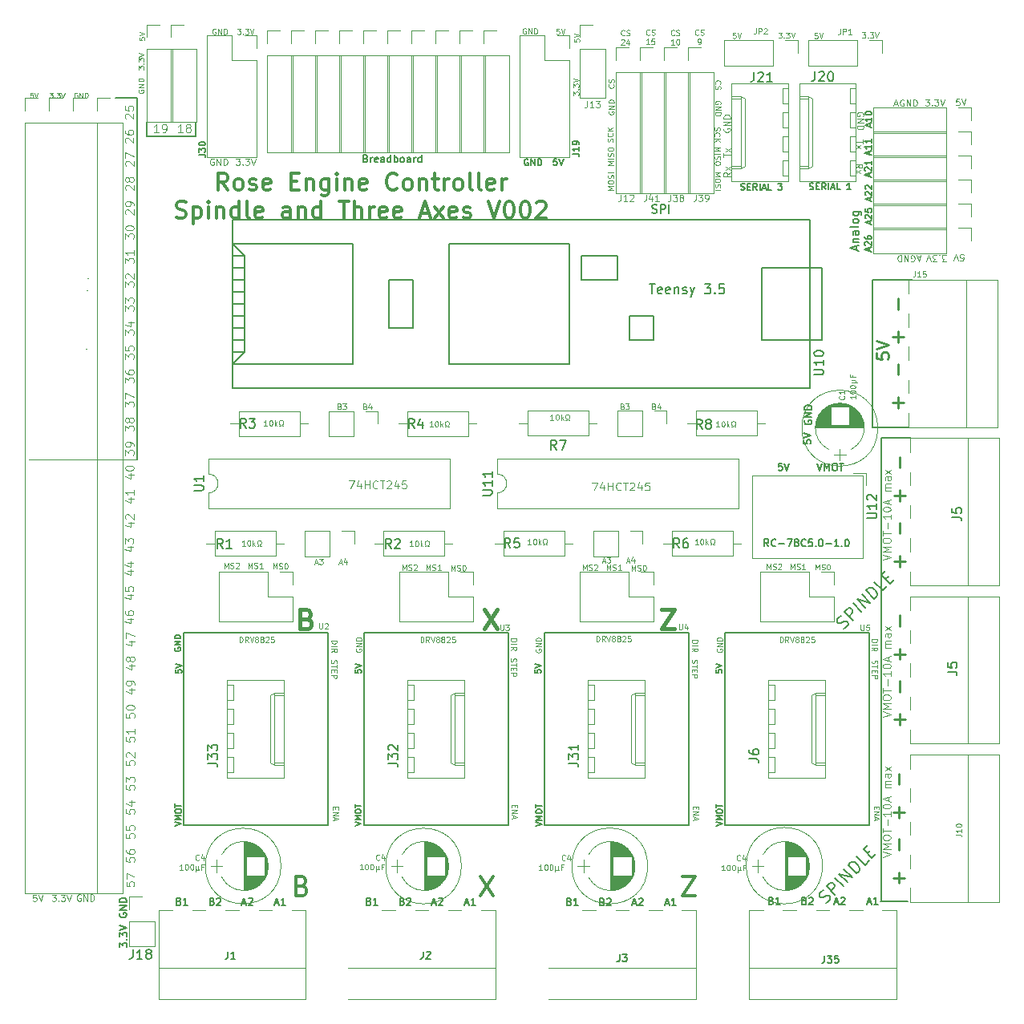
<source format=gto>
G04 #@! TF.GenerationSoftware,KiCad,Pcbnew,(5.1.2)-1*
G04 #@! TF.CreationDate,2019-07-20T16:27:37-07:00*
G04 #@! TF.ProjectId,4Rose_t35_002a,34526f73-655f-4743-9335-5f303032612e,rev?*
G04 #@! TF.SameCoordinates,Original*
G04 #@! TF.FileFunction,Legend,Top*
G04 #@! TF.FilePolarity,Positive*
%FSLAX46Y46*%
G04 Gerber Fmt 4.6, Leading zero omitted, Abs format (unit mm)*
G04 Created by KiCad (PCBNEW (5.1.2)-1) date 2019-07-20 16:27:37*
%MOMM*%
%LPD*%
G04 APERTURE LIST*
%ADD10C,0.150000*%
%ADD11C,0.127000*%
%ADD12C,0.254000*%
%ADD13C,0.101600*%
%ADD14C,0.406400*%
%ADD15C,0.304800*%
%ADD16C,0.203200*%
%ADD17C,0.152400*%
%ADD18C,0.120000*%
%ADD19C,0.050000*%
G04 APERTURE END LIST*
D10*
X203581000Y-103200200D02*
X207759300Y-103200200D01*
X203581000Y-118757700D02*
X203581000Y-103200200D01*
X207416400Y-118757700D02*
X203581000Y-118757700D01*
D11*
X187066161Y-160864247D02*
X187701161Y-160652580D01*
X187066161Y-160440914D01*
X187701161Y-160229247D02*
X187066161Y-160229247D01*
X187519733Y-160017580D01*
X187066161Y-159805914D01*
X187701161Y-159805914D01*
X187066161Y-159382580D02*
X187066161Y-159261628D01*
X187096400Y-159201152D01*
X187156876Y-159140676D01*
X187277828Y-159110438D01*
X187489495Y-159110438D01*
X187610447Y-159140676D01*
X187670923Y-159201152D01*
X187701161Y-159261628D01*
X187701161Y-159382580D01*
X187670923Y-159443057D01*
X187610447Y-159503533D01*
X187489495Y-159533771D01*
X187277828Y-159533771D01*
X187156876Y-159503533D01*
X187096400Y-159443057D01*
X187066161Y-159382580D01*
X187066161Y-158929009D02*
X187066161Y-158566152D01*
X187701161Y-158747580D02*
X187066161Y-158747580D01*
X168003461Y-160889647D02*
X168638461Y-160677980D01*
X168003461Y-160466314D01*
X168638461Y-160254647D02*
X168003461Y-160254647D01*
X168457033Y-160042980D01*
X168003461Y-159831314D01*
X168638461Y-159831314D01*
X168003461Y-159407980D02*
X168003461Y-159287028D01*
X168033700Y-159226552D01*
X168094176Y-159166076D01*
X168215128Y-159135838D01*
X168426795Y-159135838D01*
X168547747Y-159166076D01*
X168608223Y-159226552D01*
X168638461Y-159287028D01*
X168638461Y-159407980D01*
X168608223Y-159468457D01*
X168547747Y-159528933D01*
X168426795Y-159559171D01*
X168215128Y-159559171D01*
X168094176Y-159528933D01*
X168033700Y-159468457D01*
X168003461Y-159407980D01*
X168003461Y-158954409D02*
X168003461Y-158591552D01*
X168638461Y-158772980D02*
X168003461Y-158772980D01*
X148928061Y-160864247D02*
X149563061Y-160652580D01*
X148928061Y-160440914D01*
X149563061Y-160229247D02*
X148928061Y-160229247D01*
X149381633Y-160017580D01*
X148928061Y-159805914D01*
X149563061Y-159805914D01*
X148928061Y-159382580D02*
X148928061Y-159261628D01*
X148958300Y-159201152D01*
X149018776Y-159140676D01*
X149139728Y-159110438D01*
X149351395Y-159110438D01*
X149472347Y-159140676D01*
X149532823Y-159201152D01*
X149563061Y-159261628D01*
X149563061Y-159382580D01*
X149532823Y-159443057D01*
X149472347Y-159503533D01*
X149351395Y-159533771D01*
X149139728Y-159533771D01*
X149018776Y-159503533D01*
X148958300Y-159443057D01*
X148928061Y-159382580D01*
X148928061Y-158929009D02*
X148928061Y-158566152D01*
X149563061Y-158747580D02*
X148928061Y-158747580D01*
X129916161Y-160838847D02*
X130551161Y-160627180D01*
X129916161Y-160415514D01*
X130551161Y-160203847D02*
X129916161Y-160203847D01*
X130369733Y-159992180D01*
X129916161Y-159780514D01*
X130551161Y-159780514D01*
X129916161Y-159357180D02*
X129916161Y-159236228D01*
X129946400Y-159175752D01*
X130006876Y-159115276D01*
X130127828Y-159085038D01*
X130339495Y-159085038D01*
X130460447Y-159115276D01*
X130520923Y-159175752D01*
X130551161Y-159236228D01*
X130551161Y-159357180D01*
X130520923Y-159417657D01*
X130460447Y-159478133D01*
X130339495Y-159508371D01*
X130127828Y-159508371D01*
X130006876Y-159478133D01*
X129946400Y-159417657D01*
X129916161Y-159357180D01*
X129916161Y-158903609D02*
X129916161Y-158540752D01*
X130551161Y-158722180D02*
X129916161Y-158722180D01*
X187028061Y-144380252D02*
X187028061Y-144682633D01*
X187330442Y-144712871D01*
X187300204Y-144682633D01*
X187269966Y-144622157D01*
X187269966Y-144470966D01*
X187300204Y-144410490D01*
X187330442Y-144380252D01*
X187390919Y-144350014D01*
X187542109Y-144350014D01*
X187602585Y-144380252D01*
X187632823Y-144410490D01*
X187663061Y-144470966D01*
X187663061Y-144622157D01*
X187632823Y-144682633D01*
X187602585Y-144712871D01*
X187028061Y-144168585D02*
X187663061Y-143956919D01*
X187028061Y-143745252D01*
X167914561Y-144380252D02*
X167914561Y-144682633D01*
X168216942Y-144712871D01*
X168186704Y-144682633D01*
X168156466Y-144622157D01*
X168156466Y-144470966D01*
X168186704Y-144410490D01*
X168216942Y-144380252D01*
X168277419Y-144350014D01*
X168428609Y-144350014D01*
X168489085Y-144380252D01*
X168519323Y-144410490D01*
X168549561Y-144470966D01*
X168549561Y-144622157D01*
X168519323Y-144682633D01*
X168489085Y-144712871D01*
X167914561Y-144168585D02*
X168549561Y-143956919D01*
X167914561Y-143745252D01*
X148953461Y-144392952D02*
X148953461Y-144695333D01*
X149255842Y-144725571D01*
X149225604Y-144695333D01*
X149195366Y-144634857D01*
X149195366Y-144483666D01*
X149225604Y-144423190D01*
X149255842Y-144392952D01*
X149316319Y-144362714D01*
X149467509Y-144362714D01*
X149527985Y-144392952D01*
X149558223Y-144423190D01*
X149588461Y-144483666D01*
X149588461Y-144634857D01*
X149558223Y-144695333D01*
X149527985Y-144725571D01*
X148953461Y-144181285D02*
X149588461Y-143969619D01*
X148953461Y-143757952D01*
X192573728Y-131357914D02*
X192319728Y-130995057D01*
X192138300Y-131357914D02*
X192138300Y-130595914D01*
X192428585Y-130595914D01*
X192501157Y-130632200D01*
X192537442Y-130668485D01*
X192573728Y-130741057D01*
X192573728Y-130849914D01*
X192537442Y-130922485D01*
X192501157Y-130958771D01*
X192428585Y-130995057D01*
X192138300Y-130995057D01*
X193335728Y-131285342D02*
X193299442Y-131321628D01*
X193190585Y-131357914D01*
X193118014Y-131357914D01*
X193009157Y-131321628D01*
X192936585Y-131249057D01*
X192900300Y-131176485D01*
X192864014Y-131031342D01*
X192864014Y-130922485D01*
X192900300Y-130777342D01*
X192936585Y-130704771D01*
X193009157Y-130632200D01*
X193118014Y-130595914D01*
X193190585Y-130595914D01*
X193299442Y-130632200D01*
X193335728Y-130668485D01*
X193662300Y-131067628D02*
X194242871Y-131067628D01*
X194533157Y-130595914D02*
X195041157Y-130595914D01*
X194714585Y-131357914D01*
X195440300Y-130922485D02*
X195367728Y-130886200D01*
X195331442Y-130849914D01*
X195295157Y-130777342D01*
X195295157Y-130741057D01*
X195331442Y-130668485D01*
X195367728Y-130632200D01*
X195440300Y-130595914D01*
X195585442Y-130595914D01*
X195658014Y-130632200D01*
X195694300Y-130668485D01*
X195730585Y-130741057D01*
X195730585Y-130777342D01*
X195694300Y-130849914D01*
X195658014Y-130886200D01*
X195585442Y-130922485D01*
X195440300Y-130922485D01*
X195367728Y-130958771D01*
X195331442Y-130995057D01*
X195295157Y-131067628D01*
X195295157Y-131212771D01*
X195331442Y-131285342D01*
X195367728Y-131321628D01*
X195440300Y-131357914D01*
X195585442Y-131357914D01*
X195658014Y-131321628D01*
X195694300Y-131285342D01*
X195730585Y-131212771D01*
X195730585Y-131067628D01*
X195694300Y-130995057D01*
X195658014Y-130958771D01*
X195585442Y-130922485D01*
X196492585Y-131285342D02*
X196456300Y-131321628D01*
X196347442Y-131357914D01*
X196274871Y-131357914D01*
X196166014Y-131321628D01*
X196093442Y-131249057D01*
X196057157Y-131176485D01*
X196020871Y-131031342D01*
X196020871Y-130922485D01*
X196057157Y-130777342D01*
X196093442Y-130704771D01*
X196166014Y-130632200D01*
X196274871Y-130595914D01*
X196347442Y-130595914D01*
X196456300Y-130632200D01*
X196492585Y-130668485D01*
X197182014Y-130595914D02*
X196819157Y-130595914D01*
X196782871Y-130958771D01*
X196819157Y-130922485D01*
X196891728Y-130886200D01*
X197073157Y-130886200D01*
X197145728Y-130922485D01*
X197182014Y-130958771D01*
X197218300Y-131031342D01*
X197218300Y-131212771D01*
X197182014Y-131285342D01*
X197145728Y-131321628D01*
X197073157Y-131357914D01*
X196891728Y-131357914D01*
X196819157Y-131321628D01*
X196782871Y-131285342D01*
X197544871Y-131285342D02*
X197581157Y-131321628D01*
X197544871Y-131357914D01*
X197508585Y-131321628D01*
X197544871Y-131285342D01*
X197544871Y-131357914D01*
X198052871Y-130595914D02*
X198125442Y-130595914D01*
X198198014Y-130632200D01*
X198234300Y-130668485D01*
X198270585Y-130741057D01*
X198306871Y-130886200D01*
X198306871Y-131067628D01*
X198270585Y-131212771D01*
X198234300Y-131285342D01*
X198198014Y-131321628D01*
X198125442Y-131357914D01*
X198052871Y-131357914D01*
X197980300Y-131321628D01*
X197944014Y-131285342D01*
X197907728Y-131212771D01*
X197871442Y-131067628D01*
X197871442Y-130886200D01*
X197907728Y-130741057D01*
X197944014Y-130668485D01*
X197980300Y-130632200D01*
X198052871Y-130595914D01*
X198633442Y-131067628D02*
X199214014Y-131067628D01*
X199976014Y-131357914D02*
X199540585Y-131357914D01*
X199758300Y-131357914D02*
X199758300Y-130595914D01*
X199685728Y-130704771D01*
X199613157Y-130777342D01*
X199540585Y-130813628D01*
X200302585Y-131285342D02*
X200338871Y-131321628D01*
X200302585Y-131357914D01*
X200266300Y-131321628D01*
X200302585Y-131285342D01*
X200302585Y-131357914D01*
X200810585Y-130595914D02*
X200883157Y-130595914D01*
X200955728Y-130632200D01*
X200992014Y-130668485D01*
X201028300Y-130741057D01*
X201064585Y-130886200D01*
X201064585Y-131067628D01*
X201028300Y-131212771D01*
X200992014Y-131285342D01*
X200955728Y-131321628D01*
X200883157Y-131357914D01*
X200810585Y-131357914D01*
X200738014Y-131321628D01*
X200701728Y-131285342D01*
X200665442Y-131212771D01*
X200629157Y-131067628D01*
X200629157Y-130886200D01*
X200665442Y-130741057D01*
X200701728Y-130668485D01*
X200738014Y-130632200D01*
X200810585Y-130595914D01*
D10*
X132118100Y-87998300D02*
X132118100Y-86537800D01*
X126923800Y-88023700D02*
X132118100Y-88023700D01*
X126923800Y-86563200D02*
X126923800Y-88023700D01*
X125882400Y-84010500D02*
X123647200Y-84010500D01*
X125882400Y-122186700D02*
X125882400Y-84010500D01*
D11*
X124080814Y-173679757D02*
X124080814Y-173208042D01*
X124371100Y-173462042D01*
X124371100Y-173353185D01*
X124407385Y-173280614D01*
X124443671Y-173244328D01*
X124516242Y-173208042D01*
X124697671Y-173208042D01*
X124770242Y-173244328D01*
X124806528Y-173280614D01*
X124842814Y-173353185D01*
X124842814Y-173570900D01*
X124806528Y-173643471D01*
X124770242Y-173679757D01*
X124770242Y-172881471D02*
X124806528Y-172845185D01*
X124842814Y-172881471D01*
X124806528Y-172917757D01*
X124770242Y-172881471D01*
X124842814Y-172881471D01*
X124080814Y-172591185D02*
X124080814Y-172119471D01*
X124371100Y-172373471D01*
X124371100Y-172264614D01*
X124407385Y-172192042D01*
X124443671Y-172155757D01*
X124516242Y-172119471D01*
X124697671Y-172119471D01*
X124770242Y-172155757D01*
X124806528Y-172192042D01*
X124842814Y-172264614D01*
X124842814Y-172482328D01*
X124806528Y-172554900D01*
X124770242Y-172591185D01*
X124080814Y-171901757D02*
X124842814Y-171647757D01*
X124080814Y-171393757D01*
X124066300Y-170087471D02*
X124030014Y-170160042D01*
X124030014Y-170268900D01*
X124066300Y-170377757D01*
X124138871Y-170450328D01*
X124211442Y-170486614D01*
X124356585Y-170522900D01*
X124465442Y-170522900D01*
X124610585Y-170486614D01*
X124683157Y-170450328D01*
X124755728Y-170377757D01*
X124792014Y-170268900D01*
X124792014Y-170196328D01*
X124755728Y-170087471D01*
X124719442Y-170051185D01*
X124465442Y-170051185D01*
X124465442Y-170196328D01*
X124792014Y-169724614D02*
X124030014Y-169724614D01*
X124792014Y-169289185D01*
X124030014Y-169289185D01*
X124792014Y-168926328D02*
X124030014Y-168926328D01*
X124030014Y-168744900D01*
X124066300Y-168636042D01*
X124138871Y-168563471D01*
X124211442Y-168527185D01*
X124356585Y-168490900D01*
X124465442Y-168490900D01*
X124610585Y-168527185D01*
X124683157Y-168563471D01*
X124755728Y-168636042D01*
X124792014Y-168744900D01*
X124792014Y-168926328D01*
D12*
X206272115Y-109820008D02*
X206272115Y-108658865D01*
X206852686Y-109239437D02*
X205691543Y-109239437D01*
X206272115Y-116741508D02*
X206272115Y-115580365D01*
X206852686Y-116160937D02*
X205691543Y-116160937D01*
X206272115Y-106314808D02*
X206272115Y-105153665D01*
X206272115Y-113236308D02*
X206272115Y-112075165D01*
X206399115Y-129987608D02*
X206399115Y-128826465D01*
X206399115Y-126571308D02*
X206399115Y-125410165D01*
X206979686Y-125990737D02*
X205818543Y-125990737D01*
X206399115Y-123066108D02*
X206399115Y-121904965D01*
X206399115Y-133492808D02*
X206399115Y-132331665D01*
X206979686Y-132912237D02*
X205818543Y-132912237D01*
X206399115Y-146713508D02*
X206399115Y-145552365D01*
X206399115Y-150218708D02*
X206399115Y-149057565D01*
X206979686Y-149638137D02*
X205818543Y-149638137D01*
X206399115Y-139792008D02*
X206399115Y-138630865D01*
X206399115Y-143297208D02*
X206399115Y-142136065D01*
X206979686Y-142716637D02*
X205818543Y-142716637D01*
X206335615Y-163414008D02*
X206335615Y-162252865D01*
X206335615Y-166919208D02*
X206335615Y-165758065D01*
X206916186Y-166338637D02*
X205755043Y-166338637D01*
D10*
X204419200Y-168871900D02*
X207302100Y-168871900D01*
X204470000Y-119926100D02*
X204470000Y-168871900D01*
X207594200Y-119926100D02*
X204470000Y-119926100D01*
D13*
X204620585Y-132780314D02*
X205458785Y-132500914D01*
X204620585Y-132221514D01*
X205458785Y-131942114D02*
X204620585Y-131942114D01*
X205219300Y-131662714D01*
X204620585Y-131383314D01*
X205458785Y-131383314D01*
X204620585Y-130824514D02*
X204620585Y-130664857D01*
X204660500Y-130585028D01*
X204740328Y-130505200D01*
X204899985Y-130465285D01*
X205179385Y-130465285D01*
X205339042Y-130505200D01*
X205418871Y-130585028D01*
X205458785Y-130664857D01*
X205458785Y-130824514D01*
X205418871Y-130904342D01*
X205339042Y-130984171D01*
X205179385Y-131024085D01*
X204899985Y-131024085D01*
X204740328Y-130984171D01*
X204660500Y-130904342D01*
X204620585Y-130824514D01*
X204620585Y-130225800D02*
X204620585Y-129746828D01*
X205458785Y-129986314D02*
X204620585Y-129986314D01*
X205139471Y-129467428D02*
X205139471Y-128828800D01*
X205458785Y-127990600D02*
X205458785Y-128469571D01*
X205458785Y-128230085D02*
X204620585Y-128230085D01*
X204740328Y-128309914D01*
X204820157Y-128389742D01*
X204860071Y-128469571D01*
X204620585Y-127471714D02*
X204620585Y-127391885D01*
X204660500Y-127312057D01*
X204700414Y-127272142D01*
X204780242Y-127232228D01*
X204939900Y-127192314D01*
X205139471Y-127192314D01*
X205299128Y-127232228D01*
X205378957Y-127272142D01*
X205418871Y-127312057D01*
X205458785Y-127391885D01*
X205458785Y-127471714D01*
X205418871Y-127551542D01*
X205378957Y-127591457D01*
X205299128Y-127631371D01*
X205139471Y-127671285D01*
X204939900Y-127671285D01*
X204780242Y-127631371D01*
X204700414Y-127591457D01*
X204660500Y-127551542D01*
X204620585Y-127471714D01*
X205219300Y-126873000D02*
X205219300Y-126473857D01*
X205458785Y-126952828D02*
X204620585Y-126673428D01*
X205458785Y-126394028D01*
X205458785Y-125476000D02*
X204899985Y-125476000D01*
X204979814Y-125476000D02*
X204939900Y-125436085D01*
X204899985Y-125356257D01*
X204899985Y-125236514D01*
X204939900Y-125156685D01*
X205019728Y-125116771D01*
X205458785Y-125116771D01*
X205019728Y-125116771D02*
X204939900Y-125076857D01*
X204899985Y-124997028D01*
X204899985Y-124877285D01*
X204939900Y-124797457D01*
X205019728Y-124757542D01*
X205458785Y-124757542D01*
X205458785Y-123999171D02*
X205019728Y-123999171D01*
X204939900Y-124039085D01*
X204899985Y-124118914D01*
X204899985Y-124278571D01*
X204939900Y-124358400D01*
X205418871Y-123999171D02*
X205458785Y-124079000D01*
X205458785Y-124278571D01*
X205418871Y-124358400D01*
X205339042Y-124398314D01*
X205259214Y-124398314D01*
X205179385Y-124358400D01*
X205139471Y-124278571D01*
X205139471Y-124079000D01*
X205099557Y-123999171D01*
X205458785Y-123679857D02*
X204899985Y-123240800D01*
X204899985Y-123679857D02*
X205458785Y-123240800D01*
X204620585Y-149341114D02*
X205458785Y-149061714D01*
X204620585Y-148782314D01*
X205458785Y-148502914D02*
X204620585Y-148502914D01*
X205219300Y-148223514D01*
X204620585Y-147944114D01*
X205458785Y-147944114D01*
X204620585Y-147385314D02*
X204620585Y-147225657D01*
X204660500Y-147145828D01*
X204740328Y-147066000D01*
X204899985Y-147026085D01*
X205179385Y-147026085D01*
X205339042Y-147066000D01*
X205418871Y-147145828D01*
X205458785Y-147225657D01*
X205458785Y-147385314D01*
X205418871Y-147465142D01*
X205339042Y-147544971D01*
X205179385Y-147584885D01*
X204899985Y-147584885D01*
X204740328Y-147544971D01*
X204660500Y-147465142D01*
X204620585Y-147385314D01*
X204620585Y-146786600D02*
X204620585Y-146307628D01*
X205458785Y-146547114D02*
X204620585Y-146547114D01*
X205139471Y-146028228D02*
X205139471Y-145389600D01*
X205458785Y-144551400D02*
X205458785Y-145030371D01*
X205458785Y-144790885D02*
X204620585Y-144790885D01*
X204740328Y-144870714D01*
X204820157Y-144950542D01*
X204860071Y-145030371D01*
X204620585Y-144032514D02*
X204620585Y-143952685D01*
X204660500Y-143872857D01*
X204700414Y-143832942D01*
X204780242Y-143793028D01*
X204939900Y-143753114D01*
X205139471Y-143753114D01*
X205299128Y-143793028D01*
X205378957Y-143832942D01*
X205418871Y-143872857D01*
X205458785Y-143952685D01*
X205458785Y-144032514D01*
X205418871Y-144112342D01*
X205378957Y-144152257D01*
X205299128Y-144192171D01*
X205139471Y-144232085D01*
X204939900Y-144232085D01*
X204780242Y-144192171D01*
X204700414Y-144152257D01*
X204660500Y-144112342D01*
X204620585Y-144032514D01*
X205219300Y-143433800D02*
X205219300Y-143034657D01*
X205458785Y-143513628D02*
X204620585Y-143234228D01*
X205458785Y-142954828D01*
X205458785Y-142036800D02*
X204899985Y-142036800D01*
X204979814Y-142036800D02*
X204939900Y-141996885D01*
X204899985Y-141917057D01*
X204899985Y-141797314D01*
X204939900Y-141717485D01*
X205019728Y-141677571D01*
X205458785Y-141677571D01*
X205019728Y-141677571D02*
X204939900Y-141637657D01*
X204899985Y-141557828D01*
X204899985Y-141438085D01*
X204939900Y-141358257D01*
X205019728Y-141318342D01*
X205458785Y-141318342D01*
X205458785Y-140559971D02*
X205019728Y-140559971D01*
X204939900Y-140599885D01*
X204899985Y-140679714D01*
X204899985Y-140839371D01*
X204939900Y-140919200D01*
X205418871Y-140559971D02*
X205458785Y-140639800D01*
X205458785Y-140839371D01*
X205418871Y-140919200D01*
X205339042Y-140959114D01*
X205259214Y-140959114D01*
X205179385Y-140919200D01*
X205139471Y-140839371D01*
X205139471Y-140639800D01*
X205099557Y-140559971D01*
X205458785Y-140240657D02*
X204899985Y-139801600D01*
X204899985Y-140240657D02*
X205458785Y-139801600D01*
X155836861Y-141475580D02*
X155836861Y-140891380D01*
X155975957Y-140891380D01*
X156059414Y-140919200D01*
X156115052Y-140974838D01*
X156142871Y-141030476D01*
X156170690Y-141141752D01*
X156170690Y-141225209D01*
X156142871Y-141336485D01*
X156115052Y-141392123D01*
X156059414Y-141447761D01*
X155975957Y-141475580D01*
X155836861Y-141475580D01*
X156754890Y-141475580D02*
X156560157Y-141197390D01*
X156421061Y-141475580D02*
X156421061Y-140891380D01*
X156643614Y-140891380D01*
X156699252Y-140919200D01*
X156727071Y-140947019D01*
X156754890Y-141002657D01*
X156754890Y-141086114D01*
X156727071Y-141141752D01*
X156699252Y-141169571D01*
X156643614Y-141197390D01*
X156421061Y-141197390D01*
X156921804Y-140891380D02*
X157116538Y-141475580D01*
X157311271Y-140891380D01*
X157589461Y-141141752D02*
X157533823Y-141113933D01*
X157506004Y-141086114D01*
X157478185Y-141030476D01*
X157478185Y-141002657D01*
X157506004Y-140947019D01*
X157533823Y-140919200D01*
X157589461Y-140891380D01*
X157700738Y-140891380D01*
X157756376Y-140919200D01*
X157784195Y-140947019D01*
X157812014Y-141002657D01*
X157812014Y-141030476D01*
X157784195Y-141086114D01*
X157756376Y-141113933D01*
X157700738Y-141141752D01*
X157589461Y-141141752D01*
X157533823Y-141169571D01*
X157506004Y-141197390D01*
X157478185Y-141253028D01*
X157478185Y-141364304D01*
X157506004Y-141419942D01*
X157533823Y-141447761D01*
X157589461Y-141475580D01*
X157700738Y-141475580D01*
X157756376Y-141447761D01*
X157784195Y-141419942D01*
X157812014Y-141364304D01*
X157812014Y-141253028D01*
X157784195Y-141197390D01*
X157756376Y-141169571D01*
X157700738Y-141141752D01*
X158145842Y-141141752D02*
X158090204Y-141113933D01*
X158062385Y-141086114D01*
X158034566Y-141030476D01*
X158034566Y-141002657D01*
X158062385Y-140947019D01*
X158090204Y-140919200D01*
X158145842Y-140891380D01*
X158257119Y-140891380D01*
X158312757Y-140919200D01*
X158340576Y-140947019D01*
X158368395Y-141002657D01*
X158368395Y-141030476D01*
X158340576Y-141086114D01*
X158312757Y-141113933D01*
X158257119Y-141141752D01*
X158145842Y-141141752D01*
X158090204Y-141169571D01*
X158062385Y-141197390D01*
X158034566Y-141253028D01*
X158034566Y-141364304D01*
X158062385Y-141419942D01*
X158090204Y-141447761D01*
X158145842Y-141475580D01*
X158257119Y-141475580D01*
X158312757Y-141447761D01*
X158340576Y-141419942D01*
X158368395Y-141364304D01*
X158368395Y-141253028D01*
X158340576Y-141197390D01*
X158312757Y-141169571D01*
X158257119Y-141141752D01*
X158590947Y-140947019D02*
X158618766Y-140919200D01*
X158674404Y-140891380D01*
X158813500Y-140891380D01*
X158869138Y-140919200D01*
X158896957Y-140947019D01*
X158924776Y-141002657D01*
X158924776Y-141058295D01*
X158896957Y-141141752D01*
X158563128Y-141475580D01*
X158924776Y-141475580D01*
X159453338Y-140891380D02*
X159175147Y-140891380D01*
X159147328Y-141169571D01*
X159175147Y-141141752D01*
X159230785Y-141113933D01*
X159369880Y-141113933D01*
X159425519Y-141141752D01*
X159453338Y-141169571D01*
X159481157Y-141225209D01*
X159481157Y-141364304D01*
X159453338Y-141419942D01*
X159425519Y-141447761D01*
X159369880Y-141475580D01*
X159230785Y-141475580D01*
X159175147Y-141447761D01*
X159147328Y-141419942D01*
X174391561Y-141386680D02*
X174391561Y-140802480D01*
X174530657Y-140802480D01*
X174614114Y-140830300D01*
X174669752Y-140885938D01*
X174697571Y-140941576D01*
X174725390Y-141052852D01*
X174725390Y-141136309D01*
X174697571Y-141247585D01*
X174669752Y-141303223D01*
X174614114Y-141358861D01*
X174530657Y-141386680D01*
X174391561Y-141386680D01*
X175309590Y-141386680D02*
X175114857Y-141108490D01*
X174975761Y-141386680D02*
X174975761Y-140802480D01*
X175198314Y-140802480D01*
X175253952Y-140830300D01*
X175281771Y-140858119D01*
X175309590Y-140913757D01*
X175309590Y-140997214D01*
X175281771Y-141052852D01*
X175253952Y-141080671D01*
X175198314Y-141108490D01*
X174975761Y-141108490D01*
X175476504Y-140802480D02*
X175671238Y-141386680D01*
X175865971Y-140802480D01*
X176144161Y-141052852D02*
X176088523Y-141025033D01*
X176060704Y-140997214D01*
X176032885Y-140941576D01*
X176032885Y-140913757D01*
X176060704Y-140858119D01*
X176088523Y-140830300D01*
X176144161Y-140802480D01*
X176255438Y-140802480D01*
X176311076Y-140830300D01*
X176338895Y-140858119D01*
X176366714Y-140913757D01*
X176366714Y-140941576D01*
X176338895Y-140997214D01*
X176311076Y-141025033D01*
X176255438Y-141052852D01*
X176144161Y-141052852D01*
X176088523Y-141080671D01*
X176060704Y-141108490D01*
X176032885Y-141164128D01*
X176032885Y-141275404D01*
X176060704Y-141331042D01*
X176088523Y-141358861D01*
X176144161Y-141386680D01*
X176255438Y-141386680D01*
X176311076Y-141358861D01*
X176338895Y-141331042D01*
X176366714Y-141275404D01*
X176366714Y-141164128D01*
X176338895Y-141108490D01*
X176311076Y-141080671D01*
X176255438Y-141052852D01*
X176700542Y-141052852D02*
X176644904Y-141025033D01*
X176617085Y-140997214D01*
X176589266Y-140941576D01*
X176589266Y-140913757D01*
X176617085Y-140858119D01*
X176644904Y-140830300D01*
X176700542Y-140802480D01*
X176811819Y-140802480D01*
X176867457Y-140830300D01*
X176895276Y-140858119D01*
X176923095Y-140913757D01*
X176923095Y-140941576D01*
X176895276Y-140997214D01*
X176867457Y-141025033D01*
X176811819Y-141052852D01*
X176700542Y-141052852D01*
X176644904Y-141080671D01*
X176617085Y-141108490D01*
X176589266Y-141164128D01*
X176589266Y-141275404D01*
X176617085Y-141331042D01*
X176644904Y-141358861D01*
X176700542Y-141386680D01*
X176811819Y-141386680D01*
X176867457Y-141358861D01*
X176895276Y-141331042D01*
X176923095Y-141275404D01*
X176923095Y-141164128D01*
X176895276Y-141108490D01*
X176867457Y-141080671D01*
X176811819Y-141052852D01*
X177145647Y-140858119D02*
X177173466Y-140830300D01*
X177229104Y-140802480D01*
X177368200Y-140802480D01*
X177423838Y-140830300D01*
X177451657Y-140858119D01*
X177479476Y-140913757D01*
X177479476Y-140969395D01*
X177451657Y-141052852D01*
X177117828Y-141386680D01*
X177479476Y-141386680D01*
X178008038Y-140802480D02*
X177729847Y-140802480D01*
X177702028Y-141080671D01*
X177729847Y-141052852D01*
X177785485Y-141025033D01*
X177924580Y-141025033D01*
X177980219Y-141052852D01*
X178008038Y-141080671D01*
X178035857Y-141136309D01*
X178035857Y-141275404D01*
X178008038Y-141331042D01*
X177980219Y-141358861D01*
X177924580Y-141386680D01*
X177785485Y-141386680D01*
X177729847Y-141358861D01*
X177702028Y-141331042D01*
X119936985Y-168135300D02*
X119871671Y-168102642D01*
X119773700Y-168102642D01*
X119675728Y-168135300D01*
X119610414Y-168200614D01*
X119577757Y-168265928D01*
X119545100Y-168396557D01*
X119545100Y-168494528D01*
X119577757Y-168625157D01*
X119610414Y-168690471D01*
X119675728Y-168755785D01*
X119773700Y-168788442D01*
X119839014Y-168788442D01*
X119936985Y-168755785D01*
X119969642Y-168723128D01*
X119969642Y-168494528D01*
X119839014Y-168494528D01*
X120263557Y-168788442D02*
X120263557Y-168102642D01*
X120655442Y-168788442D01*
X120655442Y-168102642D01*
X120982014Y-168788442D02*
X120982014Y-168102642D01*
X121145300Y-168102642D01*
X121243271Y-168135300D01*
X121308585Y-168200614D01*
X121341242Y-168265928D01*
X121373900Y-168396557D01*
X121373900Y-168494528D01*
X121341242Y-168625157D01*
X121308585Y-168690471D01*
X121243271Y-168755785D01*
X121145300Y-168788442D01*
X120982014Y-168788442D01*
D11*
X196376471Y-168779371D02*
X196485328Y-168815657D01*
X196521614Y-168851942D01*
X196557900Y-168924514D01*
X196557900Y-169033371D01*
X196521614Y-169105942D01*
X196485328Y-169142228D01*
X196412757Y-169178514D01*
X196122471Y-169178514D01*
X196122471Y-168416514D01*
X196376471Y-168416514D01*
X196449042Y-168452800D01*
X196485328Y-168489085D01*
X196521614Y-168561657D01*
X196521614Y-168634228D01*
X196485328Y-168706800D01*
X196449042Y-168743085D01*
X196376471Y-168779371D01*
X196122471Y-168779371D01*
X196848185Y-168489085D02*
X196884471Y-168452800D01*
X196957042Y-168416514D01*
X197138471Y-168416514D01*
X197211042Y-168452800D01*
X197247328Y-168489085D01*
X197283614Y-168561657D01*
X197283614Y-168634228D01*
X197247328Y-168743085D01*
X196811900Y-169178514D01*
X197283614Y-169178514D01*
X199569614Y-168935400D02*
X199932471Y-168935400D01*
X199497042Y-169153114D02*
X199751042Y-168391114D01*
X200005042Y-169153114D01*
X200222757Y-168463685D02*
X200259042Y-168427400D01*
X200331614Y-168391114D01*
X200513042Y-168391114D01*
X200585614Y-168427400D01*
X200621900Y-168463685D01*
X200658185Y-168536257D01*
X200658185Y-168608828D01*
X200621900Y-168717685D01*
X200186471Y-169153114D01*
X200658185Y-169153114D01*
X203024014Y-168935400D02*
X203386871Y-168935400D01*
X202951442Y-169153114D02*
X203205442Y-168391114D01*
X203459442Y-169153114D01*
X204112585Y-169153114D02*
X203677157Y-169153114D01*
X203894871Y-169153114D02*
X203894871Y-168391114D01*
X203822300Y-168499971D01*
X203749728Y-168572542D01*
X203677157Y-168608828D01*
X192871271Y-168753971D02*
X192980128Y-168790257D01*
X193016414Y-168826542D01*
X193052700Y-168899114D01*
X193052700Y-169007971D01*
X193016414Y-169080542D01*
X192980128Y-169116828D01*
X192907557Y-169153114D01*
X192617271Y-169153114D01*
X192617271Y-168391114D01*
X192871271Y-168391114D01*
X192943842Y-168427400D01*
X192980128Y-168463685D01*
X193016414Y-168536257D01*
X193016414Y-168608828D01*
X192980128Y-168681400D01*
X192943842Y-168717685D01*
X192871271Y-168753971D01*
X192617271Y-168753971D01*
X193778414Y-169153114D02*
X193342985Y-169153114D01*
X193560700Y-169153114D02*
X193560700Y-168391114D01*
X193488128Y-168499971D01*
X193415557Y-168572542D01*
X193342985Y-168608828D01*
X181688014Y-169049700D02*
X182050871Y-169049700D01*
X181615442Y-169267414D02*
X181869442Y-168505414D01*
X182123442Y-169267414D01*
X182776585Y-169267414D02*
X182341157Y-169267414D01*
X182558871Y-169267414D02*
X182558871Y-168505414D01*
X182486300Y-168614271D01*
X182413728Y-168686842D01*
X182341157Y-168723128D01*
X178233614Y-169049700D02*
X178596471Y-169049700D01*
X178161042Y-169267414D02*
X178415042Y-168505414D01*
X178669042Y-169267414D01*
X178886757Y-168577985D02*
X178923042Y-168541700D01*
X178995614Y-168505414D01*
X179177042Y-168505414D01*
X179249614Y-168541700D01*
X179285900Y-168577985D01*
X179322185Y-168650557D01*
X179322185Y-168723128D01*
X179285900Y-168831985D01*
X178850471Y-169267414D01*
X179322185Y-169267414D01*
X175040471Y-168893671D02*
X175149328Y-168929957D01*
X175185614Y-168966242D01*
X175221900Y-169038814D01*
X175221900Y-169147671D01*
X175185614Y-169220242D01*
X175149328Y-169256528D01*
X175076757Y-169292814D01*
X174786471Y-169292814D01*
X174786471Y-168530814D01*
X175040471Y-168530814D01*
X175113042Y-168567100D01*
X175149328Y-168603385D01*
X175185614Y-168675957D01*
X175185614Y-168748528D01*
X175149328Y-168821100D01*
X175113042Y-168857385D01*
X175040471Y-168893671D01*
X174786471Y-168893671D01*
X175512185Y-168603385D02*
X175548471Y-168567100D01*
X175621042Y-168530814D01*
X175802471Y-168530814D01*
X175875042Y-168567100D01*
X175911328Y-168603385D01*
X175947614Y-168675957D01*
X175947614Y-168748528D01*
X175911328Y-168857385D01*
X175475900Y-169292814D01*
X175947614Y-169292814D01*
X171535271Y-168868271D02*
X171644128Y-168904557D01*
X171680414Y-168940842D01*
X171716700Y-169013414D01*
X171716700Y-169122271D01*
X171680414Y-169194842D01*
X171644128Y-169231128D01*
X171571557Y-169267414D01*
X171281271Y-169267414D01*
X171281271Y-168505414D01*
X171535271Y-168505414D01*
X171607842Y-168541700D01*
X171644128Y-168577985D01*
X171680414Y-168650557D01*
X171680414Y-168723128D01*
X171644128Y-168795700D01*
X171607842Y-168831985D01*
X171535271Y-168868271D01*
X171281271Y-168868271D01*
X172442414Y-169267414D02*
X172006985Y-169267414D01*
X172224700Y-169267414D02*
X172224700Y-168505414D01*
X172152128Y-168614271D01*
X172079557Y-168686842D01*
X172006985Y-168723128D01*
X160542514Y-168998900D02*
X160905371Y-168998900D01*
X160469942Y-169216614D02*
X160723942Y-168454614D01*
X160977942Y-169216614D01*
X161631085Y-169216614D02*
X161195657Y-169216614D01*
X161413371Y-169216614D02*
X161413371Y-168454614D01*
X161340800Y-168563471D01*
X161268228Y-168636042D01*
X161195657Y-168672328D01*
X153894971Y-168842871D02*
X154003828Y-168879157D01*
X154040114Y-168915442D01*
X154076400Y-168988014D01*
X154076400Y-169096871D01*
X154040114Y-169169442D01*
X154003828Y-169205728D01*
X153931257Y-169242014D01*
X153640971Y-169242014D01*
X153640971Y-168480014D01*
X153894971Y-168480014D01*
X153967542Y-168516300D01*
X154003828Y-168552585D01*
X154040114Y-168625157D01*
X154040114Y-168697728D01*
X154003828Y-168770300D01*
X153967542Y-168806585D01*
X153894971Y-168842871D01*
X153640971Y-168842871D01*
X154366685Y-168552585D02*
X154402971Y-168516300D01*
X154475542Y-168480014D01*
X154656971Y-168480014D01*
X154729542Y-168516300D01*
X154765828Y-168552585D01*
X154802114Y-168625157D01*
X154802114Y-168697728D01*
X154765828Y-168806585D01*
X154330400Y-169242014D01*
X154802114Y-169242014D01*
X157088114Y-168998900D02*
X157450971Y-168998900D01*
X157015542Y-169216614D02*
X157269542Y-168454614D01*
X157523542Y-169216614D01*
X157741257Y-168527185D02*
X157777542Y-168490900D01*
X157850114Y-168454614D01*
X158031542Y-168454614D01*
X158104114Y-168490900D01*
X158140400Y-168527185D01*
X158176685Y-168599757D01*
X158176685Y-168672328D01*
X158140400Y-168781185D01*
X157704971Y-169216614D01*
X158176685Y-169216614D01*
X150389771Y-168817471D02*
X150498628Y-168853757D01*
X150534914Y-168890042D01*
X150571200Y-168962614D01*
X150571200Y-169071471D01*
X150534914Y-169144042D01*
X150498628Y-169180328D01*
X150426057Y-169216614D01*
X150135771Y-169216614D01*
X150135771Y-168454614D01*
X150389771Y-168454614D01*
X150462342Y-168490900D01*
X150498628Y-168527185D01*
X150534914Y-168599757D01*
X150534914Y-168672328D01*
X150498628Y-168744900D01*
X150462342Y-168781185D01*
X150389771Y-168817471D01*
X150135771Y-168817471D01*
X151296914Y-169216614D02*
X150861485Y-169216614D01*
X151079200Y-169216614D02*
X151079200Y-168454614D01*
X151006628Y-168563471D01*
X150934057Y-168636042D01*
X150861485Y-168672328D01*
D13*
X173946457Y-124597885D02*
X174505257Y-124597885D01*
X174146028Y-125436085D01*
X175183800Y-124877285D02*
X175183800Y-125436085D01*
X174984228Y-124557971D02*
X174784657Y-125156685D01*
X175303542Y-125156685D01*
X175622857Y-125436085D02*
X175622857Y-124597885D01*
X175622857Y-124997028D02*
X176101828Y-124997028D01*
X176101828Y-125436085D02*
X176101828Y-124597885D01*
X176979942Y-125356257D02*
X176940028Y-125396171D01*
X176820285Y-125436085D01*
X176740457Y-125436085D01*
X176620714Y-125396171D01*
X176540885Y-125316342D01*
X176500971Y-125236514D01*
X176461057Y-125076857D01*
X176461057Y-124957114D01*
X176500971Y-124797457D01*
X176540885Y-124717628D01*
X176620714Y-124637800D01*
X176740457Y-124597885D01*
X176820285Y-124597885D01*
X176940028Y-124637800D01*
X176979942Y-124677714D01*
X177219428Y-124597885D02*
X177698400Y-124597885D01*
X177458914Y-125436085D02*
X177458914Y-124597885D01*
X177937885Y-124677714D02*
X177977800Y-124637800D01*
X178057628Y-124597885D01*
X178257200Y-124597885D01*
X178337028Y-124637800D01*
X178376942Y-124677714D01*
X178416857Y-124757542D01*
X178416857Y-124837371D01*
X178376942Y-124957114D01*
X177897971Y-125436085D01*
X178416857Y-125436085D01*
X179135314Y-124877285D02*
X179135314Y-125436085D01*
X178935742Y-124557971D02*
X178736171Y-125156685D01*
X179255057Y-125156685D01*
X179973514Y-124597885D02*
X179574371Y-124597885D01*
X179534457Y-124997028D01*
X179574371Y-124957114D01*
X179654200Y-124917200D01*
X179853771Y-124917200D01*
X179933600Y-124957114D01*
X179973514Y-124997028D01*
X180013428Y-125076857D01*
X180013428Y-125276428D01*
X179973514Y-125356257D01*
X179933600Y-125396171D01*
X179853771Y-125436085D01*
X179654200Y-125436085D01*
X179574371Y-125396171D01*
X179534457Y-125356257D01*
X157128633Y-118717180D02*
X156794804Y-118717180D01*
X156961719Y-118717180D02*
X156961719Y-118132980D01*
X156906080Y-118216438D01*
X156850442Y-118272076D01*
X156794804Y-118299895D01*
X157490280Y-118132980D02*
X157545919Y-118132980D01*
X157601557Y-118160800D01*
X157629376Y-118188619D01*
X157657195Y-118244257D01*
X157685014Y-118355533D01*
X157685014Y-118494628D01*
X157657195Y-118605904D01*
X157629376Y-118661542D01*
X157601557Y-118689361D01*
X157545919Y-118717180D01*
X157490280Y-118717180D01*
X157434642Y-118689361D01*
X157406823Y-118661542D01*
X157379004Y-118605904D01*
X157351185Y-118494628D01*
X157351185Y-118355533D01*
X157379004Y-118244257D01*
X157406823Y-118188619D01*
X157434642Y-118160800D01*
X157490280Y-118132980D01*
X157935385Y-118717180D02*
X157935385Y-118132980D01*
X157991023Y-118494628D02*
X158157938Y-118717180D01*
X158157938Y-118327714D02*
X157935385Y-118550266D01*
X158380490Y-118717180D02*
X158519585Y-118717180D01*
X158519585Y-118605904D01*
X158463947Y-118578085D01*
X158408309Y-118522447D01*
X158380490Y-118438990D01*
X158380490Y-118299895D01*
X158408309Y-118216438D01*
X158463947Y-118160800D01*
X158547404Y-118132980D01*
X158658680Y-118132980D01*
X158742138Y-118160800D01*
X158797776Y-118216438D01*
X158825595Y-118299895D01*
X158825595Y-118438990D01*
X158797776Y-118522447D01*
X158742138Y-118578085D01*
X158686500Y-118605904D01*
X158686500Y-118717180D01*
X158825595Y-118717180D01*
X139640733Y-118628280D02*
X139306904Y-118628280D01*
X139473819Y-118628280D02*
X139473819Y-118044080D01*
X139418180Y-118127538D01*
X139362542Y-118183176D01*
X139306904Y-118210995D01*
X140002380Y-118044080D02*
X140058019Y-118044080D01*
X140113657Y-118071900D01*
X140141476Y-118099719D01*
X140169295Y-118155357D01*
X140197114Y-118266633D01*
X140197114Y-118405728D01*
X140169295Y-118517004D01*
X140141476Y-118572642D01*
X140113657Y-118600461D01*
X140058019Y-118628280D01*
X140002380Y-118628280D01*
X139946742Y-118600461D01*
X139918923Y-118572642D01*
X139891104Y-118517004D01*
X139863285Y-118405728D01*
X139863285Y-118266633D01*
X139891104Y-118155357D01*
X139918923Y-118099719D01*
X139946742Y-118071900D01*
X140002380Y-118044080D01*
X140447485Y-118628280D02*
X140447485Y-118044080D01*
X140503123Y-118405728D02*
X140670038Y-118628280D01*
X140670038Y-118238814D02*
X140447485Y-118461366D01*
X140892590Y-118628280D02*
X141031685Y-118628280D01*
X141031685Y-118517004D01*
X140976047Y-118489185D01*
X140920409Y-118433547D01*
X140892590Y-118350090D01*
X140892590Y-118210995D01*
X140920409Y-118127538D01*
X140976047Y-118071900D01*
X141059504Y-118044080D01*
X141170780Y-118044080D01*
X141254238Y-118071900D01*
X141309876Y-118127538D01*
X141337695Y-118210995D01*
X141337695Y-118350090D01*
X141309876Y-118433547D01*
X141254238Y-118489185D01*
X141198600Y-118517004D01*
X141198600Y-118628280D01*
X141337695Y-118628280D01*
X169879433Y-117993280D02*
X169545604Y-117993280D01*
X169712519Y-117993280D02*
X169712519Y-117409080D01*
X169656880Y-117492538D01*
X169601242Y-117548176D01*
X169545604Y-117575995D01*
X170241080Y-117409080D02*
X170296719Y-117409080D01*
X170352357Y-117436900D01*
X170380176Y-117464719D01*
X170407995Y-117520357D01*
X170435814Y-117631633D01*
X170435814Y-117770728D01*
X170407995Y-117882004D01*
X170380176Y-117937642D01*
X170352357Y-117965461D01*
X170296719Y-117993280D01*
X170241080Y-117993280D01*
X170185442Y-117965461D01*
X170157623Y-117937642D01*
X170129804Y-117882004D01*
X170101985Y-117770728D01*
X170101985Y-117631633D01*
X170129804Y-117520357D01*
X170157623Y-117464719D01*
X170185442Y-117436900D01*
X170241080Y-117409080D01*
X170686185Y-117993280D02*
X170686185Y-117409080D01*
X170741823Y-117770728D02*
X170908738Y-117993280D01*
X170908738Y-117603814D02*
X170686185Y-117826366D01*
X171131290Y-117993280D02*
X171270385Y-117993280D01*
X171270385Y-117882004D01*
X171214747Y-117854185D01*
X171159109Y-117798547D01*
X171131290Y-117715090D01*
X171131290Y-117575995D01*
X171159109Y-117492538D01*
X171214747Y-117436900D01*
X171298204Y-117409080D01*
X171409480Y-117409080D01*
X171492938Y-117436900D01*
X171548576Y-117492538D01*
X171576395Y-117575995D01*
X171576395Y-117715090D01*
X171548576Y-117798547D01*
X171492938Y-117854185D01*
X171437300Y-117882004D01*
X171437300Y-117993280D01*
X171576395Y-117993280D01*
X187392733Y-118717180D02*
X187058904Y-118717180D01*
X187225819Y-118717180D02*
X187225819Y-118132980D01*
X187170180Y-118216438D01*
X187114542Y-118272076D01*
X187058904Y-118299895D01*
X187754380Y-118132980D02*
X187810019Y-118132980D01*
X187865657Y-118160800D01*
X187893476Y-118188619D01*
X187921295Y-118244257D01*
X187949114Y-118355533D01*
X187949114Y-118494628D01*
X187921295Y-118605904D01*
X187893476Y-118661542D01*
X187865657Y-118689361D01*
X187810019Y-118717180D01*
X187754380Y-118717180D01*
X187698742Y-118689361D01*
X187670923Y-118661542D01*
X187643104Y-118605904D01*
X187615285Y-118494628D01*
X187615285Y-118355533D01*
X187643104Y-118244257D01*
X187670923Y-118188619D01*
X187698742Y-118160800D01*
X187754380Y-118132980D01*
X188199485Y-118717180D02*
X188199485Y-118132980D01*
X188255123Y-118494628D02*
X188422038Y-118717180D01*
X188422038Y-118327714D02*
X188199485Y-118550266D01*
X188644590Y-118717180D02*
X188783685Y-118717180D01*
X188783685Y-118605904D01*
X188728047Y-118578085D01*
X188672409Y-118522447D01*
X188644590Y-118438990D01*
X188644590Y-118299895D01*
X188672409Y-118216438D01*
X188728047Y-118160800D01*
X188811504Y-118132980D01*
X188922780Y-118132980D01*
X189006238Y-118160800D01*
X189061876Y-118216438D01*
X189089695Y-118299895D01*
X189089695Y-118438990D01*
X189061876Y-118522447D01*
X189006238Y-118578085D01*
X188950600Y-118605904D01*
X188950600Y-118717180D01*
X189089695Y-118717180D01*
X167504533Y-131150480D02*
X167170704Y-131150480D01*
X167337619Y-131150480D02*
X167337619Y-130566280D01*
X167281980Y-130649738D01*
X167226342Y-130705376D01*
X167170704Y-130733195D01*
X167866180Y-130566280D02*
X167921819Y-130566280D01*
X167977457Y-130594100D01*
X168005276Y-130621919D01*
X168033095Y-130677557D01*
X168060914Y-130788833D01*
X168060914Y-130927928D01*
X168033095Y-131039204D01*
X168005276Y-131094842D01*
X167977457Y-131122661D01*
X167921819Y-131150480D01*
X167866180Y-131150480D01*
X167810542Y-131122661D01*
X167782723Y-131094842D01*
X167754904Y-131039204D01*
X167727085Y-130927928D01*
X167727085Y-130788833D01*
X167754904Y-130677557D01*
X167782723Y-130621919D01*
X167810542Y-130594100D01*
X167866180Y-130566280D01*
X168311285Y-131150480D02*
X168311285Y-130566280D01*
X168366923Y-130927928D02*
X168533838Y-131150480D01*
X168533838Y-130761014D02*
X168311285Y-130983566D01*
X168756390Y-131150480D02*
X168895485Y-131150480D01*
X168895485Y-131039204D01*
X168839847Y-131011385D01*
X168784209Y-130955747D01*
X168756390Y-130872290D01*
X168756390Y-130733195D01*
X168784209Y-130649738D01*
X168839847Y-130594100D01*
X168923304Y-130566280D01*
X169034580Y-130566280D01*
X169118038Y-130594100D01*
X169173676Y-130649738D01*
X169201495Y-130733195D01*
X169201495Y-130872290D01*
X169173676Y-130955747D01*
X169118038Y-131011385D01*
X169062400Y-131039204D01*
X169062400Y-131150480D01*
X169201495Y-131150480D01*
X185157533Y-131150480D02*
X184823704Y-131150480D01*
X184990619Y-131150480D02*
X184990619Y-130566280D01*
X184934980Y-130649738D01*
X184879342Y-130705376D01*
X184823704Y-130733195D01*
X185519180Y-130566280D02*
X185574819Y-130566280D01*
X185630457Y-130594100D01*
X185658276Y-130621919D01*
X185686095Y-130677557D01*
X185713914Y-130788833D01*
X185713914Y-130927928D01*
X185686095Y-131039204D01*
X185658276Y-131094842D01*
X185630457Y-131122661D01*
X185574819Y-131150480D01*
X185519180Y-131150480D01*
X185463542Y-131122661D01*
X185435723Y-131094842D01*
X185407904Y-131039204D01*
X185380085Y-130927928D01*
X185380085Y-130788833D01*
X185407904Y-130677557D01*
X185435723Y-130621919D01*
X185463542Y-130594100D01*
X185519180Y-130566280D01*
X185964285Y-131150480D02*
X185964285Y-130566280D01*
X186019923Y-130927928D02*
X186186838Y-131150480D01*
X186186838Y-130761014D02*
X185964285Y-130983566D01*
X186409390Y-131150480D02*
X186548485Y-131150480D01*
X186548485Y-131039204D01*
X186492847Y-131011385D01*
X186437209Y-130955747D01*
X186409390Y-130872290D01*
X186409390Y-130733195D01*
X186437209Y-130649738D01*
X186492847Y-130594100D01*
X186576304Y-130566280D01*
X186687580Y-130566280D01*
X186771038Y-130594100D01*
X186826676Y-130649738D01*
X186854495Y-130733195D01*
X186854495Y-130872290D01*
X186826676Y-130955747D01*
X186771038Y-131011385D01*
X186715400Y-131039204D01*
X186715400Y-131150480D01*
X186854495Y-131150480D01*
X171942880Y-83704490D02*
X171942880Y-83342842D01*
X172165433Y-83537576D01*
X172165433Y-83454119D01*
X172193252Y-83398480D01*
X172221071Y-83370661D01*
X172276709Y-83342842D01*
X172415804Y-83342842D01*
X172471442Y-83370661D01*
X172499261Y-83398480D01*
X172527080Y-83454119D01*
X172527080Y-83621033D01*
X172499261Y-83676671D01*
X172471442Y-83704490D01*
X172471442Y-83092471D02*
X172499261Y-83064652D01*
X172527080Y-83092471D01*
X172499261Y-83120290D01*
X172471442Y-83092471D01*
X172527080Y-83092471D01*
X171942880Y-82869919D02*
X171942880Y-82508271D01*
X172165433Y-82703004D01*
X172165433Y-82619547D01*
X172193252Y-82563909D01*
X172221071Y-82536090D01*
X172276709Y-82508271D01*
X172415804Y-82508271D01*
X172471442Y-82536090D01*
X172499261Y-82563909D01*
X172527080Y-82619547D01*
X172527080Y-82786461D01*
X172499261Y-82842100D01*
X172471442Y-82869919D01*
X171942880Y-82341357D02*
X172527080Y-82146623D01*
X171942880Y-81951890D01*
X172019080Y-77784476D02*
X172019080Y-78062666D01*
X172297271Y-78090485D01*
X172269452Y-78062666D01*
X172241633Y-78007028D01*
X172241633Y-77867933D01*
X172269452Y-77812295D01*
X172297271Y-77784476D01*
X172352909Y-77756657D01*
X172492004Y-77756657D01*
X172547642Y-77784476D01*
X172575461Y-77812295D01*
X172603280Y-77867933D01*
X172603280Y-78007028D01*
X172575461Y-78062666D01*
X172547642Y-78090485D01*
X172019080Y-77589742D02*
X172603280Y-77395009D01*
X172019080Y-77200276D01*
X209109128Y-84142942D02*
X209533671Y-84142942D01*
X209305071Y-84404200D01*
X209403042Y-84404200D01*
X209468357Y-84436857D01*
X209501014Y-84469514D01*
X209533671Y-84534828D01*
X209533671Y-84698114D01*
X209501014Y-84763428D01*
X209468357Y-84796085D01*
X209403042Y-84828742D01*
X209207100Y-84828742D01*
X209141785Y-84796085D01*
X209109128Y-84763428D01*
X209827585Y-84763428D02*
X209860242Y-84796085D01*
X209827585Y-84828742D01*
X209794928Y-84796085D01*
X209827585Y-84763428D01*
X209827585Y-84828742D01*
X210088842Y-84142942D02*
X210513385Y-84142942D01*
X210284785Y-84404200D01*
X210382757Y-84404200D01*
X210448071Y-84436857D01*
X210480728Y-84469514D01*
X210513385Y-84534828D01*
X210513385Y-84698114D01*
X210480728Y-84763428D01*
X210448071Y-84796085D01*
X210382757Y-84828742D01*
X210186814Y-84828742D01*
X210121500Y-84796085D01*
X210088842Y-84763428D01*
X210709328Y-84142942D02*
X210937928Y-84828742D01*
X211166528Y-84142942D01*
X205852485Y-84670900D02*
X206179057Y-84670900D01*
X205787171Y-84866842D02*
X206015771Y-84181042D01*
X206244371Y-84866842D01*
X206832200Y-84213700D02*
X206766885Y-84181042D01*
X206668914Y-84181042D01*
X206570942Y-84213700D01*
X206505628Y-84279014D01*
X206472971Y-84344328D01*
X206440314Y-84474957D01*
X206440314Y-84572928D01*
X206472971Y-84703557D01*
X206505628Y-84768871D01*
X206570942Y-84834185D01*
X206668914Y-84866842D01*
X206734228Y-84866842D01*
X206832200Y-84834185D01*
X206864857Y-84801528D01*
X206864857Y-84572928D01*
X206734228Y-84572928D01*
X207158771Y-84866842D02*
X207158771Y-84181042D01*
X207550657Y-84866842D01*
X207550657Y-84181042D01*
X207877228Y-84866842D02*
X207877228Y-84181042D01*
X208040514Y-84181042D01*
X208138485Y-84213700D01*
X208203800Y-84279014D01*
X208236457Y-84344328D01*
X208269114Y-84474957D01*
X208269114Y-84572928D01*
X208236457Y-84703557D01*
X208203800Y-84768871D01*
X208138485Y-84834185D01*
X208040514Y-84866842D01*
X207877228Y-84866842D01*
X212721371Y-84104842D02*
X212394800Y-84104842D01*
X212362142Y-84431414D01*
X212394800Y-84398757D01*
X212460114Y-84366100D01*
X212623400Y-84366100D01*
X212688714Y-84398757D01*
X212721371Y-84431414D01*
X212754028Y-84496728D01*
X212754028Y-84660014D01*
X212721371Y-84725328D01*
X212688714Y-84757985D01*
X212623400Y-84790642D01*
X212460114Y-84790642D01*
X212394800Y-84757985D01*
X212362142Y-84725328D01*
X212949971Y-84104842D02*
X213178571Y-84790642D01*
X213407171Y-84104842D01*
X188524242Y-91860914D02*
X188197671Y-92089514D01*
X188524242Y-92252800D02*
X187838442Y-92252800D01*
X187838442Y-91991542D01*
X187871100Y-91926228D01*
X187903757Y-91893571D01*
X187969071Y-91860914D01*
X188067042Y-91860914D01*
X188132357Y-91893571D01*
X188165014Y-91926228D01*
X188197671Y-91991542D01*
X188197671Y-92252800D01*
X188524242Y-91632314D02*
X188067042Y-91273085D01*
X188067042Y-91632314D02*
X188524242Y-91273085D01*
X186882919Y-89226571D02*
X187467119Y-89226571D01*
X187049833Y-89421304D01*
X187467119Y-89616038D01*
X186882919Y-89616038D01*
X186882919Y-89894228D02*
X187467119Y-89894228D01*
X186910738Y-90144600D02*
X186882919Y-90228057D01*
X186882919Y-90367152D01*
X186910738Y-90422790D01*
X186938557Y-90450609D01*
X186994195Y-90478428D01*
X187049833Y-90478428D01*
X187105471Y-90450609D01*
X187133290Y-90422790D01*
X187161109Y-90367152D01*
X187188928Y-90255876D01*
X187216747Y-90200238D01*
X187244566Y-90172419D01*
X187300204Y-90144600D01*
X187355842Y-90144600D01*
X187411480Y-90172419D01*
X187439300Y-90200238D01*
X187467119Y-90255876D01*
X187467119Y-90394971D01*
X187439300Y-90478428D01*
X187467119Y-90840076D02*
X187467119Y-90951352D01*
X187439300Y-91006990D01*
X187383661Y-91062628D01*
X187272385Y-91090447D01*
X187077652Y-91090447D01*
X186966376Y-91062628D01*
X186910738Y-91006990D01*
X186882919Y-90951352D01*
X186882919Y-90840076D01*
X186910738Y-90784438D01*
X186966376Y-90728800D01*
X187077652Y-90700980D01*
X187272385Y-90700980D01*
X187383661Y-90728800D01*
X187439300Y-90784438D01*
X187467119Y-90840076D01*
X186908319Y-91868171D02*
X187492519Y-91868171D01*
X187075233Y-92062904D01*
X187492519Y-92257638D01*
X186908319Y-92257638D01*
X187492519Y-92647104D02*
X187492519Y-92758380D01*
X187464700Y-92814019D01*
X187409061Y-92869657D01*
X187297785Y-92897476D01*
X187103052Y-92897476D01*
X186991776Y-92869657D01*
X186936138Y-92814019D01*
X186908319Y-92758380D01*
X186908319Y-92647104D01*
X186936138Y-92591466D01*
X186991776Y-92535828D01*
X187103052Y-92508009D01*
X187297785Y-92508009D01*
X187409061Y-92535828D01*
X187464700Y-92591466D01*
X187492519Y-92647104D01*
X186936138Y-93120028D02*
X186908319Y-93203485D01*
X186908319Y-93342580D01*
X186936138Y-93398219D01*
X186963957Y-93426038D01*
X187019595Y-93453857D01*
X187075233Y-93453857D01*
X187130871Y-93426038D01*
X187158690Y-93398219D01*
X187186509Y-93342580D01*
X187214328Y-93231304D01*
X187242147Y-93175666D01*
X187269966Y-93147847D01*
X187325604Y-93120028D01*
X187381242Y-93120028D01*
X187436880Y-93147847D01*
X187464700Y-93175666D01*
X187492519Y-93231304D01*
X187492519Y-93370400D01*
X187464700Y-93453857D01*
X186908319Y-93704228D02*
X187492519Y-93704228D01*
X186872638Y-87107485D02*
X186844819Y-87190942D01*
X186844819Y-87330038D01*
X186872638Y-87385676D01*
X186900457Y-87413495D01*
X186956095Y-87441314D01*
X187011733Y-87441314D01*
X187067371Y-87413495D01*
X187095190Y-87385676D01*
X187123009Y-87330038D01*
X187150828Y-87218761D01*
X187178647Y-87163123D01*
X187206466Y-87135304D01*
X187262104Y-87107485D01*
X187317742Y-87107485D01*
X187373380Y-87135304D01*
X187401200Y-87163123D01*
X187429019Y-87218761D01*
X187429019Y-87357857D01*
X187401200Y-87441314D01*
X186900457Y-88025514D02*
X186872638Y-87997695D01*
X186844819Y-87914238D01*
X186844819Y-87858600D01*
X186872638Y-87775142D01*
X186928276Y-87719504D01*
X186983914Y-87691685D01*
X187095190Y-87663866D01*
X187178647Y-87663866D01*
X187289923Y-87691685D01*
X187345561Y-87719504D01*
X187401200Y-87775142D01*
X187429019Y-87858600D01*
X187429019Y-87914238D01*
X187401200Y-87997695D01*
X187373380Y-88025514D01*
X186844819Y-88275885D02*
X187429019Y-88275885D01*
X186844819Y-88609714D02*
X187178647Y-88359342D01*
X187429019Y-88609714D02*
X187095190Y-88275885D01*
X175691800Y-85420804D02*
X175663980Y-85476442D01*
X175663980Y-85559900D01*
X175691800Y-85643357D01*
X175747438Y-85698995D01*
X175803076Y-85726814D01*
X175914352Y-85754633D01*
X175997809Y-85754633D01*
X176109085Y-85726814D01*
X176164723Y-85698995D01*
X176220361Y-85643357D01*
X176248180Y-85559900D01*
X176248180Y-85504261D01*
X176220361Y-85420804D01*
X176192542Y-85392985D01*
X175997809Y-85392985D01*
X175997809Y-85504261D01*
X176248180Y-85142614D02*
X175663980Y-85142614D01*
X176248180Y-84808785D01*
X175663980Y-84808785D01*
X176248180Y-84530595D02*
X175663980Y-84530595D01*
X175663980Y-84391500D01*
X175691800Y-84308042D01*
X175747438Y-84252404D01*
X175803076Y-84224585D01*
X175914352Y-84196766D01*
X175997809Y-84196766D01*
X176109085Y-84224585D01*
X176164723Y-84252404D01*
X176220361Y-84308042D01*
X176248180Y-84391500D01*
X176248180Y-84530595D01*
X176192542Y-82583866D02*
X176220361Y-82611685D01*
X176248180Y-82695142D01*
X176248180Y-82750780D01*
X176220361Y-82834238D01*
X176164723Y-82889876D01*
X176109085Y-82917695D01*
X175997809Y-82945514D01*
X175914352Y-82945514D01*
X175803076Y-82917695D01*
X175747438Y-82889876D01*
X175691800Y-82834238D01*
X175663980Y-82750780D01*
X175663980Y-82695142D01*
X175691800Y-82611685D01*
X175719619Y-82583866D01*
X176220361Y-82361314D02*
X176248180Y-82277857D01*
X176248180Y-82138761D01*
X176220361Y-82083123D01*
X176192542Y-82055304D01*
X176136904Y-82027485D01*
X176081266Y-82027485D01*
X176025628Y-82055304D01*
X175997809Y-82083123D01*
X175969990Y-82138761D01*
X175942171Y-82250038D01*
X175914352Y-82305676D01*
X175886533Y-82333495D01*
X175830895Y-82361314D01*
X175775257Y-82361314D01*
X175719619Y-82333495D01*
X175691800Y-82305676D01*
X175663980Y-82250038D01*
X175663980Y-82110942D01*
X175691800Y-82027485D01*
X124804714Y-166772166D02*
X124804714Y-167195500D01*
X125167571Y-167237833D01*
X125131285Y-167195500D01*
X125095000Y-167110833D01*
X125095000Y-166899166D01*
X125131285Y-166814500D01*
X125167571Y-166772166D01*
X125240142Y-166729833D01*
X125421571Y-166729833D01*
X125494142Y-166772166D01*
X125530428Y-166814500D01*
X125566714Y-166899166D01*
X125566714Y-167110833D01*
X125530428Y-167195500D01*
X125494142Y-167237833D01*
X124804714Y-166433500D02*
X124804714Y-165840833D01*
X125566714Y-166221833D01*
X124735166Y-164181366D02*
X124735166Y-164604700D01*
X125158500Y-164647033D01*
X125116166Y-164604700D01*
X125073833Y-164520033D01*
X125073833Y-164308366D01*
X125116166Y-164223700D01*
X125158500Y-164181366D01*
X125243166Y-164139033D01*
X125454833Y-164139033D01*
X125539500Y-164181366D01*
X125581833Y-164223700D01*
X125624166Y-164308366D01*
X125624166Y-164520033D01*
X125581833Y-164604700D01*
X125539500Y-164647033D01*
X124735166Y-163377033D02*
X124735166Y-163546366D01*
X124777500Y-163631033D01*
X124819833Y-163673366D01*
X124946833Y-163758033D01*
X125116166Y-163800366D01*
X125454833Y-163800366D01*
X125539500Y-163758033D01*
X125581833Y-163715700D01*
X125624166Y-163631033D01*
X125624166Y-163461700D01*
X125581833Y-163377033D01*
X125539500Y-163334700D01*
X125454833Y-163292366D01*
X125243166Y-163292366D01*
X125158500Y-163334700D01*
X125116166Y-163377033D01*
X125073833Y-163461700D01*
X125073833Y-163631033D01*
X125116166Y-163715700D01*
X125158500Y-163758033D01*
X125243166Y-163800366D01*
D11*
X129882900Y-142050709D02*
X129852661Y-142111185D01*
X129852661Y-142201900D01*
X129882900Y-142292614D01*
X129943376Y-142353090D01*
X130003852Y-142383328D01*
X130124804Y-142413566D01*
X130215519Y-142413566D01*
X130336471Y-142383328D01*
X130396947Y-142353090D01*
X130457423Y-142292614D01*
X130487661Y-142201900D01*
X130487661Y-142141423D01*
X130457423Y-142050709D01*
X130427185Y-142020471D01*
X130215519Y-142020471D01*
X130215519Y-142141423D01*
X130487661Y-141748328D02*
X129852661Y-141748328D01*
X130487661Y-141385471D01*
X129852661Y-141385471D01*
X130487661Y-141083090D02*
X129852661Y-141083090D01*
X129852661Y-140931900D01*
X129882900Y-140841185D01*
X129943376Y-140780709D01*
X130003852Y-140750471D01*
X130124804Y-140720233D01*
X130215519Y-140720233D01*
X130336471Y-140750471D01*
X130396947Y-140780709D01*
X130457423Y-140841185D01*
X130487661Y-140931900D01*
X130487661Y-141083090D01*
D13*
X149034500Y-142164404D02*
X149006680Y-142220042D01*
X149006680Y-142303500D01*
X149034500Y-142386957D01*
X149090138Y-142442595D01*
X149145776Y-142470414D01*
X149257052Y-142498233D01*
X149340509Y-142498233D01*
X149451785Y-142470414D01*
X149507423Y-142442595D01*
X149563061Y-142386957D01*
X149590880Y-142303500D01*
X149590880Y-142247861D01*
X149563061Y-142164404D01*
X149535242Y-142136585D01*
X149340509Y-142136585D01*
X149340509Y-142247861D01*
X149590880Y-141886214D02*
X149006680Y-141886214D01*
X149590880Y-141552385D01*
X149006680Y-141552385D01*
X149590880Y-141274195D02*
X149006680Y-141274195D01*
X149006680Y-141135100D01*
X149034500Y-141051642D01*
X149090138Y-140996004D01*
X149145776Y-140968185D01*
X149257052Y-140940366D01*
X149340509Y-140940366D01*
X149451785Y-140968185D01*
X149507423Y-140996004D01*
X149563061Y-141051642D01*
X149590880Y-141135100D01*
X149590880Y-141274195D01*
X146436593Y-143374119D02*
X146408774Y-143457576D01*
X146408774Y-143596671D01*
X146436593Y-143652309D01*
X146464412Y-143680128D01*
X146520050Y-143707947D01*
X146575688Y-143707947D01*
X146631326Y-143680128D01*
X146659145Y-143652309D01*
X146686964Y-143596671D01*
X146714783Y-143485395D01*
X146742602Y-143429757D01*
X146770421Y-143401938D01*
X146826059Y-143374119D01*
X146881697Y-143374119D01*
X146937335Y-143401938D01*
X146965155Y-143429757D01*
X146992974Y-143485395D01*
X146992974Y-143624490D01*
X146965155Y-143707947D01*
X146992974Y-143874862D02*
X146992974Y-144208690D01*
X146408774Y-144041776D02*
X146992974Y-144041776D01*
X146714783Y-144403424D02*
X146714783Y-144598157D01*
X146408774Y-144681614D02*
X146408774Y-144403424D01*
X146992974Y-144403424D01*
X146992974Y-144681614D01*
X146408774Y-144931986D02*
X146992974Y-144931986D01*
X146992974Y-145154538D01*
X146965155Y-145210176D01*
X146937335Y-145237995D01*
X146881697Y-145265814D01*
X146798240Y-145265814D01*
X146742602Y-145237995D01*
X146714783Y-145210176D01*
X146686964Y-145154538D01*
X146686964Y-144931986D01*
X146853728Y-158868533D02*
X146853728Y-159063266D01*
X146547719Y-159146723D02*
X146547719Y-158868533D01*
X147131919Y-158868533D01*
X147131919Y-159146723D01*
X146547719Y-159397095D02*
X147131919Y-159397095D01*
X146547719Y-159730923D01*
X147131919Y-159730923D01*
X146714633Y-159981295D02*
X146714633Y-160259485D01*
X146547719Y-159925657D02*
X147131919Y-160120390D01*
X146547719Y-160315123D01*
X146434176Y-141297366D02*
X147018376Y-141297366D01*
X147018376Y-141436461D01*
X146990557Y-141519918D01*
X146934918Y-141575556D01*
X146879280Y-141603375D01*
X146768004Y-141631194D01*
X146684547Y-141631194D01*
X146573271Y-141603375D01*
X146517633Y-141575556D01*
X146461995Y-141519918D01*
X146434176Y-141436461D01*
X146434176Y-141297366D01*
X146434176Y-141881566D02*
X147018376Y-141881566D01*
X146434176Y-142493585D02*
X146712366Y-142298851D01*
X146434176Y-142159756D02*
X147018376Y-142159756D01*
X147018376Y-142382308D01*
X146990557Y-142437946D01*
X146962737Y-142465766D01*
X146907099Y-142493585D01*
X146823642Y-142493585D01*
X146768004Y-142465766D01*
X146740185Y-142437946D01*
X146712366Y-142382308D01*
X146712366Y-142159756D01*
X165357176Y-141094166D02*
X165941376Y-141094166D01*
X165941376Y-141233261D01*
X165913557Y-141316718D01*
X165857918Y-141372356D01*
X165802280Y-141400175D01*
X165691004Y-141427994D01*
X165607547Y-141427994D01*
X165496271Y-141400175D01*
X165440633Y-141372356D01*
X165384995Y-141316718D01*
X165357176Y-141233261D01*
X165357176Y-141094166D01*
X165357176Y-141678366D02*
X165941376Y-141678366D01*
X165357176Y-142290385D02*
X165635366Y-142095651D01*
X165357176Y-141956556D02*
X165941376Y-141956556D01*
X165941376Y-142179108D01*
X165913557Y-142234746D01*
X165885737Y-142262566D01*
X165830099Y-142290385D01*
X165746642Y-142290385D01*
X165691004Y-142262566D01*
X165663185Y-142234746D01*
X165635366Y-142179108D01*
X165635366Y-141956556D01*
X165776728Y-158665333D02*
X165776728Y-158860066D01*
X165470719Y-158943523D02*
X165470719Y-158665333D01*
X166054919Y-158665333D01*
X166054919Y-158943523D01*
X165470719Y-159193895D02*
X166054919Y-159193895D01*
X165470719Y-159527723D01*
X166054919Y-159527723D01*
X165637633Y-159778095D02*
X165637633Y-160056285D01*
X165470719Y-159722457D02*
X166054919Y-159917190D01*
X165470719Y-160111923D01*
X165359593Y-143170919D02*
X165331774Y-143254376D01*
X165331774Y-143393471D01*
X165359593Y-143449109D01*
X165387412Y-143476928D01*
X165443050Y-143504747D01*
X165498688Y-143504747D01*
X165554326Y-143476928D01*
X165582145Y-143449109D01*
X165609964Y-143393471D01*
X165637783Y-143282195D01*
X165665602Y-143226557D01*
X165693421Y-143198738D01*
X165749059Y-143170919D01*
X165804697Y-143170919D01*
X165860335Y-143198738D01*
X165888155Y-143226557D01*
X165915974Y-143282195D01*
X165915974Y-143421290D01*
X165888155Y-143504747D01*
X165915974Y-143671662D02*
X165915974Y-144005490D01*
X165331774Y-143838576D02*
X165915974Y-143838576D01*
X165637783Y-144200224D02*
X165637783Y-144394957D01*
X165331774Y-144478414D02*
X165331774Y-144200224D01*
X165915974Y-144200224D01*
X165915974Y-144478414D01*
X165331774Y-144728786D02*
X165915974Y-144728786D01*
X165915974Y-144951338D01*
X165888155Y-145006976D01*
X165860335Y-145034795D01*
X165804697Y-145062614D01*
X165721240Y-145062614D01*
X165665602Y-145034795D01*
X165637783Y-145006976D01*
X165609964Y-144951338D01*
X165609964Y-144728786D01*
X168008300Y-142215204D02*
X167980480Y-142270842D01*
X167980480Y-142354300D01*
X168008300Y-142437757D01*
X168063938Y-142493395D01*
X168119576Y-142521214D01*
X168230852Y-142549033D01*
X168314309Y-142549033D01*
X168425585Y-142521214D01*
X168481223Y-142493395D01*
X168536861Y-142437757D01*
X168564680Y-142354300D01*
X168564680Y-142298661D01*
X168536861Y-142215204D01*
X168509042Y-142187385D01*
X168314309Y-142187385D01*
X168314309Y-142298661D01*
X168564680Y-141937014D02*
X167980480Y-141937014D01*
X168564680Y-141603185D01*
X167980480Y-141603185D01*
X168564680Y-141324995D02*
X167980480Y-141324995D01*
X167980480Y-141185900D01*
X168008300Y-141102442D01*
X168063938Y-141046804D01*
X168119576Y-141018985D01*
X168230852Y-140991166D01*
X168314309Y-140991166D01*
X168425585Y-141018985D01*
X168481223Y-141046804D01*
X168536861Y-141102442D01*
X168564680Y-141185900D01*
X168564680Y-141324995D01*
X184485793Y-143336019D02*
X184457974Y-143419476D01*
X184457974Y-143558571D01*
X184485793Y-143614209D01*
X184513612Y-143642028D01*
X184569250Y-143669847D01*
X184624888Y-143669847D01*
X184680526Y-143642028D01*
X184708345Y-143614209D01*
X184736164Y-143558571D01*
X184763983Y-143447295D01*
X184791802Y-143391657D01*
X184819621Y-143363838D01*
X184875259Y-143336019D01*
X184930897Y-143336019D01*
X184986535Y-143363838D01*
X185014355Y-143391657D01*
X185042174Y-143447295D01*
X185042174Y-143586390D01*
X185014355Y-143669847D01*
X185042174Y-143836762D02*
X185042174Y-144170590D01*
X184457974Y-144003676D02*
X185042174Y-144003676D01*
X184763983Y-144365324D02*
X184763983Y-144560057D01*
X184457974Y-144643514D02*
X184457974Y-144365324D01*
X185042174Y-144365324D01*
X185042174Y-144643514D01*
X184457974Y-144893886D02*
X185042174Y-144893886D01*
X185042174Y-145116438D01*
X185014355Y-145172076D01*
X184986535Y-145199895D01*
X184930897Y-145227714D01*
X184847440Y-145227714D01*
X184791802Y-145199895D01*
X184763983Y-145172076D01*
X184736164Y-145116438D01*
X184736164Y-144893886D01*
X184483376Y-141259266D02*
X185067576Y-141259266D01*
X185067576Y-141398361D01*
X185039757Y-141481818D01*
X184984118Y-141537456D01*
X184928480Y-141565275D01*
X184817204Y-141593094D01*
X184733747Y-141593094D01*
X184622471Y-141565275D01*
X184566833Y-141537456D01*
X184511195Y-141481818D01*
X184483376Y-141398361D01*
X184483376Y-141259266D01*
X184483376Y-141843466D02*
X185067576Y-141843466D01*
X184483376Y-142455485D02*
X184761566Y-142260751D01*
X184483376Y-142121656D02*
X185067576Y-142121656D01*
X185067576Y-142344208D01*
X185039757Y-142399846D01*
X185011937Y-142427666D01*
X184956299Y-142455485D01*
X184872842Y-142455485D01*
X184817204Y-142427666D01*
X184789385Y-142399846D01*
X184761566Y-142344208D01*
X184761566Y-142121656D01*
X184902928Y-158830433D02*
X184902928Y-159025166D01*
X184596919Y-159108623D02*
X184596919Y-158830433D01*
X185181119Y-158830433D01*
X185181119Y-159108623D01*
X184596919Y-159358995D02*
X185181119Y-159358995D01*
X184596919Y-159692823D01*
X185181119Y-159692823D01*
X184763833Y-159943195D02*
X184763833Y-160221385D01*
X184596919Y-159887557D02*
X185181119Y-160082290D01*
X184596919Y-160277023D01*
X149739652Y-165478580D02*
X149405823Y-165478580D01*
X149572738Y-165478580D02*
X149572738Y-164894380D01*
X149517100Y-164977838D01*
X149461461Y-165033476D01*
X149405823Y-165061295D01*
X150101300Y-164894380D02*
X150156938Y-164894380D01*
X150212576Y-164922200D01*
X150240395Y-164950019D01*
X150268214Y-165005657D01*
X150296033Y-165116933D01*
X150296033Y-165256028D01*
X150268214Y-165367304D01*
X150240395Y-165422942D01*
X150212576Y-165450761D01*
X150156938Y-165478580D01*
X150101300Y-165478580D01*
X150045661Y-165450761D01*
X150017842Y-165422942D01*
X149990023Y-165367304D01*
X149962204Y-165256028D01*
X149962204Y-165116933D01*
X149990023Y-165005657D01*
X150017842Y-164950019D01*
X150045661Y-164922200D01*
X150101300Y-164894380D01*
X150657680Y-164894380D02*
X150713319Y-164894380D01*
X150768957Y-164922200D01*
X150796776Y-164950019D01*
X150824595Y-165005657D01*
X150852414Y-165116933D01*
X150852414Y-165256028D01*
X150824595Y-165367304D01*
X150796776Y-165422942D01*
X150768957Y-165450761D01*
X150713319Y-165478580D01*
X150657680Y-165478580D01*
X150602042Y-165450761D01*
X150574223Y-165422942D01*
X150546404Y-165367304D01*
X150518585Y-165256028D01*
X150518585Y-165116933D01*
X150546404Y-165005657D01*
X150574223Y-164950019D01*
X150602042Y-164922200D01*
X150657680Y-164894380D01*
X151102785Y-165089114D02*
X151102785Y-165673314D01*
X151380976Y-165395123D02*
X151408795Y-165450761D01*
X151464433Y-165478580D01*
X151102785Y-165395123D02*
X151130604Y-165450761D01*
X151186242Y-165478580D01*
X151297519Y-165478580D01*
X151353157Y-165450761D01*
X151380976Y-165395123D01*
X151380976Y-165089114D01*
X151909538Y-165172571D02*
X151714804Y-165172571D01*
X151714804Y-165478580D02*
X151714804Y-164894380D01*
X151992995Y-164894380D01*
X115248871Y-168128042D02*
X114922300Y-168128042D01*
X114889642Y-168454614D01*
X114922300Y-168421957D01*
X114987614Y-168389300D01*
X115150900Y-168389300D01*
X115216214Y-168421957D01*
X115248871Y-168454614D01*
X115281528Y-168519928D01*
X115281528Y-168683214D01*
X115248871Y-168748528D01*
X115216214Y-168781185D01*
X115150900Y-168813842D01*
X114987614Y-168813842D01*
X114922300Y-168781185D01*
X114889642Y-168748528D01*
X115477471Y-168128042D02*
X115706071Y-168813842D01*
X115934671Y-168128042D01*
X116894428Y-168128042D02*
X117318971Y-168128042D01*
X117090371Y-168389300D01*
X117188342Y-168389300D01*
X117253657Y-168421957D01*
X117286314Y-168454614D01*
X117318971Y-168519928D01*
X117318971Y-168683214D01*
X117286314Y-168748528D01*
X117253657Y-168781185D01*
X117188342Y-168813842D01*
X116992400Y-168813842D01*
X116927085Y-168781185D01*
X116894428Y-168748528D01*
X117612885Y-168748528D02*
X117645542Y-168781185D01*
X117612885Y-168813842D01*
X117580228Y-168781185D01*
X117612885Y-168748528D01*
X117612885Y-168813842D01*
X117874142Y-168128042D02*
X118298685Y-168128042D01*
X118070085Y-168389300D01*
X118168057Y-168389300D01*
X118233371Y-168421957D01*
X118266028Y-168454614D01*
X118298685Y-168519928D01*
X118298685Y-168683214D01*
X118266028Y-168748528D01*
X118233371Y-168781185D01*
X118168057Y-168813842D01*
X117972114Y-168813842D01*
X117906800Y-168781185D01*
X117874142Y-168748528D01*
X118494628Y-168128042D02*
X118723228Y-168813842D01*
X118951828Y-168128042D01*
X149966438Y-116569671D02*
X150049895Y-116597490D01*
X150077714Y-116625309D01*
X150105533Y-116680947D01*
X150105533Y-116764404D01*
X150077714Y-116820042D01*
X150049895Y-116847861D01*
X149994257Y-116875680D01*
X149771704Y-116875680D01*
X149771704Y-116291480D01*
X149966438Y-116291480D01*
X150022076Y-116319300D01*
X150049895Y-116347119D01*
X150077714Y-116402757D01*
X150077714Y-116458395D01*
X150049895Y-116514033D01*
X150022076Y-116541852D01*
X149966438Y-116569671D01*
X149771704Y-116569671D01*
X150606276Y-116486214D02*
X150606276Y-116875680D01*
X150467180Y-116263661D02*
X150328085Y-116680947D01*
X150689733Y-116680947D01*
X147286738Y-116569671D02*
X147370195Y-116597490D01*
X147398014Y-116625309D01*
X147425833Y-116680947D01*
X147425833Y-116764404D01*
X147398014Y-116820042D01*
X147370195Y-116847861D01*
X147314557Y-116875680D01*
X147092004Y-116875680D01*
X147092004Y-116291480D01*
X147286738Y-116291480D01*
X147342376Y-116319300D01*
X147370195Y-116347119D01*
X147398014Y-116402757D01*
X147398014Y-116458395D01*
X147370195Y-116514033D01*
X147342376Y-116541852D01*
X147286738Y-116569671D01*
X147092004Y-116569671D01*
X147620566Y-116291480D02*
X147982214Y-116291480D01*
X147787480Y-116514033D01*
X147870938Y-116514033D01*
X147926576Y-116541852D01*
X147954395Y-116569671D01*
X147982214Y-116625309D01*
X147982214Y-116764404D01*
X147954395Y-116820042D01*
X147926576Y-116847861D01*
X147870938Y-116875680D01*
X147704023Y-116875680D01*
X147648385Y-116847861D01*
X147620566Y-116820042D01*
X180484538Y-116569671D02*
X180567995Y-116597490D01*
X180595814Y-116625309D01*
X180623633Y-116680947D01*
X180623633Y-116764404D01*
X180595814Y-116820042D01*
X180567995Y-116847861D01*
X180512357Y-116875680D01*
X180289804Y-116875680D01*
X180289804Y-116291480D01*
X180484538Y-116291480D01*
X180540176Y-116319300D01*
X180567995Y-116347119D01*
X180595814Y-116402757D01*
X180595814Y-116458395D01*
X180567995Y-116514033D01*
X180540176Y-116541852D01*
X180484538Y-116569671D01*
X180289804Y-116569671D01*
X181124376Y-116486214D02*
X181124376Y-116875680D01*
X180985280Y-116263661D02*
X180846185Y-116680947D01*
X181207833Y-116680947D01*
X177144438Y-116569671D02*
X177227895Y-116597490D01*
X177255714Y-116625309D01*
X177283533Y-116680947D01*
X177283533Y-116764404D01*
X177255714Y-116820042D01*
X177227895Y-116847861D01*
X177172257Y-116875680D01*
X176949704Y-116875680D01*
X176949704Y-116291480D01*
X177144438Y-116291480D01*
X177200076Y-116319300D01*
X177227895Y-116347119D01*
X177255714Y-116402757D01*
X177255714Y-116458395D01*
X177227895Y-116514033D01*
X177200076Y-116541852D01*
X177144438Y-116569671D01*
X176949704Y-116569671D01*
X177478266Y-116291480D02*
X177839914Y-116291480D01*
X177645180Y-116514033D01*
X177728638Y-116514033D01*
X177784276Y-116541852D01*
X177812095Y-116569671D01*
X177839914Y-116625309D01*
X177839914Y-116764404D01*
X177812095Y-116820042D01*
X177784276Y-116847861D01*
X177728638Y-116875680D01*
X177561723Y-116875680D01*
X177506085Y-116847861D01*
X177478266Y-116820042D01*
X177598614Y-132901266D02*
X177876804Y-132901266D01*
X177542976Y-133068180D02*
X177737709Y-132483980D01*
X177932442Y-133068180D01*
X178377547Y-132678714D02*
X178377547Y-133068180D01*
X178238452Y-132456161D02*
X178099357Y-132873447D01*
X178461004Y-132873447D01*
X175033214Y-132901266D02*
X175311404Y-132901266D01*
X174977576Y-133068180D02*
X175172309Y-132483980D01*
X175367042Y-133068180D01*
X175506138Y-132483980D02*
X175867785Y-132483980D01*
X175673052Y-132706533D01*
X175756509Y-132706533D01*
X175812147Y-132734352D01*
X175839966Y-132762171D01*
X175867785Y-132817809D01*
X175867785Y-132956904D01*
X175839966Y-133012542D01*
X175812147Y-133040361D01*
X175756509Y-133068180D01*
X175589595Y-133068180D01*
X175533957Y-133040361D01*
X175506138Y-133012542D01*
X194917785Y-133766680D02*
X194917785Y-133182480D01*
X195112519Y-133599766D01*
X195307252Y-133182480D01*
X195307252Y-133766680D01*
X195557623Y-133738861D02*
X195641080Y-133766680D01*
X195780176Y-133766680D01*
X195835814Y-133738861D01*
X195863633Y-133711042D01*
X195891452Y-133655404D01*
X195891452Y-133599766D01*
X195863633Y-133544128D01*
X195835814Y-133516309D01*
X195780176Y-133488490D01*
X195668900Y-133460671D01*
X195613261Y-133432852D01*
X195585442Y-133405033D01*
X195557623Y-133349395D01*
X195557623Y-133293757D01*
X195585442Y-133238119D01*
X195613261Y-133210300D01*
X195668900Y-133182480D01*
X195807995Y-133182480D01*
X195891452Y-133210300D01*
X196447833Y-133766680D02*
X196114004Y-133766680D01*
X196280919Y-133766680D02*
X196280919Y-133182480D01*
X196225280Y-133265938D01*
X196169642Y-133321576D01*
X196114004Y-133349395D01*
X197533985Y-133817480D02*
X197533985Y-133233280D01*
X197728719Y-133650566D01*
X197923452Y-133233280D01*
X197923452Y-133817480D01*
X198173823Y-133789661D02*
X198257280Y-133817480D01*
X198396376Y-133817480D01*
X198452014Y-133789661D01*
X198479833Y-133761842D01*
X198507652Y-133706204D01*
X198507652Y-133650566D01*
X198479833Y-133594928D01*
X198452014Y-133567109D01*
X198396376Y-133539290D01*
X198285100Y-133511471D01*
X198229461Y-133483652D01*
X198201642Y-133455833D01*
X198173823Y-133400195D01*
X198173823Y-133344557D01*
X198201642Y-133288919D01*
X198229461Y-133261100D01*
X198285100Y-133233280D01*
X198424195Y-133233280D01*
X198507652Y-133261100D01*
X198869300Y-133233280D02*
X198924938Y-133233280D01*
X198980576Y-133261100D01*
X199008395Y-133288919D01*
X199036214Y-133344557D01*
X199064033Y-133455833D01*
X199064033Y-133594928D01*
X199036214Y-133706204D01*
X199008395Y-133761842D01*
X198980576Y-133789661D01*
X198924938Y-133817480D01*
X198869300Y-133817480D01*
X198813661Y-133789661D01*
X198785842Y-133761842D01*
X198758023Y-133706204D01*
X198730204Y-133594928D01*
X198730204Y-133455833D01*
X198758023Y-133344557D01*
X198785842Y-133288919D01*
X198813661Y-133261100D01*
X198869300Y-133233280D01*
X192403185Y-133766680D02*
X192403185Y-133182480D01*
X192597919Y-133599766D01*
X192792652Y-133182480D01*
X192792652Y-133766680D01*
X193043023Y-133738861D02*
X193126480Y-133766680D01*
X193265576Y-133766680D01*
X193321214Y-133738861D01*
X193349033Y-133711042D01*
X193376852Y-133655404D01*
X193376852Y-133599766D01*
X193349033Y-133544128D01*
X193321214Y-133516309D01*
X193265576Y-133488490D01*
X193154300Y-133460671D01*
X193098661Y-133432852D01*
X193070842Y-133405033D01*
X193043023Y-133349395D01*
X193043023Y-133293757D01*
X193070842Y-133238119D01*
X193098661Y-133210300D01*
X193154300Y-133182480D01*
X193293395Y-133182480D01*
X193376852Y-133210300D01*
X193599404Y-133238119D02*
X193627223Y-133210300D01*
X193682861Y-133182480D01*
X193821957Y-133182480D01*
X193877595Y-133210300D01*
X193905414Y-133238119D01*
X193933233Y-133293757D01*
X193933233Y-133349395D01*
X193905414Y-133432852D01*
X193571585Y-133766680D01*
X193933233Y-133766680D01*
X172972185Y-133855580D02*
X172972185Y-133271380D01*
X173166919Y-133688666D01*
X173361652Y-133271380D01*
X173361652Y-133855580D01*
X173612023Y-133827761D02*
X173695480Y-133855580D01*
X173834576Y-133855580D01*
X173890214Y-133827761D01*
X173918033Y-133799942D01*
X173945852Y-133744304D01*
X173945852Y-133688666D01*
X173918033Y-133633028D01*
X173890214Y-133605209D01*
X173834576Y-133577390D01*
X173723300Y-133549571D01*
X173667661Y-133521752D01*
X173639842Y-133493933D01*
X173612023Y-133438295D01*
X173612023Y-133382657D01*
X173639842Y-133327019D01*
X173667661Y-133299200D01*
X173723300Y-133271380D01*
X173862395Y-133271380D01*
X173945852Y-133299200D01*
X174168404Y-133327019D02*
X174196223Y-133299200D01*
X174251861Y-133271380D01*
X174390957Y-133271380D01*
X174446595Y-133299200D01*
X174474414Y-133327019D01*
X174502233Y-133382657D01*
X174502233Y-133438295D01*
X174474414Y-133521752D01*
X174140585Y-133855580D01*
X174502233Y-133855580D01*
X175486785Y-133855580D02*
X175486785Y-133271380D01*
X175681519Y-133688666D01*
X175876252Y-133271380D01*
X175876252Y-133855580D01*
X176126623Y-133827761D02*
X176210080Y-133855580D01*
X176349176Y-133855580D01*
X176404814Y-133827761D01*
X176432633Y-133799942D01*
X176460452Y-133744304D01*
X176460452Y-133688666D01*
X176432633Y-133633028D01*
X176404814Y-133605209D01*
X176349176Y-133577390D01*
X176237900Y-133549571D01*
X176182261Y-133521752D01*
X176154442Y-133493933D01*
X176126623Y-133438295D01*
X176126623Y-133382657D01*
X176154442Y-133327019D01*
X176182261Y-133299200D01*
X176237900Y-133271380D01*
X176376995Y-133271380D01*
X176460452Y-133299200D01*
X177016833Y-133855580D02*
X176683004Y-133855580D01*
X176849919Y-133855580D02*
X176849919Y-133271380D01*
X176794280Y-133354838D01*
X176738642Y-133410476D01*
X176683004Y-133438295D01*
X178102985Y-133906380D02*
X178102985Y-133322180D01*
X178297719Y-133739466D01*
X178492452Y-133322180D01*
X178492452Y-133906380D01*
X178742823Y-133878561D02*
X178826280Y-133906380D01*
X178965376Y-133906380D01*
X179021014Y-133878561D01*
X179048833Y-133850742D01*
X179076652Y-133795104D01*
X179076652Y-133739466D01*
X179048833Y-133683828D01*
X179021014Y-133656009D01*
X178965376Y-133628190D01*
X178854100Y-133600371D01*
X178798461Y-133572552D01*
X178770642Y-133544733D01*
X178742823Y-133489095D01*
X178742823Y-133433457D01*
X178770642Y-133377819D01*
X178798461Y-133350000D01*
X178854100Y-133322180D01*
X178993195Y-133322180D01*
X179076652Y-133350000D01*
X179438300Y-133322180D02*
X179493938Y-133322180D01*
X179549576Y-133350000D01*
X179577395Y-133377819D01*
X179605214Y-133433457D01*
X179633033Y-133544733D01*
X179633033Y-133683828D01*
X179605214Y-133795104D01*
X179577395Y-133850742D01*
X179549576Y-133878561D01*
X179493938Y-133906380D01*
X179438300Y-133906380D01*
X179382661Y-133878561D01*
X179354842Y-133850742D01*
X179327023Y-133795104D01*
X179299204Y-133683828D01*
X179299204Y-133544733D01*
X179327023Y-133433457D01*
X179354842Y-133377819D01*
X179382661Y-133350000D01*
X179438300Y-133322180D01*
D11*
X196392800Y-118055571D02*
X196356514Y-118128142D01*
X196356514Y-118237000D01*
X196392800Y-118345857D01*
X196465371Y-118418428D01*
X196537942Y-118454714D01*
X196683085Y-118491000D01*
X196791942Y-118491000D01*
X196937085Y-118454714D01*
X197009657Y-118418428D01*
X197082228Y-118345857D01*
X197118514Y-118237000D01*
X197118514Y-118164428D01*
X197082228Y-118055571D01*
X197045942Y-118019285D01*
X196791942Y-118019285D01*
X196791942Y-118164428D01*
X197118514Y-117692714D02*
X196356514Y-117692714D01*
X197118514Y-117257285D01*
X196356514Y-117257285D01*
X197118514Y-116894428D02*
X196356514Y-116894428D01*
X196356514Y-116713000D01*
X196392800Y-116604142D01*
X196465371Y-116531571D01*
X196537942Y-116495285D01*
X196683085Y-116459000D01*
X196791942Y-116459000D01*
X196937085Y-116495285D01*
X197009657Y-116531571D01*
X197082228Y-116604142D01*
X197118514Y-116713000D01*
X197118514Y-116894428D01*
X196293014Y-120122042D02*
X196293014Y-120484900D01*
X196655871Y-120521185D01*
X196619585Y-120484900D01*
X196583300Y-120412328D01*
X196583300Y-120230900D01*
X196619585Y-120158328D01*
X196655871Y-120122042D01*
X196728442Y-120085757D01*
X196909871Y-120085757D01*
X196982442Y-120122042D01*
X197018728Y-120158328D01*
X197055014Y-120230900D01*
X197055014Y-120412328D01*
X197018728Y-120484900D01*
X196982442Y-120521185D01*
X196293014Y-119868042D02*
X197055014Y-119614042D01*
X196293014Y-119360042D01*
X197719042Y-122594914D02*
X197973042Y-123356914D01*
X198227042Y-122594914D01*
X198481042Y-123356914D02*
X198481042Y-122594914D01*
X198735042Y-123139200D01*
X198989042Y-122594914D01*
X198989042Y-123356914D01*
X199497042Y-122594914D02*
X199642185Y-122594914D01*
X199714757Y-122631200D01*
X199787328Y-122703771D01*
X199823614Y-122848914D01*
X199823614Y-123102914D01*
X199787328Y-123248057D01*
X199714757Y-123320628D01*
X199642185Y-123356914D01*
X199497042Y-123356914D01*
X199424471Y-123320628D01*
X199351900Y-123248057D01*
X199315614Y-123102914D01*
X199315614Y-122848914D01*
X199351900Y-122703771D01*
X199424471Y-122631200D01*
X199497042Y-122594914D01*
X200041328Y-122594914D02*
X200476757Y-122594914D01*
X200259042Y-123356914D02*
X200259042Y-122594914D01*
D14*
X181250166Y-138015738D02*
X182604833Y-138015738D01*
X181250166Y-140047738D01*
X182604833Y-140047738D01*
X162543066Y-138015738D02*
X163897733Y-140047738D01*
X163897733Y-138015738D02*
X162543066Y-140047738D01*
D13*
X156436785Y-133855580D02*
X156436785Y-133271380D01*
X156631519Y-133688666D01*
X156826252Y-133271380D01*
X156826252Y-133855580D01*
X157076623Y-133827761D02*
X157160080Y-133855580D01*
X157299176Y-133855580D01*
X157354814Y-133827761D01*
X157382633Y-133799942D01*
X157410452Y-133744304D01*
X157410452Y-133688666D01*
X157382633Y-133633028D01*
X157354814Y-133605209D01*
X157299176Y-133577390D01*
X157187900Y-133549571D01*
X157132261Y-133521752D01*
X157104442Y-133493933D01*
X157076623Y-133438295D01*
X157076623Y-133382657D01*
X157104442Y-133327019D01*
X157132261Y-133299200D01*
X157187900Y-133271380D01*
X157326995Y-133271380D01*
X157410452Y-133299200D01*
X157966833Y-133855580D02*
X157633004Y-133855580D01*
X157799919Y-133855580D02*
X157799919Y-133271380D01*
X157744280Y-133354838D01*
X157688642Y-133410476D01*
X157633004Y-133438295D01*
X144680214Y-133066366D02*
X144958404Y-133066366D01*
X144624576Y-133233280D02*
X144819309Y-132649080D01*
X145014042Y-133233280D01*
X145153138Y-132649080D02*
X145514785Y-132649080D01*
X145320052Y-132871633D01*
X145403509Y-132871633D01*
X145459147Y-132899452D01*
X145486966Y-132927271D01*
X145514785Y-132982909D01*
X145514785Y-133122004D01*
X145486966Y-133177642D01*
X145459147Y-133205461D01*
X145403509Y-133233280D01*
X145236595Y-133233280D01*
X145180957Y-133205461D01*
X145153138Y-133177642D01*
X147232914Y-133066366D02*
X147511104Y-133066366D01*
X147177276Y-133233280D02*
X147372009Y-132649080D01*
X147566742Y-133233280D01*
X148011847Y-132843814D02*
X148011847Y-133233280D01*
X147872752Y-132621261D02*
X147733657Y-133038547D01*
X148095304Y-133038547D01*
X153922185Y-133855580D02*
X153922185Y-133271380D01*
X154116919Y-133688666D01*
X154311652Y-133271380D01*
X154311652Y-133855580D01*
X154562023Y-133827761D02*
X154645480Y-133855580D01*
X154784576Y-133855580D01*
X154840214Y-133827761D01*
X154868033Y-133799942D01*
X154895852Y-133744304D01*
X154895852Y-133688666D01*
X154868033Y-133633028D01*
X154840214Y-133605209D01*
X154784576Y-133577390D01*
X154673300Y-133549571D01*
X154617661Y-133521752D01*
X154589842Y-133493933D01*
X154562023Y-133438295D01*
X154562023Y-133382657D01*
X154589842Y-133327019D01*
X154617661Y-133299200D01*
X154673300Y-133271380D01*
X154812395Y-133271380D01*
X154895852Y-133299200D01*
X155118404Y-133327019D02*
X155146223Y-133299200D01*
X155201861Y-133271380D01*
X155340957Y-133271380D01*
X155396595Y-133299200D01*
X155424414Y-133327019D01*
X155452233Y-133382657D01*
X155452233Y-133438295D01*
X155424414Y-133521752D01*
X155090585Y-133855580D01*
X155452233Y-133855580D01*
X159052985Y-133906380D02*
X159052985Y-133322180D01*
X159247719Y-133739466D01*
X159442452Y-133322180D01*
X159442452Y-133906380D01*
X159692823Y-133878561D02*
X159776280Y-133906380D01*
X159915376Y-133906380D01*
X159971014Y-133878561D01*
X159998833Y-133850742D01*
X160026652Y-133795104D01*
X160026652Y-133739466D01*
X159998833Y-133683828D01*
X159971014Y-133656009D01*
X159915376Y-133628190D01*
X159804100Y-133600371D01*
X159748461Y-133572552D01*
X159720642Y-133544733D01*
X159692823Y-133489095D01*
X159692823Y-133433457D01*
X159720642Y-133377819D01*
X159748461Y-133350000D01*
X159804100Y-133322180D01*
X159943195Y-133322180D01*
X160026652Y-133350000D01*
X160388300Y-133322180D02*
X160443938Y-133322180D01*
X160499576Y-133350000D01*
X160527395Y-133377819D01*
X160555214Y-133433457D01*
X160583033Y-133544733D01*
X160583033Y-133683828D01*
X160555214Y-133795104D01*
X160527395Y-133850742D01*
X160499576Y-133878561D01*
X160443938Y-133906380D01*
X160388300Y-133906380D01*
X160332661Y-133878561D01*
X160304842Y-133850742D01*
X160277023Y-133795104D01*
X160249204Y-133683828D01*
X160249204Y-133544733D01*
X160277023Y-133433457D01*
X160304842Y-133377819D01*
X160332661Y-133350000D01*
X160388300Y-133322180D01*
X202439209Y-77073880D02*
X202800857Y-77073880D01*
X202606123Y-77296433D01*
X202689580Y-77296433D01*
X202745219Y-77324252D01*
X202773038Y-77352071D01*
X202800857Y-77407709D01*
X202800857Y-77546804D01*
X202773038Y-77602442D01*
X202745219Y-77630261D01*
X202689580Y-77658080D01*
X202522666Y-77658080D01*
X202467028Y-77630261D01*
X202439209Y-77602442D01*
X203051228Y-77602442D02*
X203079047Y-77630261D01*
X203051228Y-77658080D01*
X203023409Y-77630261D01*
X203051228Y-77602442D01*
X203051228Y-77658080D01*
X203273780Y-77073880D02*
X203635428Y-77073880D01*
X203440695Y-77296433D01*
X203524152Y-77296433D01*
X203579790Y-77324252D01*
X203607609Y-77352071D01*
X203635428Y-77407709D01*
X203635428Y-77546804D01*
X203607609Y-77602442D01*
X203579790Y-77630261D01*
X203524152Y-77658080D01*
X203357238Y-77658080D01*
X203301600Y-77630261D01*
X203273780Y-77602442D01*
X203802342Y-77073880D02*
X203997076Y-77658080D01*
X204191809Y-77073880D01*
X197729323Y-77137380D02*
X197451133Y-77137380D01*
X197423314Y-77415571D01*
X197451133Y-77387752D01*
X197506771Y-77359933D01*
X197645866Y-77359933D01*
X197701504Y-77387752D01*
X197729323Y-77415571D01*
X197757142Y-77471209D01*
X197757142Y-77610304D01*
X197729323Y-77665942D01*
X197701504Y-77693761D01*
X197645866Y-77721580D01*
X197506771Y-77721580D01*
X197451133Y-77693761D01*
X197423314Y-77665942D01*
X197924057Y-77137380D02*
X198118790Y-77721580D01*
X198313523Y-77137380D01*
X202552300Y-85900985D02*
X202584957Y-85835671D01*
X202584957Y-85737700D01*
X202552300Y-85639728D01*
X202486985Y-85574414D01*
X202421671Y-85541757D01*
X202291042Y-85509100D01*
X202193071Y-85509100D01*
X202062442Y-85541757D01*
X201997128Y-85574414D01*
X201931814Y-85639728D01*
X201899157Y-85737700D01*
X201899157Y-85803014D01*
X201931814Y-85900985D01*
X201964471Y-85933642D01*
X202193071Y-85933642D01*
X202193071Y-85803014D01*
X201899157Y-86227557D02*
X202584957Y-86227557D01*
X201899157Y-86619442D01*
X202584957Y-86619442D01*
X201899157Y-86946014D02*
X202584957Y-86946014D01*
X202584957Y-87109300D01*
X202552300Y-87207271D01*
X202486985Y-87272585D01*
X202421671Y-87305242D01*
X202291042Y-87337900D01*
X202193071Y-87337900D01*
X202062442Y-87305242D01*
X201997128Y-87272585D01*
X201931814Y-87207271D01*
X201899157Y-87109300D01*
X201899157Y-86946014D01*
X187871100Y-87212714D02*
X187838442Y-87278028D01*
X187838442Y-87376000D01*
X187871100Y-87473971D01*
X187936414Y-87539285D01*
X188001728Y-87571942D01*
X188132357Y-87604600D01*
X188230328Y-87604600D01*
X188360957Y-87571942D01*
X188426271Y-87539285D01*
X188491585Y-87473971D01*
X188524242Y-87376000D01*
X188524242Y-87310685D01*
X188491585Y-87212714D01*
X188458928Y-87180057D01*
X188230328Y-87180057D01*
X188230328Y-87310685D01*
X188524242Y-86886142D02*
X187838442Y-86886142D01*
X188524242Y-86494257D01*
X187838442Y-86494257D01*
X188524242Y-86167685D02*
X187838442Y-86167685D01*
X187838442Y-86004400D01*
X187871100Y-85906428D01*
X187936414Y-85841114D01*
X188001728Y-85808457D01*
X188132357Y-85775800D01*
X188230328Y-85775800D01*
X188360957Y-85808457D01*
X188426271Y-85841114D01*
X188491585Y-85906428D01*
X188524242Y-86004400D01*
X188524242Y-86167685D01*
X187838442Y-90224428D02*
X187838442Y-89832542D01*
X188524242Y-90028485D02*
X187838442Y-90028485D01*
X188524242Y-89669257D02*
X188067042Y-89310028D01*
X188067042Y-89669257D02*
X188524242Y-89310028D01*
X177359733Y-77367492D02*
X177331914Y-77395311D01*
X177248457Y-77423130D01*
X177192819Y-77423130D01*
X177109361Y-77395311D01*
X177053723Y-77339673D01*
X177025904Y-77284035D01*
X176998085Y-77172759D01*
X176998085Y-77089302D01*
X177025904Y-76978026D01*
X177053723Y-76922388D01*
X177109361Y-76866750D01*
X177192819Y-76838930D01*
X177248457Y-76838930D01*
X177331914Y-76866750D01*
X177359733Y-76894569D01*
X177582285Y-77395311D02*
X177665742Y-77423130D01*
X177804838Y-77423130D01*
X177860476Y-77395311D01*
X177888295Y-77367492D01*
X177916114Y-77311854D01*
X177916114Y-77256216D01*
X177888295Y-77200578D01*
X177860476Y-77172759D01*
X177804838Y-77144940D01*
X177693561Y-77117121D01*
X177637923Y-77089302D01*
X177610104Y-77061483D01*
X177582285Y-77005845D01*
X177582285Y-76950207D01*
X177610104Y-76894569D01*
X177637923Y-76866750D01*
X177693561Y-76838930D01*
X177832657Y-76838930D01*
X177916114Y-76866750D01*
X177011995Y-77872469D02*
X177039814Y-77844650D01*
X177095452Y-77816830D01*
X177234547Y-77816830D01*
X177290185Y-77844650D01*
X177318004Y-77872469D01*
X177345823Y-77928107D01*
X177345823Y-77983745D01*
X177318004Y-78067202D01*
X176984176Y-78401030D01*
X177345823Y-78401030D01*
X177846566Y-78011564D02*
X177846566Y-78401030D01*
X177707471Y-77789011D02*
X177568376Y-78206297D01*
X177930023Y-78206297D01*
X180001333Y-77303992D02*
X179973514Y-77331811D01*
X179890057Y-77359630D01*
X179834419Y-77359630D01*
X179750961Y-77331811D01*
X179695323Y-77276173D01*
X179667504Y-77220535D01*
X179639685Y-77109259D01*
X179639685Y-77025802D01*
X179667504Y-76914526D01*
X179695323Y-76858888D01*
X179750961Y-76803250D01*
X179834419Y-76775430D01*
X179890057Y-76775430D01*
X179973514Y-76803250D01*
X180001333Y-76831069D01*
X180223885Y-77331811D02*
X180307342Y-77359630D01*
X180446438Y-77359630D01*
X180502076Y-77331811D01*
X180529895Y-77303992D01*
X180557714Y-77248354D01*
X180557714Y-77192716D01*
X180529895Y-77137078D01*
X180502076Y-77109259D01*
X180446438Y-77081440D01*
X180335161Y-77053621D01*
X180279523Y-77025802D01*
X180251704Y-76997983D01*
X180223885Y-76942345D01*
X180223885Y-76886707D01*
X180251704Y-76831069D01*
X180279523Y-76803250D01*
X180335161Y-76775430D01*
X180474257Y-76775430D01*
X180557714Y-76803250D01*
X179987423Y-78337530D02*
X179653595Y-78337530D01*
X179820509Y-78337530D02*
X179820509Y-77753330D01*
X179764871Y-77836788D01*
X179709233Y-77892426D01*
X179653595Y-77920245D01*
X180515985Y-77753330D02*
X180237795Y-77753330D01*
X180209976Y-78031521D01*
X180237795Y-78003702D01*
X180293433Y-77975883D01*
X180432528Y-77975883D01*
X180488166Y-78003702D01*
X180515985Y-78031521D01*
X180543804Y-78087159D01*
X180543804Y-78226254D01*
X180515985Y-78281892D01*
X180488166Y-78309711D01*
X180432528Y-78337530D01*
X180293433Y-78337530D01*
X180237795Y-78309711D01*
X180209976Y-78281892D01*
X193600009Y-77099280D02*
X193961657Y-77099280D01*
X193766923Y-77321833D01*
X193850380Y-77321833D01*
X193906019Y-77349652D01*
X193933838Y-77377471D01*
X193961657Y-77433109D01*
X193961657Y-77572204D01*
X193933838Y-77627842D01*
X193906019Y-77655661D01*
X193850380Y-77683480D01*
X193683466Y-77683480D01*
X193627828Y-77655661D01*
X193600009Y-77627842D01*
X194212028Y-77627842D02*
X194239847Y-77655661D01*
X194212028Y-77683480D01*
X194184209Y-77655661D01*
X194212028Y-77627842D01*
X194212028Y-77683480D01*
X194434580Y-77099280D02*
X194796228Y-77099280D01*
X194601495Y-77321833D01*
X194684952Y-77321833D01*
X194740590Y-77349652D01*
X194768409Y-77377471D01*
X194796228Y-77433109D01*
X194796228Y-77572204D01*
X194768409Y-77627842D01*
X194740590Y-77655661D01*
X194684952Y-77683480D01*
X194518038Y-77683480D01*
X194462400Y-77655661D01*
X194434580Y-77627842D01*
X194963142Y-77099280D02*
X195157876Y-77683480D01*
X195352609Y-77099280D01*
X114490500Y-122199400D02*
X125882400Y-122199400D01*
D12*
X203977723Y-110935104D02*
X203977723Y-111539866D01*
X204582485Y-111600342D01*
X204522009Y-111539866D01*
X204461533Y-111418914D01*
X204461533Y-111116533D01*
X204522009Y-110995580D01*
X204582485Y-110935104D01*
X204703438Y-110874628D01*
X205005819Y-110874628D01*
X205126771Y-110935104D01*
X205187247Y-110995580D01*
X205247723Y-111116533D01*
X205247723Y-111418914D01*
X205187247Y-111539866D01*
X205126771Y-111600342D01*
X203977723Y-110511771D02*
X205247723Y-110088438D01*
X203977723Y-109665104D01*
D13*
X189106023Y-77124680D02*
X188827833Y-77124680D01*
X188800014Y-77402871D01*
X188827833Y-77375052D01*
X188883471Y-77347233D01*
X189022566Y-77347233D01*
X189078204Y-77375052D01*
X189106023Y-77402871D01*
X189133842Y-77458509D01*
X189133842Y-77597604D01*
X189106023Y-77653242D01*
X189078204Y-77681061D01*
X189022566Y-77708880D01*
X188883471Y-77708880D01*
X188827833Y-77681061D01*
X188800014Y-77653242D01*
X189300757Y-77124680D02*
X189495490Y-77708880D01*
X189690223Y-77124680D01*
X211311671Y-101251657D02*
X210887128Y-101251657D01*
X211115728Y-100990400D01*
X211017757Y-100990400D01*
X210952442Y-100957742D01*
X210919785Y-100925085D01*
X210887128Y-100859771D01*
X210887128Y-100696485D01*
X210919785Y-100631171D01*
X210952442Y-100598514D01*
X211017757Y-100565857D01*
X211213700Y-100565857D01*
X211279014Y-100598514D01*
X211311671Y-100631171D01*
X210593214Y-100631171D02*
X210560557Y-100598514D01*
X210593214Y-100565857D01*
X210625871Y-100598514D01*
X210593214Y-100631171D01*
X210593214Y-100565857D01*
X210331957Y-101251657D02*
X209907414Y-101251657D01*
X210136014Y-100990400D01*
X210038042Y-100990400D01*
X209972728Y-100957742D01*
X209940071Y-100925085D01*
X209907414Y-100859771D01*
X209907414Y-100696485D01*
X209940071Y-100631171D01*
X209972728Y-100598514D01*
X210038042Y-100565857D01*
X210233985Y-100565857D01*
X210299300Y-100598514D01*
X210331957Y-100631171D01*
X209711471Y-101251657D02*
X209482871Y-100565857D01*
X209254271Y-101251657D01*
X212804828Y-101175457D02*
X213131400Y-101175457D01*
X213164057Y-100848885D01*
X213131400Y-100881542D01*
X213066085Y-100914200D01*
X212902800Y-100914200D01*
X212837485Y-100881542D01*
X212804828Y-100848885D01*
X212772171Y-100783571D01*
X212772171Y-100620285D01*
X212804828Y-100554971D01*
X212837485Y-100522314D01*
X212902800Y-100489657D01*
X213066085Y-100489657D01*
X213131400Y-100522314D01*
X213164057Y-100554971D01*
X212576228Y-101175457D02*
X212347628Y-100489657D01*
X212119028Y-101175457D01*
X208599314Y-100799900D02*
X208272742Y-100799900D01*
X208664628Y-100603957D02*
X208436028Y-101289757D01*
X208207428Y-100603957D01*
X207619600Y-101257100D02*
X207684914Y-101289757D01*
X207782885Y-101289757D01*
X207880857Y-101257100D01*
X207946171Y-101191785D01*
X207978828Y-101126471D01*
X208011485Y-100995842D01*
X208011485Y-100897871D01*
X207978828Y-100767242D01*
X207946171Y-100701928D01*
X207880857Y-100636614D01*
X207782885Y-100603957D01*
X207717571Y-100603957D01*
X207619600Y-100636614D01*
X207586942Y-100669271D01*
X207586942Y-100897871D01*
X207717571Y-100897871D01*
X207293028Y-100603957D02*
X207293028Y-101289757D01*
X206901142Y-100603957D01*
X206901142Y-101289757D01*
X206574571Y-100603957D02*
X206574571Y-101289757D01*
X206411285Y-101289757D01*
X206313314Y-101257100D01*
X206248000Y-101191785D01*
X206215342Y-101126471D01*
X206182685Y-100995842D01*
X206182685Y-100897871D01*
X206215342Y-100767242D01*
X206248000Y-100701928D01*
X206313314Y-100636614D01*
X206411285Y-100603957D01*
X206574571Y-100603957D01*
D11*
X129992361Y-144392952D02*
X129992361Y-144695333D01*
X130294742Y-144725571D01*
X130264504Y-144695333D01*
X130234266Y-144634857D01*
X130234266Y-144483666D01*
X130264504Y-144423190D01*
X130294742Y-144392952D01*
X130355219Y-144362714D01*
X130506409Y-144362714D01*
X130566885Y-144392952D01*
X130597123Y-144423190D01*
X130627361Y-144483666D01*
X130627361Y-144634857D01*
X130597123Y-144695333D01*
X130566885Y-144725571D01*
X129992361Y-144181285D02*
X130627361Y-143969619D01*
X129992361Y-143757952D01*
D13*
X126032380Y-80999390D02*
X126032380Y-80637742D01*
X126254933Y-80832476D01*
X126254933Y-80749019D01*
X126282752Y-80693380D01*
X126310571Y-80665561D01*
X126366209Y-80637742D01*
X126505304Y-80637742D01*
X126560942Y-80665561D01*
X126588761Y-80693380D01*
X126616580Y-80749019D01*
X126616580Y-80915933D01*
X126588761Y-80971571D01*
X126560942Y-80999390D01*
X126560942Y-80387371D02*
X126588761Y-80359552D01*
X126616580Y-80387371D01*
X126588761Y-80415190D01*
X126560942Y-80387371D01*
X126616580Y-80387371D01*
X126032380Y-80164819D02*
X126032380Y-79803171D01*
X126254933Y-79997904D01*
X126254933Y-79914447D01*
X126282752Y-79858809D01*
X126310571Y-79830990D01*
X126366209Y-79803171D01*
X126505304Y-79803171D01*
X126560942Y-79830990D01*
X126588761Y-79858809D01*
X126616580Y-79914447D01*
X126616580Y-80081361D01*
X126588761Y-80137000D01*
X126560942Y-80164819D01*
X126032380Y-79636257D02*
X126616580Y-79441523D01*
X126032380Y-79246790D01*
X126121280Y-77606676D02*
X126121280Y-77884866D01*
X126399471Y-77912685D01*
X126371652Y-77884866D01*
X126343833Y-77829228D01*
X126343833Y-77690133D01*
X126371652Y-77634495D01*
X126399471Y-77606676D01*
X126455109Y-77578857D01*
X126594204Y-77578857D01*
X126649842Y-77606676D01*
X126677661Y-77634495D01*
X126705480Y-77690133D01*
X126705480Y-77829228D01*
X126677661Y-77884866D01*
X126649842Y-77912685D01*
X126121280Y-77411942D02*
X126705480Y-77217209D01*
X126121280Y-77022476D01*
X126060200Y-83147504D02*
X126032380Y-83203142D01*
X126032380Y-83286600D01*
X126060200Y-83370057D01*
X126115838Y-83425695D01*
X126171476Y-83453514D01*
X126282752Y-83481333D01*
X126366209Y-83481333D01*
X126477485Y-83453514D01*
X126533123Y-83425695D01*
X126588761Y-83370057D01*
X126616580Y-83286600D01*
X126616580Y-83230961D01*
X126588761Y-83147504D01*
X126560942Y-83119685D01*
X126366209Y-83119685D01*
X126366209Y-83230961D01*
X126616580Y-82869314D02*
X126032380Y-82869314D01*
X126616580Y-82535485D01*
X126032380Y-82535485D01*
X126616580Y-82257295D02*
X126032380Y-82257295D01*
X126032380Y-82118200D01*
X126060200Y-82034742D01*
X126115838Y-81979104D01*
X126171476Y-81951285D01*
X126282752Y-81923466D01*
X126366209Y-81923466D01*
X126477485Y-81951285D01*
X126533123Y-81979104D01*
X126588761Y-82034742D01*
X126616580Y-82118200D01*
X126616580Y-82257295D01*
X119595900Y-83477100D02*
X119545100Y-83451700D01*
X119468900Y-83451700D01*
X119392700Y-83477100D01*
X119341900Y-83527900D01*
X119316500Y-83578700D01*
X119291100Y-83680300D01*
X119291100Y-83756500D01*
X119316500Y-83858100D01*
X119341900Y-83908900D01*
X119392700Y-83959700D01*
X119468900Y-83985100D01*
X119519700Y-83985100D01*
X119595900Y-83959700D01*
X119621300Y-83934300D01*
X119621300Y-83756500D01*
X119519700Y-83756500D01*
X119849900Y-83985100D02*
X119849900Y-83451700D01*
X120154700Y-83985100D01*
X120154700Y-83451700D01*
X120408700Y-83985100D02*
X120408700Y-83451700D01*
X120535700Y-83451700D01*
X120611900Y-83477100D01*
X120662700Y-83527900D01*
X120688100Y-83578700D01*
X120713500Y-83680300D01*
X120713500Y-83756500D01*
X120688100Y-83858100D01*
X120662700Y-83908900D01*
X120611900Y-83959700D01*
X120535700Y-83985100D01*
X120408700Y-83985100D01*
X114884200Y-83451700D02*
X114630200Y-83451700D01*
X114604800Y-83705700D01*
X114630200Y-83680300D01*
X114681000Y-83654900D01*
X114808000Y-83654900D01*
X114858800Y-83680300D01*
X114884200Y-83705700D01*
X114909600Y-83756500D01*
X114909600Y-83883500D01*
X114884200Y-83934300D01*
X114858800Y-83959700D01*
X114808000Y-83985100D01*
X114681000Y-83985100D01*
X114630200Y-83959700D01*
X114604800Y-83934300D01*
X115062000Y-83451700D02*
X115239800Y-83985100D01*
X115417600Y-83451700D01*
X116649500Y-83451700D02*
X116979700Y-83451700D01*
X116801900Y-83654900D01*
X116878100Y-83654900D01*
X116928900Y-83680300D01*
X116954300Y-83705700D01*
X116979700Y-83756500D01*
X116979700Y-83883500D01*
X116954300Y-83934300D01*
X116928900Y-83959700D01*
X116878100Y-83985100D01*
X116725700Y-83985100D01*
X116674900Y-83959700D01*
X116649500Y-83934300D01*
X117208300Y-83934300D02*
X117233700Y-83959700D01*
X117208300Y-83985100D01*
X117182900Y-83959700D01*
X117208300Y-83934300D01*
X117208300Y-83985100D01*
X117411500Y-83451700D02*
X117741700Y-83451700D01*
X117563900Y-83654900D01*
X117640100Y-83654900D01*
X117690900Y-83680300D01*
X117716300Y-83705700D01*
X117741700Y-83756500D01*
X117741700Y-83883500D01*
X117716300Y-83934300D01*
X117690900Y-83959700D01*
X117640100Y-83985100D01*
X117487700Y-83985100D01*
X117436900Y-83959700D01*
X117411500Y-83934300D01*
X117894100Y-83451700D02*
X118071900Y-83985100D01*
X118249700Y-83451700D01*
D15*
X135483600Y-93704833D02*
X134890933Y-92858166D01*
X134467600Y-93704833D02*
X134467600Y-91926833D01*
X135144933Y-91926833D01*
X135314266Y-92011500D01*
X135398933Y-92096166D01*
X135483600Y-92265500D01*
X135483600Y-92519500D01*
X135398933Y-92688833D01*
X135314266Y-92773500D01*
X135144933Y-92858166D01*
X134467600Y-92858166D01*
X136499600Y-93704833D02*
X136330266Y-93620166D01*
X136245600Y-93535500D01*
X136160933Y-93366166D01*
X136160933Y-92858166D01*
X136245600Y-92688833D01*
X136330266Y-92604166D01*
X136499600Y-92519500D01*
X136753600Y-92519500D01*
X136922933Y-92604166D01*
X137007600Y-92688833D01*
X137092266Y-92858166D01*
X137092266Y-93366166D01*
X137007600Y-93535500D01*
X136922933Y-93620166D01*
X136753600Y-93704833D01*
X136499600Y-93704833D01*
X137769600Y-93620166D02*
X137938933Y-93704833D01*
X138277600Y-93704833D01*
X138446933Y-93620166D01*
X138531600Y-93450833D01*
X138531600Y-93366166D01*
X138446933Y-93196833D01*
X138277600Y-93112166D01*
X138023600Y-93112166D01*
X137854266Y-93027500D01*
X137769600Y-92858166D01*
X137769600Y-92773500D01*
X137854266Y-92604166D01*
X138023600Y-92519500D01*
X138277600Y-92519500D01*
X138446933Y-92604166D01*
X139970933Y-93620166D02*
X139801600Y-93704833D01*
X139462933Y-93704833D01*
X139293600Y-93620166D01*
X139208933Y-93450833D01*
X139208933Y-92773500D01*
X139293600Y-92604166D01*
X139462933Y-92519500D01*
X139801600Y-92519500D01*
X139970933Y-92604166D01*
X140055600Y-92773500D01*
X140055600Y-92942833D01*
X139208933Y-93112166D01*
X142172266Y-92773500D02*
X142764933Y-92773500D01*
X143018933Y-93704833D02*
X142172266Y-93704833D01*
X142172266Y-91926833D01*
X143018933Y-91926833D01*
X143780933Y-92519500D02*
X143780933Y-93704833D01*
X143780933Y-92688833D02*
X143865600Y-92604166D01*
X144034933Y-92519500D01*
X144288933Y-92519500D01*
X144458266Y-92604166D01*
X144542933Y-92773500D01*
X144542933Y-93704833D01*
X146151600Y-92519500D02*
X146151600Y-93958833D01*
X146066933Y-94128166D01*
X145982266Y-94212833D01*
X145812933Y-94297500D01*
X145558933Y-94297500D01*
X145389600Y-94212833D01*
X146151600Y-93620166D02*
X145982266Y-93704833D01*
X145643600Y-93704833D01*
X145474266Y-93620166D01*
X145389600Y-93535500D01*
X145304933Y-93366166D01*
X145304933Y-92858166D01*
X145389600Y-92688833D01*
X145474266Y-92604166D01*
X145643600Y-92519500D01*
X145982266Y-92519500D01*
X146151600Y-92604166D01*
X146998266Y-93704833D02*
X146998266Y-92519500D01*
X146998266Y-91926833D02*
X146913600Y-92011500D01*
X146998266Y-92096166D01*
X147082933Y-92011500D01*
X146998266Y-91926833D01*
X146998266Y-92096166D01*
X147844933Y-92519500D02*
X147844933Y-93704833D01*
X147844933Y-92688833D02*
X147929600Y-92604166D01*
X148098933Y-92519500D01*
X148352933Y-92519500D01*
X148522266Y-92604166D01*
X148606933Y-92773500D01*
X148606933Y-93704833D01*
X150130933Y-93620166D02*
X149961600Y-93704833D01*
X149622933Y-93704833D01*
X149453600Y-93620166D01*
X149368933Y-93450833D01*
X149368933Y-92773500D01*
X149453600Y-92604166D01*
X149622933Y-92519500D01*
X149961600Y-92519500D01*
X150130933Y-92604166D01*
X150215600Y-92773500D01*
X150215600Y-92942833D01*
X149368933Y-93112166D01*
X153348266Y-93535500D02*
X153263600Y-93620166D01*
X153009600Y-93704833D01*
X152840266Y-93704833D01*
X152586266Y-93620166D01*
X152416933Y-93450833D01*
X152332266Y-93281500D01*
X152247600Y-92942833D01*
X152247600Y-92688833D01*
X152332266Y-92350166D01*
X152416933Y-92180833D01*
X152586266Y-92011500D01*
X152840266Y-91926833D01*
X153009600Y-91926833D01*
X153263600Y-92011500D01*
X153348266Y-92096166D01*
X154364266Y-93704833D02*
X154194933Y-93620166D01*
X154110266Y-93535500D01*
X154025600Y-93366166D01*
X154025600Y-92858166D01*
X154110266Y-92688833D01*
X154194933Y-92604166D01*
X154364266Y-92519500D01*
X154618266Y-92519500D01*
X154787600Y-92604166D01*
X154872266Y-92688833D01*
X154956933Y-92858166D01*
X154956933Y-93366166D01*
X154872266Y-93535500D01*
X154787600Y-93620166D01*
X154618266Y-93704833D01*
X154364266Y-93704833D01*
X155718933Y-92519500D02*
X155718933Y-93704833D01*
X155718933Y-92688833D02*
X155803600Y-92604166D01*
X155972933Y-92519500D01*
X156226933Y-92519500D01*
X156396266Y-92604166D01*
X156480933Y-92773500D01*
X156480933Y-93704833D01*
X157073600Y-92519500D02*
X157750933Y-92519500D01*
X157327600Y-91926833D02*
X157327600Y-93450833D01*
X157412266Y-93620166D01*
X157581600Y-93704833D01*
X157750933Y-93704833D01*
X158343600Y-93704833D02*
X158343600Y-92519500D01*
X158343600Y-92858166D02*
X158428266Y-92688833D01*
X158512933Y-92604166D01*
X158682266Y-92519500D01*
X158851600Y-92519500D01*
X159698266Y-93704833D02*
X159528933Y-93620166D01*
X159444266Y-93535500D01*
X159359600Y-93366166D01*
X159359600Y-92858166D01*
X159444266Y-92688833D01*
X159528933Y-92604166D01*
X159698266Y-92519500D01*
X159952266Y-92519500D01*
X160121600Y-92604166D01*
X160206266Y-92688833D01*
X160290933Y-92858166D01*
X160290933Y-93366166D01*
X160206266Y-93535500D01*
X160121600Y-93620166D01*
X159952266Y-93704833D01*
X159698266Y-93704833D01*
X161306933Y-93704833D02*
X161137600Y-93620166D01*
X161052933Y-93450833D01*
X161052933Y-91926833D01*
X162238266Y-93704833D02*
X162068933Y-93620166D01*
X161984266Y-93450833D01*
X161984266Y-91926833D01*
X163592933Y-93620166D02*
X163423600Y-93704833D01*
X163084933Y-93704833D01*
X162915600Y-93620166D01*
X162830933Y-93450833D01*
X162830933Y-92773500D01*
X162915600Y-92604166D01*
X163084933Y-92519500D01*
X163423600Y-92519500D01*
X163592933Y-92604166D01*
X163677600Y-92773500D01*
X163677600Y-92942833D01*
X162830933Y-93112166D01*
X164439600Y-93704833D02*
X164439600Y-92519500D01*
X164439600Y-92858166D02*
X164524266Y-92688833D01*
X164608933Y-92604166D01*
X164778266Y-92519500D01*
X164947600Y-92519500D01*
X130064933Y-96591966D02*
X130318933Y-96676633D01*
X130742266Y-96676633D01*
X130911599Y-96591966D01*
X130996266Y-96507300D01*
X131080933Y-96337966D01*
X131080933Y-96168633D01*
X130996266Y-95999300D01*
X130911599Y-95914633D01*
X130742266Y-95829966D01*
X130403599Y-95745300D01*
X130234266Y-95660633D01*
X130149599Y-95575966D01*
X130064933Y-95406633D01*
X130064933Y-95237300D01*
X130149599Y-95067966D01*
X130234266Y-94983300D01*
X130403599Y-94898633D01*
X130826933Y-94898633D01*
X131080933Y-94983300D01*
X131842933Y-95491300D02*
X131842933Y-97269300D01*
X131842933Y-95575966D02*
X132012266Y-95491300D01*
X132350933Y-95491300D01*
X132520266Y-95575966D01*
X132604933Y-95660633D01*
X132689599Y-95829966D01*
X132689599Y-96337966D01*
X132604933Y-96507300D01*
X132520266Y-96591966D01*
X132350933Y-96676633D01*
X132012266Y-96676633D01*
X131842933Y-96591966D01*
X133451599Y-96676633D02*
X133451599Y-95491300D01*
X133451599Y-94898633D02*
X133366933Y-94983300D01*
X133451599Y-95067966D01*
X133536266Y-94983300D01*
X133451599Y-94898633D01*
X133451599Y-95067966D01*
X134298266Y-95491300D02*
X134298266Y-96676633D01*
X134298266Y-95660633D02*
X134382933Y-95575966D01*
X134552266Y-95491300D01*
X134806266Y-95491300D01*
X134975600Y-95575966D01*
X135060266Y-95745300D01*
X135060266Y-96676633D01*
X136668933Y-96676633D02*
X136668933Y-94898633D01*
X136668933Y-96591966D02*
X136499600Y-96676633D01*
X136160933Y-96676633D01*
X135991600Y-96591966D01*
X135906933Y-96507300D01*
X135822266Y-96337966D01*
X135822266Y-95829966D01*
X135906933Y-95660633D01*
X135991600Y-95575966D01*
X136160933Y-95491300D01*
X136499600Y-95491300D01*
X136668933Y-95575966D01*
X137769600Y-96676633D02*
X137600266Y-96591966D01*
X137515600Y-96422633D01*
X137515600Y-94898633D01*
X139124266Y-96591966D02*
X138954933Y-96676633D01*
X138616266Y-96676633D01*
X138446933Y-96591966D01*
X138362266Y-96422633D01*
X138362266Y-95745300D01*
X138446933Y-95575966D01*
X138616266Y-95491300D01*
X138954933Y-95491300D01*
X139124266Y-95575966D01*
X139208933Y-95745300D01*
X139208933Y-95914633D01*
X138362266Y-96083966D01*
X142087600Y-96676633D02*
X142087600Y-95745300D01*
X142002933Y-95575966D01*
X141833600Y-95491300D01*
X141494933Y-95491300D01*
X141325600Y-95575966D01*
X142087600Y-96591966D02*
X141918266Y-96676633D01*
X141494933Y-96676633D01*
X141325600Y-96591966D01*
X141240933Y-96422633D01*
X141240933Y-96253300D01*
X141325600Y-96083966D01*
X141494933Y-95999300D01*
X141918266Y-95999300D01*
X142087600Y-95914633D01*
X142934266Y-95491300D02*
X142934266Y-96676633D01*
X142934266Y-95660633D02*
X143018933Y-95575966D01*
X143188266Y-95491300D01*
X143442266Y-95491300D01*
X143611600Y-95575966D01*
X143696266Y-95745300D01*
X143696266Y-96676633D01*
X145304933Y-96676633D02*
X145304933Y-94898633D01*
X145304933Y-96591966D02*
X145135600Y-96676633D01*
X144796933Y-96676633D01*
X144627600Y-96591966D01*
X144542933Y-96507300D01*
X144458266Y-96337966D01*
X144458266Y-95829966D01*
X144542933Y-95660633D01*
X144627600Y-95575966D01*
X144796933Y-95491300D01*
X145135600Y-95491300D01*
X145304933Y-95575966D01*
X147252266Y-94898633D02*
X148268266Y-94898633D01*
X147760266Y-96676633D02*
X147760266Y-94898633D01*
X148860933Y-96676633D02*
X148860933Y-94898633D01*
X149622933Y-96676633D02*
X149622933Y-95745300D01*
X149538266Y-95575966D01*
X149368933Y-95491300D01*
X149114933Y-95491300D01*
X148945600Y-95575966D01*
X148860933Y-95660633D01*
X150469600Y-96676633D02*
X150469600Y-95491300D01*
X150469600Y-95829966D02*
X150554266Y-95660633D01*
X150638933Y-95575966D01*
X150808266Y-95491300D01*
X150977600Y-95491300D01*
X152247600Y-96591966D02*
X152078266Y-96676633D01*
X151739600Y-96676633D01*
X151570266Y-96591966D01*
X151485600Y-96422633D01*
X151485600Y-95745300D01*
X151570266Y-95575966D01*
X151739600Y-95491300D01*
X152078266Y-95491300D01*
X152247600Y-95575966D01*
X152332266Y-95745300D01*
X152332266Y-95914633D01*
X151485600Y-96083966D01*
X153771600Y-96591966D02*
X153602266Y-96676633D01*
X153263600Y-96676633D01*
X153094266Y-96591966D01*
X153009600Y-96422633D01*
X153009600Y-95745300D01*
X153094266Y-95575966D01*
X153263600Y-95491300D01*
X153602266Y-95491300D01*
X153771600Y-95575966D01*
X153856266Y-95745300D01*
X153856266Y-95914633D01*
X153009600Y-96083966D01*
X155888266Y-96168633D02*
X156734933Y-96168633D01*
X155718933Y-96676633D02*
X156311600Y-94898633D01*
X156904266Y-96676633D01*
X157327600Y-96676633D02*
X158258933Y-95491300D01*
X157327600Y-95491300D02*
X158258933Y-96676633D01*
X159613600Y-96591966D02*
X159444266Y-96676633D01*
X159105600Y-96676633D01*
X158936266Y-96591966D01*
X158851600Y-96422633D01*
X158851600Y-95745300D01*
X158936266Y-95575966D01*
X159105600Y-95491300D01*
X159444266Y-95491300D01*
X159613600Y-95575966D01*
X159698266Y-95745300D01*
X159698266Y-95914633D01*
X158851600Y-96083966D01*
X160375600Y-96591966D02*
X160544933Y-96676633D01*
X160883600Y-96676633D01*
X161052933Y-96591966D01*
X161137600Y-96422633D01*
X161137600Y-96337966D01*
X161052933Y-96168633D01*
X160883600Y-96083966D01*
X160629600Y-96083966D01*
X160460266Y-95999300D01*
X160375600Y-95829966D01*
X160375600Y-95745300D01*
X160460266Y-95575966D01*
X160629600Y-95491300D01*
X160883600Y-95491300D01*
X161052933Y-95575966D01*
X163000266Y-94898633D02*
X163592933Y-96676633D01*
X164185600Y-94898633D01*
X165116933Y-94898633D02*
X165286266Y-94898633D01*
X165455600Y-94983300D01*
X165540266Y-95067966D01*
X165624933Y-95237300D01*
X165709600Y-95575966D01*
X165709600Y-95999300D01*
X165624933Y-96337966D01*
X165540266Y-96507300D01*
X165455600Y-96591966D01*
X165286266Y-96676633D01*
X165116933Y-96676633D01*
X164947600Y-96591966D01*
X164862933Y-96507300D01*
X164778266Y-96337966D01*
X164693600Y-95999300D01*
X164693600Y-95575966D01*
X164778266Y-95237300D01*
X164862933Y-95067966D01*
X164947600Y-94983300D01*
X165116933Y-94898633D01*
X166810266Y-94898633D02*
X166979600Y-94898633D01*
X167148933Y-94983300D01*
X167233600Y-95067966D01*
X167318266Y-95237300D01*
X167402933Y-95575966D01*
X167402933Y-95999300D01*
X167318266Y-96337966D01*
X167233600Y-96507300D01*
X167148933Y-96591966D01*
X166979600Y-96676633D01*
X166810266Y-96676633D01*
X166640933Y-96591966D01*
X166556266Y-96507300D01*
X166471600Y-96337966D01*
X166386933Y-95999300D01*
X166386933Y-95575966D01*
X166471600Y-95237300D01*
X166556266Y-95067966D01*
X166640933Y-94983300D01*
X166810266Y-94898633D01*
X168080266Y-95067966D02*
X168164933Y-94983300D01*
X168334266Y-94898633D01*
X168757600Y-94898633D01*
X168926933Y-94983300D01*
X169011600Y-95067966D01*
X169096266Y-95237300D01*
X169096266Y-95406633D01*
X169011600Y-95660633D01*
X167995600Y-96676633D01*
X169096266Y-96676633D01*
D13*
X148267057Y-124420085D02*
X148825857Y-124420085D01*
X148466628Y-125258285D01*
X149504400Y-124699485D02*
X149504400Y-125258285D01*
X149304828Y-124380171D02*
X149105257Y-124978885D01*
X149624142Y-124978885D01*
X149943457Y-125258285D02*
X149943457Y-124420085D01*
X149943457Y-124819228D02*
X150422428Y-124819228D01*
X150422428Y-125258285D02*
X150422428Y-124420085D01*
X151300542Y-125178457D02*
X151260628Y-125218371D01*
X151140885Y-125258285D01*
X151061057Y-125258285D01*
X150941314Y-125218371D01*
X150861485Y-125138542D01*
X150821571Y-125058714D01*
X150781657Y-124899057D01*
X150781657Y-124779314D01*
X150821571Y-124619657D01*
X150861485Y-124539828D01*
X150941314Y-124460000D01*
X151061057Y-124420085D01*
X151140885Y-124420085D01*
X151260628Y-124460000D01*
X151300542Y-124499914D01*
X151540028Y-124420085D02*
X152019000Y-124420085D01*
X151779514Y-125258285D02*
X151779514Y-124420085D01*
X152258485Y-124499914D02*
X152298400Y-124460000D01*
X152378228Y-124420085D01*
X152577800Y-124420085D01*
X152657628Y-124460000D01*
X152697542Y-124499914D01*
X152737457Y-124579742D01*
X152737457Y-124659571D01*
X152697542Y-124779314D01*
X152218571Y-125258285D01*
X152737457Y-125258285D01*
X153455914Y-124699485D02*
X153455914Y-125258285D01*
X153256342Y-124380171D02*
X153056771Y-124978885D01*
X153575657Y-124978885D01*
X154294114Y-124420085D02*
X153894971Y-124420085D01*
X153855057Y-124819228D01*
X153894971Y-124779314D01*
X153974800Y-124739400D01*
X154174371Y-124739400D01*
X154254200Y-124779314D01*
X154294114Y-124819228D01*
X154334028Y-124899057D01*
X154334028Y-125098628D01*
X154294114Y-125178457D01*
X154254200Y-125218371D01*
X154174371Y-125258285D01*
X153974800Y-125258285D01*
X153894971Y-125218371D01*
X153855057Y-125178457D01*
X155033133Y-131353680D02*
X154699304Y-131353680D01*
X154866219Y-131353680D02*
X154866219Y-130769480D01*
X154810580Y-130852938D01*
X154754942Y-130908576D01*
X154699304Y-130936395D01*
X155394780Y-130769480D02*
X155450419Y-130769480D01*
X155506057Y-130797300D01*
X155533876Y-130825119D01*
X155561695Y-130880757D01*
X155589514Y-130992033D01*
X155589514Y-131131128D01*
X155561695Y-131242404D01*
X155533876Y-131298042D01*
X155506057Y-131325861D01*
X155450419Y-131353680D01*
X155394780Y-131353680D01*
X155339142Y-131325861D01*
X155311323Y-131298042D01*
X155283504Y-131242404D01*
X155255685Y-131131128D01*
X155255685Y-130992033D01*
X155283504Y-130880757D01*
X155311323Y-130825119D01*
X155339142Y-130797300D01*
X155394780Y-130769480D01*
X155839885Y-131353680D02*
X155839885Y-130769480D01*
X155895523Y-131131128D02*
X156062438Y-131353680D01*
X156062438Y-130964214D02*
X155839885Y-131186766D01*
X156284990Y-131353680D02*
X156424085Y-131353680D01*
X156424085Y-131242404D01*
X156368447Y-131214585D01*
X156312809Y-131158947D01*
X156284990Y-131075490D01*
X156284990Y-130936395D01*
X156312809Y-130852938D01*
X156368447Y-130797300D01*
X156451904Y-130769480D01*
X156563180Y-130769480D01*
X156646638Y-130797300D01*
X156702276Y-130852938D01*
X156730095Y-130936395D01*
X156730095Y-131075490D01*
X156702276Y-131158947D01*
X156646638Y-131214585D01*
X156591000Y-131242404D01*
X156591000Y-131353680D01*
X156730095Y-131353680D01*
X137316633Y-131290180D02*
X136982804Y-131290180D01*
X137149719Y-131290180D02*
X137149719Y-130705980D01*
X137094080Y-130789438D01*
X137038442Y-130845076D01*
X136982804Y-130872895D01*
X137678280Y-130705980D02*
X137733919Y-130705980D01*
X137789557Y-130733800D01*
X137817376Y-130761619D01*
X137845195Y-130817257D01*
X137873014Y-130928533D01*
X137873014Y-131067628D01*
X137845195Y-131178904D01*
X137817376Y-131234542D01*
X137789557Y-131262361D01*
X137733919Y-131290180D01*
X137678280Y-131290180D01*
X137622642Y-131262361D01*
X137594823Y-131234542D01*
X137567004Y-131178904D01*
X137539185Y-131067628D01*
X137539185Y-130928533D01*
X137567004Y-130817257D01*
X137594823Y-130761619D01*
X137622642Y-130733800D01*
X137678280Y-130705980D01*
X138123385Y-131290180D02*
X138123385Y-130705980D01*
X138179023Y-131067628D02*
X138345938Y-131290180D01*
X138345938Y-130900714D02*
X138123385Y-131123266D01*
X138568490Y-131290180D02*
X138707585Y-131290180D01*
X138707585Y-131178904D01*
X138651947Y-131151085D01*
X138596309Y-131095447D01*
X138568490Y-131011990D01*
X138568490Y-130872895D01*
X138596309Y-130789438D01*
X138651947Y-130733800D01*
X138735404Y-130705980D01*
X138846680Y-130705980D01*
X138930138Y-130733800D01*
X138985776Y-130789438D01*
X139013595Y-130872895D01*
X139013595Y-131011990D01*
X138985776Y-131095447D01*
X138930138Y-131151085D01*
X138874500Y-131178904D01*
X138874500Y-131290180D01*
X139013595Y-131290180D01*
D14*
X143807542Y-139008757D02*
X144097828Y-139105519D01*
X144194590Y-139202280D01*
X144291352Y-139395804D01*
X144291352Y-139686090D01*
X144194590Y-139879614D01*
X144097828Y-139976376D01*
X143904304Y-140073138D01*
X143130209Y-140073138D01*
X143130209Y-138041138D01*
X143807542Y-138041138D01*
X144001066Y-138137900D01*
X144097828Y-138234661D01*
X144194590Y-138428185D01*
X144194590Y-138621709D01*
X144097828Y-138815233D01*
X144001066Y-138911995D01*
X143807542Y-139008757D01*
X143130209Y-139008757D01*
D15*
X143312242Y-167190057D02*
X143602528Y-167286819D01*
X143699290Y-167383580D01*
X143796052Y-167577104D01*
X143796052Y-167867390D01*
X143699290Y-168060914D01*
X143602528Y-168157676D01*
X143409004Y-168254438D01*
X142634909Y-168254438D01*
X142634909Y-166222438D01*
X143312242Y-166222438D01*
X143505766Y-166319200D01*
X143602528Y-166415961D01*
X143699290Y-166609485D01*
X143699290Y-166803009D01*
X143602528Y-166996533D01*
X143505766Y-167093295D01*
X143312242Y-167190057D01*
X142634909Y-167190057D01*
X162123966Y-166222438D02*
X163478633Y-168254438D01*
X163478633Y-166222438D02*
X162123966Y-168254438D01*
X183510766Y-166247838D02*
X184865433Y-166247838D01*
X183510766Y-168279838D01*
X184865433Y-168279838D01*
D16*
X198656235Y-168999137D02*
X198827288Y-168913610D01*
X199041104Y-168699795D01*
X199083867Y-168571505D01*
X199083867Y-168485979D01*
X199041104Y-168357690D01*
X198955577Y-168272164D01*
X198827288Y-168229400D01*
X198741762Y-168229400D01*
X198613472Y-168272164D01*
X198399657Y-168400453D01*
X198271367Y-168443216D01*
X198185841Y-168443216D01*
X198057552Y-168400453D01*
X197972025Y-168314927D01*
X197929262Y-168186637D01*
X197929262Y-168101111D01*
X197972025Y-167972822D01*
X198185841Y-167759006D01*
X198356894Y-167673480D01*
X199597024Y-168143874D02*
X198698999Y-167245849D01*
X199041104Y-166903744D01*
X199169393Y-166860980D01*
X199254919Y-166860980D01*
X199383209Y-166903744D01*
X199511498Y-167032033D01*
X199554261Y-167160322D01*
X199554261Y-167245849D01*
X199511498Y-167374138D01*
X199169393Y-167716243D01*
X200495050Y-167245849D02*
X199597024Y-166347823D01*
X200922681Y-166818217D02*
X200024655Y-165920192D01*
X201435839Y-166305060D01*
X200537813Y-165407034D01*
X201863470Y-165877429D02*
X200965444Y-164979403D01*
X201179260Y-164765587D01*
X201350312Y-164680061D01*
X201521365Y-164680061D01*
X201649654Y-164722824D01*
X201863470Y-164851114D01*
X201991759Y-164979403D01*
X202120049Y-165193219D01*
X202162812Y-165321508D01*
X202162812Y-165492560D01*
X202077285Y-165663613D01*
X201863470Y-165877429D01*
X203189127Y-164551772D02*
X202761495Y-164979403D01*
X201863470Y-164081377D01*
X203018074Y-163782035D02*
X203317416Y-163482694D01*
X203916100Y-163824799D02*
X203488469Y-164252430D01*
X202590443Y-163354404D01*
X203018074Y-162926773D01*
D13*
X203978328Y-158830433D02*
X203978328Y-159025166D01*
X203672319Y-159108623D02*
X203672319Y-158830433D01*
X204256519Y-158830433D01*
X204256519Y-159108623D01*
X203672319Y-159358995D02*
X204256519Y-159358995D01*
X203672319Y-159692823D01*
X204256519Y-159692823D01*
X203839233Y-159943195D02*
X203839233Y-160221385D01*
X203672319Y-159887557D02*
X204256519Y-160082290D01*
X203672319Y-160277023D01*
X203443719Y-141173200D02*
X204027919Y-141173200D01*
X204027919Y-141312295D01*
X204000100Y-141395752D01*
X203944461Y-141451390D01*
X203888823Y-141479209D01*
X203777547Y-141507028D01*
X203694090Y-141507028D01*
X203582814Y-141479209D01*
X203527176Y-141451390D01*
X203471538Y-141395752D01*
X203443719Y-141312295D01*
X203443719Y-141173200D01*
X203443719Y-141757400D02*
X204027919Y-141757400D01*
X203443719Y-142369419D02*
X203721909Y-142174685D01*
X203443719Y-142035590D02*
X204027919Y-142035590D01*
X204027919Y-142258142D01*
X204000100Y-142313780D01*
X203972280Y-142341600D01*
X203916642Y-142369419D01*
X203833185Y-142369419D01*
X203777547Y-142341600D01*
X203749728Y-142313780D01*
X203721909Y-142258142D01*
X203721909Y-142035590D01*
X203509638Y-143389652D02*
X203481819Y-143473109D01*
X203481819Y-143612204D01*
X203509638Y-143667842D01*
X203537457Y-143695661D01*
X203593095Y-143723480D01*
X203648733Y-143723480D01*
X203704371Y-143695661D01*
X203732190Y-143667842D01*
X203760009Y-143612204D01*
X203787828Y-143500928D01*
X203815647Y-143445290D01*
X203843466Y-143417471D01*
X203899104Y-143389652D01*
X203954742Y-143389652D01*
X204010380Y-143417471D01*
X204038200Y-143445290D01*
X204066019Y-143500928D01*
X204066019Y-143640023D01*
X204038200Y-143723480D01*
X204066019Y-143890395D02*
X204066019Y-144224223D01*
X203481819Y-144057309D02*
X204066019Y-144057309D01*
X203787828Y-144418957D02*
X203787828Y-144613690D01*
X203481819Y-144697147D02*
X203481819Y-144418957D01*
X204066019Y-144418957D01*
X204066019Y-144697147D01*
X203481819Y-144947519D02*
X204066019Y-144947519D01*
X204066019Y-145170071D01*
X204038200Y-145225709D01*
X204010380Y-145253528D01*
X203954742Y-145281347D01*
X203871285Y-145281347D01*
X203815647Y-145253528D01*
X203787828Y-145225709D01*
X203760009Y-145170071D01*
X203760009Y-144947519D01*
D11*
X193999757Y-122582214D02*
X193636900Y-122582214D01*
X193600614Y-122945071D01*
X193636900Y-122908785D01*
X193709471Y-122872500D01*
X193890900Y-122872500D01*
X193963471Y-122908785D01*
X193999757Y-122945071D01*
X194036042Y-123017642D01*
X194036042Y-123199071D01*
X193999757Y-123271642D01*
X193963471Y-123307928D01*
X193890900Y-123344214D01*
X193709471Y-123344214D01*
X193636900Y-123307928D01*
X193600614Y-123271642D01*
X194253757Y-122582214D02*
X194507757Y-123344214D01*
X194761757Y-122582214D01*
D13*
X187134500Y-142202504D02*
X187106680Y-142258142D01*
X187106680Y-142341600D01*
X187134500Y-142425057D01*
X187190138Y-142480695D01*
X187245776Y-142508514D01*
X187357052Y-142536333D01*
X187440509Y-142536333D01*
X187551785Y-142508514D01*
X187607423Y-142480695D01*
X187663061Y-142425057D01*
X187690880Y-142341600D01*
X187690880Y-142285961D01*
X187663061Y-142202504D01*
X187635242Y-142174685D01*
X187440509Y-142174685D01*
X187440509Y-142285961D01*
X187690880Y-141924314D02*
X187106680Y-141924314D01*
X187690880Y-141590485D01*
X187106680Y-141590485D01*
X187690880Y-141312295D02*
X187106680Y-141312295D01*
X187106680Y-141173200D01*
X187134500Y-141089742D01*
X187190138Y-141034104D01*
X187245776Y-141006285D01*
X187357052Y-140978466D01*
X187440509Y-140978466D01*
X187551785Y-141006285D01*
X187607423Y-141034104D01*
X187663061Y-141089742D01*
X187690880Y-141173200D01*
X187690880Y-141312295D01*
D12*
X206335615Y-156492508D02*
X206335615Y-155331365D01*
X206335615Y-159997708D02*
X206335615Y-158836565D01*
X206916186Y-159417137D02*
X205755043Y-159417137D01*
D17*
X180268033Y-96130533D02*
X180395033Y-96172866D01*
X180606700Y-96172866D01*
X180691366Y-96130533D01*
X180733700Y-96088200D01*
X180776033Y-96003533D01*
X180776033Y-95918866D01*
X180733700Y-95834200D01*
X180691366Y-95791866D01*
X180606700Y-95749533D01*
X180437366Y-95707200D01*
X180352700Y-95664866D01*
X180310366Y-95622533D01*
X180268033Y-95537866D01*
X180268033Y-95453200D01*
X180310366Y-95368533D01*
X180352700Y-95326200D01*
X180437366Y-95283866D01*
X180649033Y-95283866D01*
X180776033Y-95326200D01*
X181157033Y-96172866D02*
X181157033Y-95283866D01*
X181495700Y-95283866D01*
X181580366Y-95326200D01*
X181622700Y-95368533D01*
X181665033Y-95453200D01*
X181665033Y-95580200D01*
X181622700Y-95664866D01*
X181580366Y-95707200D01*
X181495700Y-95749533D01*
X181157033Y-95749533D01*
X182046033Y-96172866D02*
X182046033Y-95283866D01*
D13*
X182617533Y-77342092D02*
X182589714Y-77369911D01*
X182506257Y-77397730D01*
X182450619Y-77397730D01*
X182367161Y-77369911D01*
X182311523Y-77314273D01*
X182283704Y-77258635D01*
X182255885Y-77147359D01*
X182255885Y-77063902D01*
X182283704Y-76952626D01*
X182311523Y-76896988D01*
X182367161Y-76841350D01*
X182450619Y-76813530D01*
X182506257Y-76813530D01*
X182589714Y-76841350D01*
X182617533Y-76869169D01*
X182840085Y-77369911D02*
X182923542Y-77397730D01*
X183062638Y-77397730D01*
X183118276Y-77369911D01*
X183146095Y-77342092D01*
X183173914Y-77286454D01*
X183173914Y-77230816D01*
X183146095Y-77175178D01*
X183118276Y-77147359D01*
X183062638Y-77119540D01*
X182951361Y-77091721D01*
X182895723Y-77063902D01*
X182867904Y-77036083D01*
X182840085Y-76980445D01*
X182840085Y-76924807D01*
X182867904Y-76869169D01*
X182895723Y-76841350D01*
X182951361Y-76813530D01*
X183090457Y-76813530D01*
X183173914Y-76841350D01*
X182603623Y-78375630D02*
X182269795Y-78375630D01*
X182436709Y-78375630D02*
X182436709Y-77791430D01*
X182381071Y-77874888D01*
X182325433Y-77930526D01*
X182269795Y-77958345D01*
X182965271Y-77791430D02*
X183020909Y-77791430D01*
X183076547Y-77819250D01*
X183104366Y-77847069D01*
X183132185Y-77902707D01*
X183160004Y-78013983D01*
X183160004Y-78153078D01*
X183132185Y-78264354D01*
X183104366Y-78319992D01*
X183076547Y-78347811D01*
X183020909Y-78375630D01*
X182965271Y-78375630D01*
X182909633Y-78347811D01*
X182881814Y-78319992D01*
X182853995Y-78264354D01*
X182826176Y-78153078D01*
X182826176Y-78013983D01*
X182853995Y-77902707D01*
X182881814Y-77847069D01*
X182909633Y-77819250D01*
X182965271Y-77791430D01*
X185170233Y-77303992D02*
X185142414Y-77331811D01*
X185058957Y-77359630D01*
X185003319Y-77359630D01*
X184919861Y-77331811D01*
X184864223Y-77276173D01*
X184836404Y-77220535D01*
X184808585Y-77109259D01*
X184808585Y-77025802D01*
X184836404Y-76914526D01*
X184864223Y-76858888D01*
X184919861Y-76803250D01*
X185003319Y-76775430D01*
X185058957Y-76775430D01*
X185142414Y-76803250D01*
X185170233Y-76831069D01*
X185392785Y-77331811D02*
X185476242Y-77359630D01*
X185615338Y-77359630D01*
X185670976Y-77331811D01*
X185698795Y-77303992D01*
X185726614Y-77248354D01*
X185726614Y-77192716D01*
X185698795Y-77137078D01*
X185670976Y-77109259D01*
X185615338Y-77081440D01*
X185504061Y-77053621D01*
X185448423Y-77025802D01*
X185420604Y-76997983D01*
X185392785Y-76942345D01*
X185392785Y-76886707D01*
X185420604Y-76831069D01*
X185448423Y-76803250D01*
X185504061Y-76775430D01*
X185643157Y-76775430D01*
X185726614Y-76803250D01*
X185156323Y-78337530D02*
X185267600Y-78337530D01*
X185323238Y-78309711D01*
X185351057Y-78281892D01*
X185406695Y-78198435D01*
X185434514Y-78087159D01*
X185434514Y-77864607D01*
X185406695Y-77808969D01*
X185378876Y-77781150D01*
X185323238Y-77753330D01*
X185211961Y-77753330D01*
X185156323Y-77781150D01*
X185128504Y-77808969D01*
X185100685Y-77864607D01*
X185100685Y-78003702D01*
X185128504Y-78059340D01*
X185156323Y-78087159D01*
X185211961Y-78114978D01*
X185323238Y-78114978D01*
X185378876Y-78087159D01*
X185406695Y-78059340D01*
X185434514Y-78003702D01*
X170475123Y-76692880D02*
X170196933Y-76692880D01*
X170169114Y-76971071D01*
X170196933Y-76943252D01*
X170252571Y-76915433D01*
X170391666Y-76915433D01*
X170447304Y-76943252D01*
X170475123Y-76971071D01*
X170502942Y-77026709D01*
X170502942Y-77165804D01*
X170475123Y-77221442D01*
X170447304Y-77249261D01*
X170391666Y-77277080D01*
X170252571Y-77277080D01*
X170196933Y-77249261D01*
X170169114Y-77221442D01*
X170669857Y-76692880D02*
X170864590Y-77277080D01*
X171059323Y-76692880D01*
D11*
X170227171Y-90416742D02*
X169900600Y-90416742D01*
X169867942Y-90743314D01*
X169900600Y-90710657D01*
X169965914Y-90678000D01*
X170129200Y-90678000D01*
X170194514Y-90710657D01*
X170227171Y-90743314D01*
X170259828Y-90808628D01*
X170259828Y-90971914D01*
X170227171Y-91037228D01*
X170194514Y-91069885D01*
X170129200Y-91102542D01*
X169965914Y-91102542D01*
X169900600Y-91069885D01*
X169867942Y-91037228D01*
X170455771Y-90416742D02*
X170684371Y-91102542D01*
X170912971Y-90416742D01*
X167168285Y-90487500D02*
X167102971Y-90454842D01*
X167005000Y-90454842D01*
X166907028Y-90487500D01*
X166841714Y-90552814D01*
X166809057Y-90618128D01*
X166776400Y-90748757D01*
X166776400Y-90846728D01*
X166809057Y-90977357D01*
X166841714Y-91042671D01*
X166907028Y-91107985D01*
X167005000Y-91140642D01*
X167070314Y-91140642D01*
X167168285Y-91107985D01*
X167200942Y-91075328D01*
X167200942Y-90846728D01*
X167070314Y-90846728D01*
X167494857Y-91140642D02*
X167494857Y-90454842D01*
X167886742Y-91140642D01*
X167886742Y-90454842D01*
X168213314Y-91140642D02*
X168213314Y-90454842D01*
X168376600Y-90454842D01*
X168474571Y-90487500D01*
X168539885Y-90552814D01*
X168572542Y-90618128D01*
X168605200Y-90748757D01*
X168605200Y-90846728D01*
X168572542Y-90977357D01*
X168539885Y-91042671D01*
X168474571Y-91107985D01*
X168376600Y-91140642D01*
X168213314Y-91140642D01*
D13*
X166928195Y-76695300D02*
X166872557Y-76667480D01*
X166789100Y-76667480D01*
X166705642Y-76695300D01*
X166650004Y-76750938D01*
X166622185Y-76806576D01*
X166594366Y-76917852D01*
X166594366Y-77001309D01*
X166622185Y-77112585D01*
X166650004Y-77168223D01*
X166705642Y-77223861D01*
X166789100Y-77251680D01*
X166844738Y-77251680D01*
X166928195Y-77223861D01*
X166956014Y-77196042D01*
X166956014Y-77001309D01*
X166844738Y-77001309D01*
X167206385Y-77251680D02*
X167206385Y-76667480D01*
X167540214Y-77251680D01*
X167540214Y-76667480D01*
X167818404Y-77251680D02*
X167818404Y-76667480D01*
X167957500Y-76667480D01*
X168040957Y-76695300D01*
X168096595Y-76750938D01*
X168124414Y-76806576D01*
X168152233Y-76917852D01*
X168152233Y-77001309D01*
X168124414Y-77112585D01*
X168096595Y-77168223D01*
X168040957Y-77223861D01*
X167957500Y-77251680D01*
X167818404Y-77251680D01*
X134187595Y-76720700D02*
X134131957Y-76692880D01*
X134048500Y-76692880D01*
X133965042Y-76720700D01*
X133909404Y-76776338D01*
X133881585Y-76831976D01*
X133853766Y-76943252D01*
X133853766Y-77026709D01*
X133881585Y-77137985D01*
X133909404Y-77193623D01*
X133965042Y-77249261D01*
X134048500Y-77277080D01*
X134104138Y-77277080D01*
X134187595Y-77249261D01*
X134215414Y-77221442D01*
X134215414Y-77026709D01*
X134104138Y-77026709D01*
X134465785Y-77277080D02*
X134465785Y-76692880D01*
X134799614Y-77277080D01*
X134799614Y-76692880D01*
X135077804Y-77277080D02*
X135077804Y-76692880D01*
X135216900Y-76692880D01*
X135300357Y-76720700D01*
X135355995Y-76776338D01*
X135383814Y-76831976D01*
X135411633Y-76943252D01*
X135411633Y-77026709D01*
X135383814Y-77137985D01*
X135355995Y-77193623D01*
X135300357Y-77249261D01*
X135216900Y-77277080D01*
X135077804Y-77277080D01*
X136462709Y-76692880D02*
X136824357Y-76692880D01*
X136629623Y-76915433D01*
X136713080Y-76915433D01*
X136768719Y-76943252D01*
X136796538Y-76971071D01*
X136824357Y-77026709D01*
X136824357Y-77165804D01*
X136796538Y-77221442D01*
X136768719Y-77249261D01*
X136713080Y-77277080D01*
X136546166Y-77277080D01*
X136490528Y-77249261D01*
X136462709Y-77221442D01*
X137074728Y-77221442D02*
X137102547Y-77249261D01*
X137074728Y-77277080D01*
X137046909Y-77249261D01*
X137074728Y-77221442D01*
X137074728Y-77277080D01*
X137297280Y-76692880D02*
X137658928Y-76692880D01*
X137464195Y-76915433D01*
X137547652Y-76915433D01*
X137603290Y-76943252D01*
X137631109Y-76971071D01*
X137658928Y-77026709D01*
X137658928Y-77165804D01*
X137631109Y-77221442D01*
X137603290Y-77249261D01*
X137547652Y-77277080D01*
X137380738Y-77277080D01*
X137325100Y-77249261D01*
X137297280Y-77221442D01*
X137825842Y-76692880D02*
X138020576Y-77277080D01*
X138215309Y-76692880D01*
X133995885Y-90436700D02*
X133930571Y-90404042D01*
X133832600Y-90404042D01*
X133734628Y-90436700D01*
X133669314Y-90502014D01*
X133636657Y-90567328D01*
X133604000Y-90697957D01*
X133604000Y-90795928D01*
X133636657Y-90926557D01*
X133669314Y-90991871D01*
X133734628Y-91057185D01*
X133832600Y-91089842D01*
X133897914Y-91089842D01*
X133995885Y-91057185D01*
X134028542Y-91024528D01*
X134028542Y-90795928D01*
X133897914Y-90795928D01*
X134322457Y-91089842D02*
X134322457Y-90404042D01*
X134714342Y-91089842D01*
X134714342Y-90404042D01*
X135040914Y-91089842D02*
X135040914Y-90404042D01*
X135204200Y-90404042D01*
X135302171Y-90436700D01*
X135367485Y-90502014D01*
X135400142Y-90567328D01*
X135432800Y-90697957D01*
X135432800Y-90795928D01*
X135400142Y-90926557D01*
X135367485Y-90991871D01*
X135302171Y-91057185D01*
X135204200Y-91089842D01*
X135040914Y-91089842D01*
D17*
X196913500Y-93647985D02*
X197011471Y-93680642D01*
X197174757Y-93680642D01*
X197240071Y-93647985D01*
X197272728Y-93615328D01*
X197305385Y-93550014D01*
X197305385Y-93484700D01*
X197272728Y-93419385D01*
X197240071Y-93386728D01*
X197174757Y-93354071D01*
X197044128Y-93321414D01*
X196978814Y-93288757D01*
X196946157Y-93256100D01*
X196913500Y-93190785D01*
X196913500Y-93125471D01*
X196946157Y-93060157D01*
X196978814Y-93027500D01*
X197044128Y-92994842D01*
X197207414Y-92994842D01*
X197305385Y-93027500D01*
X197599300Y-93321414D02*
X197827900Y-93321414D01*
X197925871Y-93680642D02*
X197599300Y-93680642D01*
X197599300Y-92994842D01*
X197925871Y-92994842D01*
X198611671Y-93680642D02*
X198383071Y-93354071D01*
X198219785Y-93680642D02*
X198219785Y-92994842D01*
X198481042Y-92994842D01*
X198546357Y-93027500D01*
X198579014Y-93060157D01*
X198611671Y-93125471D01*
X198611671Y-93223442D01*
X198579014Y-93288757D01*
X198546357Y-93321414D01*
X198481042Y-93354071D01*
X198219785Y-93354071D01*
X198905585Y-93680642D02*
X198905585Y-92994842D01*
X199199500Y-93484700D02*
X199526071Y-93484700D01*
X199134185Y-93680642D02*
X199362785Y-92994842D01*
X199591385Y-93680642D01*
X200146557Y-93680642D02*
X199819985Y-93680642D01*
X199819985Y-92994842D01*
X201256900Y-93680642D02*
X200865014Y-93680642D01*
X201060957Y-93680642D02*
X201060957Y-92994842D01*
X200995642Y-93092814D01*
X200930328Y-93158128D01*
X200865014Y-93190785D01*
X203225400Y-100168528D02*
X203225400Y-99841957D01*
X203421342Y-100233842D02*
X202735542Y-100005242D01*
X203421342Y-99776642D01*
X202800857Y-99580700D02*
X202768200Y-99548042D01*
X202735542Y-99482728D01*
X202735542Y-99319442D01*
X202768200Y-99254128D01*
X202800857Y-99221471D01*
X202866171Y-99188814D01*
X202931485Y-99188814D01*
X203029457Y-99221471D01*
X203421342Y-99613357D01*
X203421342Y-99188814D01*
X202735542Y-98600985D02*
X202735542Y-98731614D01*
X202768200Y-98796928D01*
X202800857Y-98829585D01*
X202898828Y-98894900D01*
X203029457Y-98927557D01*
X203290714Y-98927557D01*
X203356028Y-98894900D01*
X203388685Y-98862242D01*
X203421342Y-98796928D01*
X203421342Y-98666300D01*
X203388685Y-98600985D01*
X203356028Y-98568328D01*
X203290714Y-98535671D01*
X203127428Y-98535671D01*
X203062114Y-98568328D01*
X203029457Y-98600985D01*
X202996800Y-98666300D01*
X202996800Y-98796928D01*
X203029457Y-98862242D01*
X203062114Y-98894900D01*
X203127428Y-98927557D01*
X203263500Y-97311028D02*
X203263500Y-96984457D01*
X203459442Y-97376342D02*
X202773642Y-97147742D01*
X203459442Y-96919142D01*
X202838957Y-96723200D02*
X202806300Y-96690542D01*
X202773642Y-96625228D01*
X202773642Y-96461942D01*
X202806300Y-96396628D01*
X202838957Y-96363971D01*
X202904271Y-96331314D01*
X202969585Y-96331314D01*
X203067557Y-96363971D01*
X203459442Y-96755857D01*
X203459442Y-96331314D01*
X202773642Y-95710828D02*
X202773642Y-96037400D01*
X203100214Y-96070057D01*
X203067557Y-96037400D01*
X203034900Y-95972085D01*
X203034900Y-95808800D01*
X203067557Y-95743485D01*
X203100214Y-95710828D01*
X203165528Y-95678171D01*
X203328814Y-95678171D01*
X203394128Y-95710828D01*
X203426785Y-95743485D01*
X203459442Y-95808800D01*
X203459442Y-95972085D01*
X203426785Y-96037400D01*
X203394128Y-96070057D01*
X203263500Y-94859928D02*
X203263500Y-94533357D01*
X203459442Y-94925242D02*
X202773642Y-94696642D01*
X203459442Y-94468042D01*
X202838957Y-94272100D02*
X202806300Y-94239442D01*
X202773642Y-94174128D01*
X202773642Y-94010842D01*
X202806300Y-93945528D01*
X202838957Y-93912871D01*
X202904271Y-93880214D01*
X202969585Y-93880214D01*
X203067557Y-93912871D01*
X203459442Y-94304757D01*
X203459442Y-93880214D01*
X202838957Y-93618957D02*
X202806300Y-93586300D01*
X202773642Y-93520985D01*
X202773642Y-93357700D01*
X202806300Y-93292385D01*
X202838957Y-93259728D01*
X202904271Y-93227071D01*
X202969585Y-93227071D01*
X203067557Y-93259728D01*
X203459442Y-93651614D01*
X203459442Y-93227071D01*
X203225400Y-92281828D02*
X203225400Y-91955257D01*
X203421342Y-92347142D02*
X202735542Y-92118542D01*
X203421342Y-91889942D01*
X202800857Y-91694000D02*
X202768200Y-91661342D01*
X202735542Y-91596028D01*
X202735542Y-91432742D01*
X202768200Y-91367428D01*
X202800857Y-91334771D01*
X202866171Y-91302114D01*
X202931485Y-91302114D01*
X203029457Y-91334771D01*
X203421342Y-91726657D01*
X203421342Y-91302114D01*
X203421342Y-90648971D02*
X203421342Y-91040857D01*
X203421342Y-90844914D02*
X202735542Y-90844914D01*
X202833514Y-90910228D01*
X202898828Y-90975542D01*
X202931485Y-91040857D01*
X203225400Y-89970428D02*
X203225400Y-89643857D01*
X203421342Y-90035742D02*
X202735542Y-89807142D01*
X203421342Y-89578542D01*
X203421342Y-88990714D02*
X203421342Y-89382600D01*
X203421342Y-89186657D02*
X202735542Y-89186657D01*
X202833514Y-89251971D01*
X202898828Y-89317285D01*
X202931485Y-89382600D01*
X203421342Y-88337571D02*
X203421342Y-88729457D01*
X203421342Y-88533514D02*
X202735542Y-88533514D01*
X202833514Y-88598828D01*
X202898828Y-88664142D01*
X202931485Y-88729457D01*
X203263500Y-87049428D02*
X203263500Y-86722857D01*
X203459442Y-87114742D02*
X202773642Y-86886142D01*
X203459442Y-86657542D01*
X203459442Y-86069714D02*
X203459442Y-86461600D01*
X203459442Y-86265657D02*
X202773642Y-86265657D01*
X202871614Y-86330971D01*
X202936928Y-86396285D01*
X202969585Y-86461600D01*
X202773642Y-85645171D02*
X202773642Y-85579857D01*
X202806300Y-85514542D01*
X202838957Y-85481885D01*
X202904271Y-85449228D01*
X203034900Y-85416571D01*
X203198185Y-85416571D01*
X203328814Y-85449228D01*
X203394128Y-85481885D01*
X203426785Y-85514542D01*
X203459442Y-85579857D01*
X203459442Y-85645171D01*
X203426785Y-85710485D01*
X203394128Y-85743142D01*
X203328814Y-85775800D01*
X203198185Y-85808457D01*
X203034900Y-85808457D01*
X202904271Y-85775800D01*
X202838957Y-85743142D01*
X202806300Y-85710485D01*
X202773642Y-85645171D01*
X201836866Y-100046366D02*
X201836866Y-99623033D01*
X202090866Y-100131033D02*
X201201866Y-99834700D01*
X202090866Y-99538366D01*
X201498200Y-99242033D02*
X202090866Y-99242033D01*
X201582866Y-99242033D02*
X201540533Y-99199700D01*
X201498200Y-99115033D01*
X201498200Y-98988033D01*
X201540533Y-98903366D01*
X201625200Y-98861033D01*
X202090866Y-98861033D01*
X202090866Y-98056700D02*
X201625200Y-98056700D01*
X201540533Y-98099033D01*
X201498200Y-98183700D01*
X201498200Y-98353033D01*
X201540533Y-98437700D01*
X202048533Y-98056700D02*
X202090866Y-98141366D01*
X202090866Y-98353033D01*
X202048533Y-98437700D01*
X201963866Y-98480033D01*
X201879200Y-98480033D01*
X201794533Y-98437700D01*
X201752200Y-98353033D01*
X201752200Y-98141366D01*
X201709866Y-98056700D01*
X202090866Y-97506366D02*
X202048533Y-97591033D01*
X201963866Y-97633366D01*
X201201866Y-97633366D01*
X202090866Y-97040700D02*
X202048533Y-97125366D01*
X202006200Y-97167700D01*
X201921533Y-97210033D01*
X201667533Y-97210033D01*
X201582866Y-97167700D01*
X201540533Y-97125366D01*
X201498200Y-97040700D01*
X201498200Y-96913700D01*
X201540533Y-96829033D01*
X201582866Y-96786700D01*
X201667533Y-96744366D01*
X201921533Y-96744366D01*
X202006200Y-96786700D01*
X202048533Y-96829033D01*
X202090866Y-96913700D01*
X202090866Y-97040700D01*
X201498200Y-95982366D02*
X202217866Y-95982366D01*
X202302533Y-96024700D01*
X202344866Y-96067033D01*
X202387200Y-96151700D01*
X202387200Y-96278700D01*
X202344866Y-96363366D01*
X202048533Y-95982366D02*
X202090866Y-96067033D01*
X202090866Y-96236366D01*
X202048533Y-96321033D01*
X202006200Y-96363366D01*
X201921533Y-96405700D01*
X201667533Y-96405700D01*
X201582866Y-96363366D01*
X201540533Y-96321033D01*
X201498200Y-96236366D01*
X201498200Y-96067033D01*
X201540533Y-95982366D01*
X189661800Y-93686085D02*
X189759771Y-93718742D01*
X189923057Y-93718742D01*
X189988371Y-93686085D01*
X190021028Y-93653428D01*
X190053685Y-93588114D01*
X190053685Y-93522800D01*
X190021028Y-93457485D01*
X189988371Y-93424828D01*
X189923057Y-93392171D01*
X189792428Y-93359514D01*
X189727114Y-93326857D01*
X189694457Y-93294200D01*
X189661800Y-93228885D01*
X189661800Y-93163571D01*
X189694457Y-93098257D01*
X189727114Y-93065600D01*
X189792428Y-93032942D01*
X189955714Y-93032942D01*
X190053685Y-93065600D01*
X190347600Y-93359514D02*
X190576200Y-93359514D01*
X190674171Y-93718742D02*
X190347600Y-93718742D01*
X190347600Y-93032942D01*
X190674171Y-93032942D01*
X191359971Y-93718742D02*
X191131371Y-93392171D01*
X190968085Y-93718742D02*
X190968085Y-93032942D01*
X191229342Y-93032942D01*
X191294657Y-93065600D01*
X191327314Y-93098257D01*
X191359971Y-93163571D01*
X191359971Y-93261542D01*
X191327314Y-93326857D01*
X191294657Y-93359514D01*
X191229342Y-93392171D01*
X190968085Y-93392171D01*
X191653885Y-93718742D02*
X191653885Y-93032942D01*
X191947800Y-93522800D02*
X192274371Y-93522800D01*
X191882485Y-93718742D02*
X192111085Y-93032942D01*
X192339685Y-93718742D01*
X192894857Y-93718742D02*
X192568285Y-93718742D01*
X192568285Y-93032942D01*
X193580657Y-93032942D02*
X194005200Y-93032942D01*
X193776600Y-93294200D01*
X193874571Y-93294200D01*
X193939885Y-93326857D01*
X193972542Y-93359514D01*
X194005200Y-93424828D01*
X194005200Y-93588114D01*
X193972542Y-93653428D01*
X193939885Y-93686085D01*
X193874571Y-93718742D01*
X193678628Y-93718742D01*
X193613314Y-93686085D01*
X193580657Y-93653428D01*
D13*
X187941252Y-165567480D02*
X187607423Y-165567480D01*
X187774338Y-165567480D02*
X187774338Y-164983280D01*
X187718700Y-165066738D01*
X187663061Y-165122376D01*
X187607423Y-165150195D01*
X188302900Y-164983280D02*
X188358538Y-164983280D01*
X188414176Y-165011100D01*
X188441995Y-165038919D01*
X188469814Y-165094557D01*
X188497633Y-165205833D01*
X188497633Y-165344928D01*
X188469814Y-165456204D01*
X188441995Y-165511842D01*
X188414176Y-165539661D01*
X188358538Y-165567480D01*
X188302900Y-165567480D01*
X188247261Y-165539661D01*
X188219442Y-165511842D01*
X188191623Y-165456204D01*
X188163804Y-165344928D01*
X188163804Y-165205833D01*
X188191623Y-165094557D01*
X188219442Y-165038919D01*
X188247261Y-165011100D01*
X188302900Y-164983280D01*
X188859280Y-164983280D02*
X188914919Y-164983280D01*
X188970557Y-165011100D01*
X188998376Y-165038919D01*
X189026195Y-165094557D01*
X189054014Y-165205833D01*
X189054014Y-165344928D01*
X189026195Y-165456204D01*
X188998376Y-165511842D01*
X188970557Y-165539661D01*
X188914919Y-165567480D01*
X188859280Y-165567480D01*
X188803642Y-165539661D01*
X188775823Y-165511842D01*
X188748004Y-165456204D01*
X188720185Y-165344928D01*
X188720185Y-165205833D01*
X188748004Y-165094557D01*
X188775823Y-165038919D01*
X188803642Y-165011100D01*
X188859280Y-164983280D01*
X189304385Y-165178014D02*
X189304385Y-165762214D01*
X189582576Y-165484023D02*
X189610395Y-165539661D01*
X189666033Y-165567480D01*
X189304385Y-165484023D02*
X189332204Y-165539661D01*
X189387842Y-165567480D01*
X189499119Y-165567480D01*
X189554757Y-165539661D01*
X189582576Y-165484023D01*
X189582576Y-165178014D01*
X190111138Y-165261471D02*
X189916404Y-165261471D01*
X189916404Y-165567480D02*
X189916404Y-164983280D01*
X190194595Y-164983280D01*
X168688052Y-165529380D02*
X168354223Y-165529380D01*
X168521138Y-165529380D02*
X168521138Y-164945180D01*
X168465500Y-165028638D01*
X168409861Y-165084276D01*
X168354223Y-165112095D01*
X169049700Y-164945180D02*
X169105338Y-164945180D01*
X169160976Y-164973000D01*
X169188795Y-165000819D01*
X169216614Y-165056457D01*
X169244433Y-165167733D01*
X169244433Y-165306828D01*
X169216614Y-165418104D01*
X169188795Y-165473742D01*
X169160976Y-165501561D01*
X169105338Y-165529380D01*
X169049700Y-165529380D01*
X168994061Y-165501561D01*
X168966242Y-165473742D01*
X168938423Y-165418104D01*
X168910604Y-165306828D01*
X168910604Y-165167733D01*
X168938423Y-165056457D01*
X168966242Y-165000819D01*
X168994061Y-164973000D01*
X169049700Y-164945180D01*
X169606080Y-164945180D02*
X169661719Y-164945180D01*
X169717357Y-164973000D01*
X169745176Y-165000819D01*
X169772995Y-165056457D01*
X169800814Y-165167733D01*
X169800814Y-165306828D01*
X169772995Y-165418104D01*
X169745176Y-165473742D01*
X169717357Y-165501561D01*
X169661719Y-165529380D01*
X169606080Y-165529380D01*
X169550442Y-165501561D01*
X169522623Y-165473742D01*
X169494804Y-165418104D01*
X169466985Y-165306828D01*
X169466985Y-165167733D01*
X169494804Y-165056457D01*
X169522623Y-165000819D01*
X169550442Y-164973000D01*
X169606080Y-164945180D01*
X170051185Y-165139914D02*
X170051185Y-165724114D01*
X170329376Y-165445923D02*
X170357195Y-165501561D01*
X170412833Y-165529380D01*
X170051185Y-165445923D02*
X170079004Y-165501561D01*
X170134642Y-165529380D01*
X170245919Y-165529380D01*
X170301557Y-165501561D01*
X170329376Y-165445923D01*
X170329376Y-165139914D01*
X170857938Y-165223371D02*
X170663204Y-165223371D01*
X170663204Y-165529380D02*
X170663204Y-164945180D01*
X170941395Y-164945180D01*
X130740452Y-165503980D02*
X130406623Y-165503980D01*
X130573538Y-165503980D02*
X130573538Y-164919780D01*
X130517900Y-165003238D01*
X130462261Y-165058876D01*
X130406623Y-165086695D01*
X131102100Y-164919780D02*
X131157738Y-164919780D01*
X131213376Y-164947600D01*
X131241195Y-164975419D01*
X131269014Y-165031057D01*
X131296833Y-165142333D01*
X131296833Y-165281428D01*
X131269014Y-165392704D01*
X131241195Y-165448342D01*
X131213376Y-165476161D01*
X131157738Y-165503980D01*
X131102100Y-165503980D01*
X131046461Y-165476161D01*
X131018642Y-165448342D01*
X130990823Y-165392704D01*
X130963004Y-165281428D01*
X130963004Y-165142333D01*
X130990823Y-165031057D01*
X131018642Y-164975419D01*
X131046461Y-164947600D01*
X131102100Y-164919780D01*
X131658480Y-164919780D02*
X131714119Y-164919780D01*
X131769757Y-164947600D01*
X131797576Y-164975419D01*
X131825395Y-165031057D01*
X131853214Y-165142333D01*
X131853214Y-165281428D01*
X131825395Y-165392704D01*
X131797576Y-165448342D01*
X131769757Y-165476161D01*
X131714119Y-165503980D01*
X131658480Y-165503980D01*
X131602842Y-165476161D01*
X131575023Y-165448342D01*
X131547204Y-165392704D01*
X131519385Y-165281428D01*
X131519385Y-165142333D01*
X131547204Y-165031057D01*
X131575023Y-164975419D01*
X131602842Y-164947600D01*
X131658480Y-164919780D01*
X132103585Y-165114514D02*
X132103585Y-165698714D01*
X132381776Y-165420523D02*
X132409595Y-165476161D01*
X132465233Y-165503980D01*
X132103585Y-165420523D02*
X132131404Y-165476161D01*
X132187042Y-165503980D01*
X132298319Y-165503980D01*
X132353957Y-165476161D01*
X132381776Y-165420523D01*
X132381776Y-165114514D01*
X132910338Y-165197971D02*
X132715604Y-165197971D01*
X132715604Y-165503980D02*
X132715604Y-164919780D01*
X132993795Y-164919780D01*
X204620585Y-164136614D02*
X205458785Y-163857214D01*
X204620585Y-163577814D01*
X205458785Y-163298414D02*
X204620585Y-163298414D01*
X205219300Y-163019014D01*
X204620585Y-162739614D01*
X205458785Y-162739614D01*
X204620585Y-162180814D02*
X204620585Y-162021157D01*
X204660500Y-161941328D01*
X204740328Y-161861500D01*
X204899985Y-161821585D01*
X205179385Y-161821585D01*
X205339042Y-161861500D01*
X205418871Y-161941328D01*
X205458785Y-162021157D01*
X205458785Y-162180814D01*
X205418871Y-162260642D01*
X205339042Y-162340471D01*
X205179385Y-162380385D01*
X204899985Y-162380385D01*
X204740328Y-162340471D01*
X204660500Y-162260642D01*
X204620585Y-162180814D01*
X204620585Y-161582100D02*
X204620585Y-161103128D01*
X205458785Y-161342614D02*
X204620585Y-161342614D01*
X205139471Y-160823728D02*
X205139471Y-160185100D01*
X205458785Y-159346900D02*
X205458785Y-159825871D01*
X205458785Y-159586385D02*
X204620585Y-159586385D01*
X204740328Y-159666214D01*
X204820157Y-159746042D01*
X204860071Y-159825871D01*
X204620585Y-158828014D02*
X204620585Y-158748185D01*
X204660500Y-158668357D01*
X204700414Y-158628442D01*
X204780242Y-158588528D01*
X204939900Y-158548614D01*
X205139471Y-158548614D01*
X205299128Y-158588528D01*
X205378957Y-158628442D01*
X205418871Y-158668357D01*
X205458785Y-158748185D01*
X205458785Y-158828014D01*
X205418871Y-158907842D01*
X205378957Y-158947757D01*
X205299128Y-158987671D01*
X205139471Y-159027585D01*
X204939900Y-159027585D01*
X204780242Y-158987671D01*
X204700414Y-158947757D01*
X204660500Y-158907842D01*
X204620585Y-158828014D01*
X205219300Y-158229300D02*
X205219300Y-157830157D01*
X205458785Y-158309128D02*
X204620585Y-158029728D01*
X205458785Y-157750328D01*
X205458785Y-156832300D02*
X204899985Y-156832300D01*
X204979814Y-156832300D02*
X204939900Y-156792385D01*
X204899985Y-156712557D01*
X204899985Y-156592814D01*
X204939900Y-156512985D01*
X205019728Y-156473071D01*
X205458785Y-156473071D01*
X205019728Y-156473071D02*
X204939900Y-156433157D01*
X204899985Y-156353328D01*
X204899985Y-156233585D01*
X204939900Y-156153757D01*
X205019728Y-156113842D01*
X205458785Y-156113842D01*
X205458785Y-155355471D02*
X205019728Y-155355471D01*
X204939900Y-155395385D01*
X204899985Y-155475214D01*
X204899985Y-155634871D01*
X204939900Y-155714700D01*
X205418871Y-155355471D02*
X205458785Y-155435300D01*
X205458785Y-155634871D01*
X205418871Y-155714700D01*
X205339042Y-155754614D01*
X205259214Y-155754614D01*
X205179385Y-155714700D01*
X205139471Y-155634871D01*
X205139471Y-155435300D01*
X205099557Y-155355471D01*
X205458785Y-155036157D02*
X204899985Y-154597100D01*
X204899985Y-155036157D02*
X205458785Y-154597100D01*
D11*
X130323771Y-168817471D02*
X130432628Y-168853757D01*
X130468914Y-168890042D01*
X130505200Y-168962614D01*
X130505200Y-169071471D01*
X130468914Y-169144042D01*
X130432628Y-169180328D01*
X130360057Y-169216614D01*
X130069771Y-169216614D01*
X130069771Y-168454614D01*
X130323771Y-168454614D01*
X130396342Y-168490900D01*
X130432628Y-168527185D01*
X130468914Y-168599757D01*
X130468914Y-168672328D01*
X130432628Y-168744900D01*
X130396342Y-168781185D01*
X130323771Y-168817471D01*
X130069771Y-168817471D01*
X131230914Y-169216614D02*
X130795485Y-169216614D01*
X131013200Y-169216614D02*
X131013200Y-168454614D01*
X130940628Y-168563471D01*
X130868057Y-168636042D01*
X130795485Y-168672328D01*
X133828971Y-168842871D02*
X133937828Y-168879157D01*
X133974114Y-168915442D01*
X134010400Y-168988014D01*
X134010400Y-169096871D01*
X133974114Y-169169442D01*
X133937828Y-169205728D01*
X133865257Y-169242014D01*
X133574971Y-169242014D01*
X133574971Y-168480014D01*
X133828971Y-168480014D01*
X133901542Y-168516300D01*
X133937828Y-168552585D01*
X133974114Y-168625157D01*
X133974114Y-168697728D01*
X133937828Y-168770300D01*
X133901542Y-168806585D01*
X133828971Y-168842871D01*
X133574971Y-168842871D01*
X134300685Y-168552585D02*
X134336971Y-168516300D01*
X134409542Y-168480014D01*
X134590971Y-168480014D01*
X134663542Y-168516300D01*
X134699828Y-168552585D01*
X134736114Y-168625157D01*
X134736114Y-168697728D01*
X134699828Y-168806585D01*
X134264400Y-169242014D01*
X134736114Y-169242014D01*
X137022114Y-168998900D02*
X137384971Y-168998900D01*
X136949542Y-169216614D02*
X137203542Y-168454614D01*
X137457542Y-169216614D01*
X137675257Y-168527185D02*
X137711542Y-168490900D01*
X137784114Y-168454614D01*
X137965542Y-168454614D01*
X138038114Y-168490900D01*
X138074400Y-168527185D01*
X138110685Y-168599757D01*
X138110685Y-168672328D01*
X138074400Y-168781185D01*
X137638971Y-169216614D01*
X138110685Y-169216614D01*
X140476514Y-168998900D02*
X140839371Y-168998900D01*
X140403942Y-169216614D02*
X140657942Y-168454614D01*
X140911942Y-169216614D01*
X141565085Y-169216614D02*
X141129657Y-169216614D01*
X141347371Y-169216614D02*
X141347371Y-168454614D01*
X141274800Y-168563471D01*
X141202228Y-168636042D01*
X141129657Y-168672328D01*
D13*
X193771761Y-141475580D02*
X193771761Y-140891380D01*
X193910857Y-140891380D01*
X193994314Y-140919200D01*
X194049952Y-140974838D01*
X194077771Y-141030476D01*
X194105590Y-141141752D01*
X194105590Y-141225209D01*
X194077771Y-141336485D01*
X194049952Y-141392123D01*
X193994314Y-141447761D01*
X193910857Y-141475580D01*
X193771761Y-141475580D01*
X194689790Y-141475580D02*
X194495057Y-141197390D01*
X194355961Y-141475580D02*
X194355961Y-140891380D01*
X194578514Y-140891380D01*
X194634152Y-140919200D01*
X194661971Y-140947019D01*
X194689790Y-141002657D01*
X194689790Y-141086114D01*
X194661971Y-141141752D01*
X194634152Y-141169571D01*
X194578514Y-141197390D01*
X194355961Y-141197390D01*
X194856704Y-140891380D02*
X195051438Y-141475580D01*
X195246171Y-140891380D01*
X195524361Y-141141752D02*
X195468723Y-141113933D01*
X195440904Y-141086114D01*
X195413085Y-141030476D01*
X195413085Y-141002657D01*
X195440904Y-140947019D01*
X195468723Y-140919200D01*
X195524361Y-140891380D01*
X195635638Y-140891380D01*
X195691276Y-140919200D01*
X195719095Y-140947019D01*
X195746914Y-141002657D01*
X195746914Y-141030476D01*
X195719095Y-141086114D01*
X195691276Y-141113933D01*
X195635638Y-141141752D01*
X195524361Y-141141752D01*
X195468723Y-141169571D01*
X195440904Y-141197390D01*
X195413085Y-141253028D01*
X195413085Y-141364304D01*
X195440904Y-141419942D01*
X195468723Y-141447761D01*
X195524361Y-141475580D01*
X195635638Y-141475580D01*
X195691276Y-141447761D01*
X195719095Y-141419942D01*
X195746914Y-141364304D01*
X195746914Y-141253028D01*
X195719095Y-141197390D01*
X195691276Y-141169571D01*
X195635638Y-141141752D01*
X196080742Y-141141752D02*
X196025104Y-141113933D01*
X195997285Y-141086114D01*
X195969466Y-141030476D01*
X195969466Y-141002657D01*
X195997285Y-140947019D01*
X196025104Y-140919200D01*
X196080742Y-140891380D01*
X196192019Y-140891380D01*
X196247657Y-140919200D01*
X196275476Y-140947019D01*
X196303295Y-141002657D01*
X196303295Y-141030476D01*
X196275476Y-141086114D01*
X196247657Y-141113933D01*
X196192019Y-141141752D01*
X196080742Y-141141752D01*
X196025104Y-141169571D01*
X195997285Y-141197390D01*
X195969466Y-141253028D01*
X195969466Y-141364304D01*
X195997285Y-141419942D01*
X196025104Y-141447761D01*
X196080742Y-141475580D01*
X196192019Y-141475580D01*
X196247657Y-141447761D01*
X196275476Y-141419942D01*
X196303295Y-141364304D01*
X196303295Y-141253028D01*
X196275476Y-141197390D01*
X196247657Y-141169571D01*
X196192019Y-141141752D01*
X196525847Y-140947019D02*
X196553666Y-140919200D01*
X196609304Y-140891380D01*
X196748400Y-140891380D01*
X196804038Y-140919200D01*
X196831857Y-140947019D01*
X196859676Y-141002657D01*
X196859676Y-141058295D01*
X196831857Y-141141752D01*
X196498028Y-141475580D01*
X196859676Y-141475580D01*
X197388238Y-140891380D02*
X197110047Y-140891380D01*
X197082228Y-141169571D01*
X197110047Y-141141752D01*
X197165685Y-141113933D01*
X197304780Y-141113933D01*
X197360419Y-141141752D01*
X197388238Y-141169571D01*
X197416057Y-141225209D01*
X197416057Y-141364304D01*
X197388238Y-141419942D01*
X197360419Y-141447761D01*
X197304780Y-141475580D01*
X197165685Y-141475580D01*
X197110047Y-141447761D01*
X197082228Y-141419942D01*
X124735166Y-148992166D02*
X124735166Y-149415500D01*
X125158500Y-149457833D01*
X125116166Y-149415500D01*
X125073833Y-149330833D01*
X125073833Y-149119166D01*
X125116166Y-149034500D01*
X125158500Y-148992166D01*
X125243166Y-148949833D01*
X125454833Y-148949833D01*
X125539500Y-148992166D01*
X125581833Y-149034500D01*
X125624166Y-149119166D01*
X125624166Y-149330833D01*
X125581833Y-149415500D01*
X125539500Y-149457833D01*
X124735166Y-148399500D02*
X124735166Y-148314833D01*
X124777500Y-148230166D01*
X124819833Y-148187833D01*
X124904500Y-148145500D01*
X125073833Y-148103166D01*
X125285500Y-148103166D01*
X125454833Y-148145500D01*
X125539500Y-148187833D01*
X125581833Y-148230166D01*
X125624166Y-148314833D01*
X125624166Y-148399500D01*
X125581833Y-148484166D01*
X125539500Y-148526500D01*
X125454833Y-148568833D01*
X125285500Y-148611166D01*
X125073833Y-148611166D01*
X124904500Y-148568833D01*
X124819833Y-148526500D01*
X124777500Y-148484166D01*
X124735166Y-148399500D01*
X125031500Y-146469100D02*
X125624166Y-146469100D01*
X124692833Y-146680766D02*
X125327833Y-146892433D01*
X125327833Y-146342100D01*
X125624166Y-145961100D02*
X125624166Y-145791766D01*
X125581833Y-145707100D01*
X125539500Y-145664766D01*
X125412500Y-145580100D01*
X125243166Y-145537766D01*
X124904500Y-145537766D01*
X124819833Y-145580100D01*
X124777500Y-145622433D01*
X124735166Y-145707100D01*
X124735166Y-145876433D01*
X124777500Y-145961100D01*
X124819833Y-146003433D01*
X124904500Y-146045766D01*
X125116166Y-146045766D01*
X125200833Y-146003433D01*
X125243166Y-145961100D01*
X125285500Y-145876433D01*
X125285500Y-145707100D01*
X125243166Y-145622433D01*
X125200833Y-145580100D01*
X125116166Y-145537766D01*
X125031500Y-143929100D02*
X125624166Y-143929100D01*
X124692833Y-144140766D02*
X125327833Y-144352433D01*
X125327833Y-143802100D01*
X125116166Y-143336433D02*
X125073833Y-143421100D01*
X125031500Y-143463433D01*
X124946833Y-143505766D01*
X124904500Y-143505766D01*
X124819833Y-143463433D01*
X124777500Y-143421100D01*
X124735166Y-143336433D01*
X124735166Y-143167100D01*
X124777500Y-143082433D01*
X124819833Y-143040100D01*
X124904500Y-142997766D01*
X124946833Y-142997766D01*
X125031500Y-143040100D01*
X125073833Y-143082433D01*
X125116166Y-143167100D01*
X125116166Y-143336433D01*
X125158500Y-143421100D01*
X125200833Y-143463433D01*
X125285500Y-143505766D01*
X125454833Y-143505766D01*
X125539500Y-143463433D01*
X125581833Y-143421100D01*
X125624166Y-143336433D01*
X125624166Y-143167100D01*
X125581833Y-143082433D01*
X125539500Y-143040100D01*
X125454833Y-142997766D01*
X125285500Y-142997766D01*
X125200833Y-143040100D01*
X125158500Y-143082433D01*
X125116166Y-143167100D01*
X125031500Y-141439900D02*
X125624166Y-141439900D01*
X124692833Y-141651566D02*
X125327833Y-141863233D01*
X125327833Y-141312900D01*
X124735166Y-141058900D02*
X124735166Y-140466233D01*
X125624166Y-140847233D01*
X124917200Y-139039600D02*
X125509866Y-139039600D01*
X124578533Y-139251266D02*
X125213533Y-139462933D01*
X125213533Y-138912600D01*
X124620866Y-138192933D02*
X124620866Y-138362266D01*
X124663200Y-138446933D01*
X124705533Y-138489266D01*
X124832533Y-138573933D01*
X125001866Y-138616266D01*
X125340533Y-138616266D01*
X125425200Y-138573933D01*
X125467533Y-138531600D01*
X125509866Y-138446933D01*
X125509866Y-138277600D01*
X125467533Y-138192933D01*
X125425200Y-138150600D01*
X125340533Y-138108266D01*
X125128866Y-138108266D01*
X125044200Y-138150600D01*
X125001866Y-138192933D01*
X124959533Y-138277600D01*
X124959533Y-138446933D01*
X125001866Y-138531600D01*
X125044200Y-138573933D01*
X125128866Y-138616266D01*
X124917200Y-136499600D02*
X125509866Y-136499600D01*
X124578533Y-136711266D02*
X125213533Y-136922933D01*
X125213533Y-136372600D01*
X124620866Y-135610600D02*
X124620866Y-136033933D01*
X125044200Y-136076266D01*
X125001866Y-136033933D01*
X124959533Y-135949266D01*
X124959533Y-135737600D01*
X125001866Y-135652933D01*
X125044200Y-135610600D01*
X125128866Y-135568266D01*
X125340533Y-135568266D01*
X125425200Y-135610600D01*
X125467533Y-135652933D01*
X125509866Y-135737600D01*
X125509866Y-135949266D01*
X125467533Y-136033933D01*
X125425200Y-136076266D01*
X124917200Y-133934200D02*
X125509866Y-133934200D01*
X124578533Y-134145866D02*
X125213533Y-134357533D01*
X125213533Y-133807200D01*
X124917200Y-133087533D02*
X125509866Y-133087533D01*
X124578533Y-133299200D02*
X125213533Y-133510866D01*
X125213533Y-132960533D01*
X124917200Y-131445000D02*
X125509866Y-131445000D01*
X124578533Y-131656666D02*
X125213533Y-131868333D01*
X125213533Y-131318000D01*
X124620866Y-131064000D02*
X124620866Y-130513666D01*
X124959533Y-130810000D01*
X124959533Y-130683000D01*
X125001866Y-130598333D01*
X125044200Y-130556000D01*
X125128866Y-130513666D01*
X125340533Y-130513666D01*
X125425200Y-130556000D01*
X125467533Y-130598333D01*
X125509866Y-130683000D01*
X125509866Y-130937000D01*
X125467533Y-131021666D01*
X125425200Y-131064000D01*
X124735166Y-151506766D02*
X124735166Y-151930100D01*
X125158500Y-151972433D01*
X125116166Y-151930100D01*
X125073833Y-151845433D01*
X125073833Y-151633766D01*
X125116166Y-151549100D01*
X125158500Y-151506766D01*
X125243166Y-151464433D01*
X125454833Y-151464433D01*
X125539500Y-151506766D01*
X125581833Y-151549100D01*
X125624166Y-151633766D01*
X125624166Y-151845433D01*
X125581833Y-151930100D01*
X125539500Y-151972433D01*
X125624166Y-150617766D02*
X125624166Y-151125766D01*
X125624166Y-150871766D02*
X124735166Y-150871766D01*
X124862166Y-150956433D01*
X124946833Y-151041100D01*
X124989166Y-151125766D01*
X124735166Y-153995966D02*
X124735166Y-154419300D01*
X125158500Y-154461633D01*
X125116166Y-154419300D01*
X125073833Y-154334633D01*
X125073833Y-154122966D01*
X125116166Y-154038300D01*
X125158500Y-153995966D01*
X125243166Y-153953633D01*
X125454833Y-153953633D01*
X125539500Y-153995966D01*
X125581833Y-154038300D01*
X125624166Y-154122966D01*
X125624166Y-154334633D01*
X125581833Y-154419300D01*
X125539500Y-154461633D01*
X124819833Y-153614966D02*
X124777500Y-153572633D01*
X124735166Y-153487966D01*
X124735166Y-153276300D01*
X124777500Y-153191633D01*
X124819833Y-153149300D01*
X124904500Y-153106966D01*
X124989166Y-153106966D01*
X125116166Y-153149300D01*
X125624166Y-153657300D01*
X125624166Y-153106966D01*
X124735166Y-156561366D02*
X124735166Y-156984700D01*
X125158500Y-157027033D01*
X125116166Y-156984700D01*
X125073833Y-156900033D01*
X125073833Y-156688366D01*
X125116166Y-156603700D01*
X125158500Y-156561366D01*
X125243166Y-156519033D01*
X125454833Y-156519033D01*
X125539500Y-156561366D01*
X125581833Y-156603700D01*
X125624166Y-156688366D01*
X125624166Y-156900033D01*
X125581833Y-156984700D01*
X125539500Y-157027033D01*
X124735166Y-156222700D02*
X124735166Y-155672366D01*
X125073833Y-155968700D01*
X125073833Y-155841700D01*
X125116166Y-155757033D01*
X125158500Y-155714700D01*
X125243166Y-155672366D01*
X125454833Y-155672366D01*
X125539500Y-155714700D01*
X125581833Y-155757033D01*
X125624166Y-155841700D01*
X125624166Y-156095700D01*
X125581833Y-156180366D01*
X125539500Y-156222700D01*
X124735166Y-159101366D02*
X124735166Y-159524700D01*
X125158500Y-159567033D01*
X125116166Y-159524700D01*
X125073833Y-159440033D01*
X125073833Y-159228366D01*
X125116166Y-159143700D01*
X125158500Y-159101366D01*
X125243166Y-159059033D01*
X125454833Y-159059033D01*
X125539500Y-159101366D01*
X125581833Y-159143700D01*
X125624166Y-159228366D01*
X125624166Y-159440033D01*
X125581833Y-159524700D01*
X125539500Y-159567033D01*
X125031500Y-158297033D02*
X125624166Y-158297033D01*
X124692833Y-158508700D02*
X125327833Y-158720366D01*
X125327833Y-158170033D01*
X124735166Y-161692166D02*
X124735166Y-162115500D01*
X125158500Y-162157833D01*
X125116166Y-162115500D01*
X125073833Y-162030833D01*
X125073833Y-161819166D01*
X125116166Y-161734500D01*
X125158500Y-161692166D01*
X125243166Y-161649833D01*
X125454833Y-161649833D01*
X125539500Y-161692166D01*
X125581833Y-161734500D01*
X125624166Y-161819166D01*
X125624166Y-162030833D01*
X125581833Y-162115500D01*
X125539500Y-162157833D01*
X124735166Y-160845500D02*
X124735166Y-161268833D01*
X125158500Y-161311166D01*
X125116166Y-161268833D01*
X125073833Y-161184166D01*
X125073833Y-160972500D01*
X125116166Y-160887833D01*
X125158500Y-160845500D01*
X125243166Y-160803166D01*
X125454833Y-160803166D01*
X125539500Y-160845500D01*
X125581833Y-160887833D01*
X125624166Y-160972500D01*
X125624166Y-161184166D01*
X125581833Y-161268833D01*
X125539500Y-161311166D01*
X124942600Y-128879600D02*
X125535266Y-128879600D01*
X124603933Y-129091266D02*
X125238933Y-129302933D01*
X125238933Y-128752600D01*
X124730933Y-128456266D02*
X124688600Y-128413933D01*
X124646266Y-128329266D01*
X124646266Y-128117600D01*
X124688600Y-128032933D01*
X124730933Y-127990600D01*
X124815600Y-127948266D01*
X124900266Y-127948266D01*
X125027266Y-127990600D01*
X125535266Y-128498600D01*
X125535266Y-127948266D01*
X124942600Y-126314200D02*
X125535266Y-126314200D01*
X124603933Y-126525866D02*
X125238933Y-126737533D01*
X125238933Y-126187200D01*
X125535266Y-125382866D02*
X125535266Y-125890866D01*
X125535266Y-125636866D02*
X124646266Y-125636866D01*
X124773266Y-125721533D01*
X124857933Y-125806200D01*
X124900266Y-125890866D01*
X124942600Y-123774200D02*
X125535266Y-123774200D01*
X124603933Y-123985866D02*
X125238933Y-124197533D01*
X125238933Y-123647200D01*
X124646266Y-123139200D02*
X124646266Y-123054533D01*
X124688600Y-122969866D01*
X124730933Y-122927533D01*
X124815600Y-122885200D01*
X124984933Y-122842866D01*
X125196600Y-122842866D01*
X125365933Y-122885200D01*
X125450600Y-122927533D01*
X125492933Y-122969866D01*
X125535266Y-123054533D01*
X125535266Y-123139200D01*
X125492933Y-123223866D01*
X125450600Y-123266200D01*
X125365933Y-123308533D01*
X125196600Y-123350866D01*
X124984933Y-123350866D01*
X124815600Y-123308533D01*
X124730933Y-123266200D01*
X124688600Y-123223866D01*
X124646266Y-123139200D01*
X124646266Y-121750666D02*
X124646266Y-121200333D01*
X124984933Y-121496666D01*
X124984933Y-121369666D01*
X125027266Y-121285000D01*
X125069600Y-121242666D01*
X125154266Y-121200333D01*
X125365933Y-121200333D01*
X125450600Y-121242666D01*
X125492933Y-121285000D01*
X125535266Y-121369666D01*
X125535266Y-121623666D01*
X125492933Y-121708333D01*
X125450600Y-121750666D01*
X125535266Y-120777000D02*
X125535266Y-120607666D01*
X125492933Y-120523000D01*
X125450600Y-120480666D01*
X125323600Y-120396000D01*
X125154266Y-120353666D01*
X124815600Y-120353666D01*
X124730933Y-120396000D01*
X124688600Y-120438333D01*
X124646266Y-120523000D01*
X124646266Y-120692333D01*
X124688600Y-120777000D01*
X124730933Y-120819333D01*
X124815600Y-120861666D01*
X125027266Y-120861666D01*
X125111933Y-120819333D01*
X125154266Y-120777000D01*
X125196600Y-120692333D01*
X125196600Y-120523000D01*
X125154266Y-120438333D01*
X125111933Y-120396000D01*
X125027266Y-120353666D01*
X124646266Y-119159866D02*
X124646266Y-118609533D01*
X124984933Y-118905866D01*
X124984933Y-118778866D01*
X125027266Y-118694200D01*
X125069600Y-118651866D01*
X125154266Y-118609533D01*
X125365933Y-118609533D01*
X125450600Y-118651866D01*
X125492933Y-118694200D01*
X125535266Y-118778866D01*
X125535266Y-119032866D01*
X125492933Y-119117533D01*
X125450600Y-119159866D01*
X125027266Y-118101533D02*
X124984933Y-118186200D01*
X124942600Y-118228533D01*
X124857933Y-118270866D01*
X124815600Y-118270866D01*
X124730933Y-118228533D01*
X124688600Y-118186200D01*
X124646266Y-118101533D01*
X124646266Y-117932200D01*
X124688600Y-117847533D01*
X124730933Y-117805200D01*
X124815600Y-117762866D01*
X124857933Y-117762866D01*
X124942600Y-117805200D01*
X124984933Y-117847533D01*
X125027266Y-117932200D01*
X125027266Y-118101533D01*
X125069600Y-118186200D01*
X125111933Y-118228533D01*
X125196600Y-118270866D01*
X125365933Y-118270866D01*
X125450600Y-118228533D01*
X125492933Y-118186200D01*
X125535266Y-118101533D01*
X125535266Y-117932200D01*
X125492933Y-117847533D01*
X125450600Y-117805200D01*
X125365933Y-117762866D01*
X125196600Y-117762866D01*
X125111933Y-117805200D01*
X125069600Y-117847533D01*
X125027266Y-117932200D01*
X124646266Y-116619866D02*
X124646266Y-116069533D01*
X124984933Y-116365866D01*
X124984933Y-116238866D01*
X125027266Y-116154200D01*
X125069600Y-116111866D01*
X125154266Y-116069533D01*
X125365933Y-116069533D01*
X125450600Y-116111866D01*
X125492933Y-116154200D01*
X125535266Y-116238866D01*
X125535266Y-116492866D01*
X125492933Y-116577533D01*
X125450600Y-116619866D01*
X124646266Y-115773200D02*
X124646266Y-115180533D01*
X125535266Y-115561533D01*
X124646266Y-114054466D02*
X124646266Y-113504133D01*
X124984933Y-113800466D01*
X124984933Y-113673466D01*
X125027266Y-113588800D01*
X125069600Y-113546466D01*
X125154266Y-113504133D01*
X125365933Y-113504133D01*
X125450600Y-113546466D01*
X125492933Y-113588800D01*
X125535266Y-113673466D01*
X125535266Y-113927466D01*
X125492933Y-114012133D01*
X125450600Y-114054466D01*
X124646266Y-112742133D02*
X124646266Y-112911466D01*
X124688600Y-112996133D01*
X124730933Y-113038466D01*
X124857933Y-113123133D01*
X125027266Y-113165466D01*
X125365933Y-113165466D01*
X125450600Y-113123133D01*
X125492933Y-113080800D01*
X125535266Y-112996133D01*
X125535266Y-112826800D01*
X125492933Y-112742133D01*
X125450600Y-112699800D01*
X125365933Y-112657466D01*
X125154266Y-112657466D01*
X125069600Y-112699800D01*
X125027266Y-112742133D01*
X124984933Y-112826800D01*
X124984933Y-112996133D01*
X125027266Y-113080800D01*
X125069600Y-113123133D01*
X125154266Y-113165466D01*
X124646266Y-111565266D02*
X124646266Y-111014933D01*
X124984933Y-111311266D01*
X124984933Y-111184266D01*
X125027266Y-111099600D01*
X125069600Y-111057266D01*
X125154266Y-111014933D01*
X125365933Y-111014933D01*
X125450600Y-111057266D01*
X125492933Y-111099600D01*
X125535266Y-111184266D01*
X125535266Y-111438266D01*
X125492933Y-111522933D01*
X125450600Y-111565266D01*
X124646266Y-110210600D02*
X124646266Y-110633933D01*
X125069600Y-110676266D01*
X125027266Y-110633933D01*
X124984933Y-110549266D01*
X124984933Y-110337600D01*
X125027266Y-110252933D01*
X125069600Y-110210600D01*
X125154266Y-110168266D01*
X125365933Y-110168266D01*
X125450600Y-110210600D01*
X125492933Y-110252933D01*
X125535266Y-110337600D01*
X125535266Y-110549266D01*
X125492933Y-110633933D01*
X125450600Y-110676266D01*
X128164166Y-87638466D02*
X127656166Y-87638466D01*
X127910166Y-87638466D02*
X127910166Y-86749466D01*
X127825500Y-86876466D01*
X127740833Y-86961133D01*
X127656166Y-87003466D01*
X128587500Y-87638466D02*
X128756833Y-87638466D01*
X128841500Y-87596133D01*
X128883833Y-87553800D01*
X128968500Y-87426800D01*
X129010833Y-87257466D01*
X129010833Y-86918800D01*
X128968500Y-86834133D01*
X128926166Y-86791800D01*
X128841500Y-86749466D01*
X128672166Y-86749466D01*
X128587500Y-86791800D01*
X128545166Y-86834133D01*
X128502833Y-86918800D01*
X128502833Y-87130466D01*
X128545166Y-87215133D01*
X128587500Y-87257466D01*
X128672166Y-87299800D01*
X128841500Y-87299800D01*
X128926166Y-87257466D01*
X128968500Y-87215133D01*
X129010833Y-87130466D01*
X130729566Y-87638466D02*
X130221566Y-87638466D01*
X130475566Y-87638466D02*
X130475566Y-86749466D01*
X130390900Y-86876466D01*
X130306233Y-86961133D01*
X130221566Y-87003466D01*
X131237566Y-87130466D02*
X131152900Y-87088133D01*
X131110566Y-87045800D01*
X131068233Y-86961133D01*
X131068233Y-86918800D01*
X131110566Y-86834133D01*
X131152900Y-86791800D01*
X131237566Y-86749466D01*
X131406900Y-86749466D01*
X131491566Y-86791800D01*
X131533900Y-86834133D01*
X131576233Y-86918800D01*
X131576233Y-86961133D01*
X131533900Y-87045800D01*
X131491566Y-87088133D01*
X131406900Y-87130466D01*
X131237566Y-87130466D01*
X131152900Y-87172800D01*
X131110566Y-87215133D01*
X131068233Y-87299800D01*
X131068233Y-87469133D01*
X131110566Y-87553800D01*
X131152900Y-87596133D01*
X131237566Y-87638466D01*
X131406900Y-87638466D01*
X131491566Y-87596133D01*
X131533900Y-87553800D01*
X131576233Y-87469133D01*
X131576233Y-87299800D01*
X131533900Y-87215133D01*
X131491566Y-87172800D01*
X131406900Y-87130466D01*
X124705533Y-86186433D02*
X124663200Y-86144100D01*
X124620866Y-86059433D01*
X124620866Y-85847766D01*
X124663200Y-85763100D01*
X124705533Y-85720766D01*
X124790200Y-85678433D01*
X124874866Y-85678433D01*
X125001866Y-85720766D01*
X125509866Y-86228766D01*
X125509866Y-85678433D01*
X124620866Y-84874100D02*
X124620866Y-85297433D01*
X125044200Y-85339766D01*
X125001866Y-85297433D01*
X124959533Y-85212766D01*
X124959533Y-85001100D01*
X125001866Y-84916433D01*
X125044200Y-84874100D01*
X125128866Y-84831766D01*
X125340533Y-84831766D01*
X125425200Y-84874100D01*
X125467533Y-84916433D01*
X125509866Y-85001100D01*
X125509866Y-85212766D01*
X125467533Y-85297433D01*
X125425200Y-85339766D01*
X136723361Y-141475580D02*
X136723361Y-140891380D01*
X136862457Y-140891380D01*
X136945914Y-140919200D01*
X137001552Y-140974838D01*
X137029371Y-141030476D01*
X137057190Y-141141752D01*
X137057190Y-141225209D01*
X137029371Y-141336485D01*
X137001552Y-141392123D01*
X136945914Y-141447761D01*
X136862457Y-141475580D01*
X136723361Y-141475580D01*
X137641390Y-141475580D02*
X137446657Y-141197390D01*
X137307561Y-141475580D02*
X137307561Y-140891380D01*
X137530114Y-140891380D01*
X137585752Y-140919200D01*
X137613571Y-140947019D01*
X137641390Y-141002657D01*
X137641390Y-141086114D01*
X137613571Y-141141752D01*
X137585752Y-141169571D01*
X137530114Y-141197390D01*
X137307561Y-141197390D01*
X137808304Y-140891380D02*
X138003038Y-141475580D01*
X138197771Y-140891380D01*
X138475961Y-141141752D02*
X138420323Y-141113933D01*
X138392504Y-141086114D01*
X138364685Y-141030476D01*
X138364685Y-141002657D01*
X138392504Y-140947019D01*
X138420323Y-140919200D01*
X138475961Y-140891380D01*
X138587238Y-140891380D01*
X138642876Y-140919200D01*
X138670695Y-140947019D01*
X138698514Y-141002657D01*
X138698514Y-141030476D01*
X138670695Y-141086114D01*
X138642876Y-141113933D01*
X138587238Y-141141752D01*
X138475961Y-141141752D01*
X138420323Y-141169571D01*
X138392504Y-141197390D01*
X138364685Y-141253028D01*
X138364685Y-141364304D01*
X138392504Y-141419942D01*
X138420323Y-141447761D01*
X138475961Y-141475580D01*
X138587238Y-141475580D01*
X138642876Y-141447761D01*
X138670695Y-141419942D01*
X138698514Y-141364304D01*
X138698514Y-141253028D01*
X138670695Y-141197390D01*
X138642876Y-141169571D01*
X138587238Y-141141752D01*
X139032342Y-141141752D02*
X138976704Y-141113933D01*
X138948885Y-141086114D01*
X138921066Y-141030476D01*
X138921066Y-141002657D01*
X138948885Y-140947019D01*
X138976704Y-140919200D01*
X139032342Y-140891380D01*
X139143619Y-140891380D01*
X139199257Y-140919200D01*
X139227076Y-140947019D01*
X139254895Y-141002657D01*
X139254895Y-141030476D01*
X139227076Y-141086114D01*
X139199257Y-141113933D01*
X139143619Y-141141752D01*
X139032342Y-141141752D01*
X138976704Y-141169571D01*
X138948885Y-141197390D01*
X138921066Y-141253028D01*
X138921066Y-141364304D01*
X138948885Y-141419942D01*
X138976704Y-141447761D01*
X139032342Y-141475580D01*
X139143619Y-141475580D01*
X139199257Y-141447761D01*
X139227076Y-141419942D01*
X139254895Y-141364304D01*
X139254895Y-141253028D01*
X139227076Y-141197390D01*
X139199257Y-141169571D01*
X139143619Y-141141752D01*
X139477447Y-140947019D02*
X139505266Y-140919200D01*
X139560904Y-140891380D01*
X139700000Y-140891380D01*
X139755638Y-140919200D01*
X139783457Y-140947019D01*
X139811276Y-141002657D01*
X139811276Y-141058295D01*
X139783457Y-141141752D01*
X139449628Y-141475580D01*
X139811276Y-141475580D01*
X140339838Y-140891380D02*
X140061647Y-140891380D01*
X140033828Y-141169571D01*
X140061647Y-141141752D01*
X140117285Y-141113933D01*
X140256380Y-141113933D01*
X140312019Y-141141752D01*
X140339838Y-141169571D01*
X140367657Y-141225209D01*
X140367657Y-141364304D01*
X140339838Y-141419942D01*
X140312019Y-141447761D01*
X140256380Y-141475580D01*
X140117285Y-141475580D01*
X140061647Y-141447761D01*
X140033828Y-141419942D01*
D17*
X179981980Y-103647119D02*
X180562552Y-103647119D01*
X180272266Y-104663119D02*
X180272266Y-103647119D01*
X181288266Y-104614738D02*
X181191504Y-104663119D01*
X180997980Y-104663119D01*
X180901219Y-104614738D01*
X180852838Y-104517976D01*
X180852838Y-104130928D01*
X180901219Y-104034166D01*
X180997980Y-103985785D01*
X181191504Y-103985785D01*
X181288266Y-104034166D01*
X181336647Y-104130928D01*
X181336647Y-104227690D01*
X180852838Y-104324452D01*
X182159123Y-104614738D02*
X182062361Y-104663119D01*
X181868838Y-104663119D01*
X181772076Y-104614738D01*
X181723695Y-104517976D01*
X181723695Y-104130928D01*
X181772076Y-104034166D01*
X181868838Y-103985785D01*
X182062361Y-103985785D01*
X182159123Y-104034166D01*
X182207504Y-104130928D01*
X182207504Y-104227690D01*
X181723695Y-104324452D01*
X182642933Y-103985785D02*
X182642933Y-104663119D01*
X182642933Y-104082547D02*
X182691314Y-104034166D01*
X182788076Y-103985785D01*
X182933219Y-103985785D01*
X183029980Y-104034166D01*
X183078361Y-104130928D01*
X183078361Y-104663119D01*
X183513790Y-104614738D02*
X183610552Y-104663119D01*
X183804076Y-104663119D01*
X183900838Y-104614738D01*
X183949219Y-104517976D01*
X183949219Y-104469595D01*
X183900838Y-104372833D01*
X183804076Y-104324452D01*
X183658933Y-104324452D01*
X183562171Y-104276071D01*
X183513790Y-104179309D01*
X183513790Y-104130928D01*
X183562171Y-104034166D01*
X183658933Y-103985785D01*
X183804076Y-103985785D01*
X183900838Y-104034166D01*
X184287885Y-103985785D02*
X184529790Y-104663119D01*
X184771695Y-103985785D02*
X184529790Y-104663119D01*
X184433028Y-104905023D01*
X184384647Y-104953404D01*
X184287885Y-105001785D01*
X185836076Y-103647119D02*
X186465028Y-103647119D01*
X186126361Y-104034166D01*
X186271504Y-104034166D01*
X186368266Y-104082547D01*
X186416647Y-104130928D01*
X186465028Y-104227690D01*
X186465028Y-104469595D01*
X186416647Y-104566357D01*
X186368266Y-104614738D01*
X186271504Y-104663119D01*
X185981219Y-104663119D01*
X185884457Y-104614738D01*
X185836076Y-104566357D01*
X186900457Y-104566357D02*
X186948838Y-104614738D01*
X186900457Y-104663119D01*
X186852076Y-104614738D01*
X186900457Y-104566357D01*
X186900457Y-104663119D01*
X187868076Y-103647119D02*
X187384266Y-103647119D01*
X187335885Y-104130928D01*
X187384266Y-104082547D01*
X187481028Y-104034166D01*
X187722933Y-104034166D01*
X187819695Y-104082547D01*
X187868076Y-104130928D01*
X187916457Y-104227690D01*
X187916457Y-104469595D01*
X187868076Y-104566357D01*
X187819695Y-104614738D01*
X187722933Y-104663119D01*
X187481028Y-104663119D01*
X187384266Y-104614738D01*
X187335885Y-104566357D01*
D13*
X120675400Y-103022400D02*
X120700800Y-103022400D01*
X120599200Y-104343200D02*
X120624600Y-104343200D01*
X120523000Y-110515400D02*
X120573800Y-110515400D01*
D16*
X200535835Y-140017737D02*
X200706888Y-139932210D01*
X200920704Y-139718395D01*
X200963467Y-139590105D01*
X200963467Y-139504579D01*
X200920704Y-139376290D01*
X200835177Y-139290764D01*
X200706888Y-139248000D01*
X200621362Y-139248000D01*
X200493072Y-139290764D01*
X200279257Y-139419053D01*
X200150967Y-139461816D01*
X200065441Y-139461816D01*
X199937152Y-139419053D01*
X199851625Y-139333527D01*
X199808862Y-139205237D01*
X199808862Y-139119711D01*
X199851625Y-138991422D01*
X200065441Y-138777606D01*
X200236494Y-138692080D01*
X201476624Y-139162474D02*
X200578599Y-138264449D01*
X200920704Y-137922344D01*
X201048993Y-137879580D01*
X201134519Y-137879580D01*
X201262809Y-137922344D01*
X201391098Y-138050633D01*
X201433861Y-138178922D01*
X201433861Y-138264449D01*
X201391098Y-138392738D01*
X201048993Y-138734843D01*
X202374650Y-138264449D02*
X201476624Y-137366423D01*
X202802281Y-137836817D02*
X201904255Y-136938792D01*
X203315439Y-137323660D01*
X202417413Y-136425634D01*
X203743070Y-136896029D02*
X202845044Y-135998003D01*
X203058860Y-135784187D01*
X203229912Y-135698661D01*
X203400965Y-135698661D01*
X203529254Y-135741424D01*
X203743070Y-135869714D01*
X203871359Y-135998003D01*
X203999649Y-136211819D01*
X204042412Y-136340108D01*
X204042412Y-136511160D01*
X203956885Y-136682213D01*
X203743070Y-136896029D01*
X205068727Y-135570372D02*
X204641095Y-135998003D01*
X203743070Y-135099977D01*
X204897674Y-134800635D02*
X205197016Y-134501294D01*
X205795700Y-134843399D02*
X205368069Y-135271030D01*
X204470043Y-134373004D01*
X204897674Y-133945373D01*
D11*
X150045057Y-90394971D02*
X150153914Y-90431257D01*
X150190200Y-90467542D01*
X150226485Y-90540114D01*
X150226485Y-90648971D01*
X150190200Y-90721542D01*
X150153914Y-90757828D01*
X150081342Y-90794114D01*
X149791057Y-90794114D01*
X149791057Y-90032114D01*
X150045057Y-90032114D01*
X150117628Y-90068400D01*
X150153914Y-90104685D01*
X150190200Y-90177257D01*
X150190200Y-90249828D01*
X150153914Y-90322400D01*
X150117628Y-90358685D01*
X150045057Y-90394971D01*
X149791057Y-90394971D01*
X150553057Y-90794114D02*
X150553057Y-90286114D01*
X150553057Y-90431257D02*
X150589342Y-90358685D01*
X150625628Y-90322400D01*
X150698200Y-90286114D01*
X150770771Y-90286114D01*
X151315057Y-90757828D02*
X151242485Y-90794114D01*
X151097342Y-90794114D01*
X151024771Y-90757828D01*
X150988485Y-90685257D01*
X150988485Y-90394971D01*
X151024771Y-90322400D01*
X151097342Y-90286114D01*
X151242485Y-90286114D01*
X151315057Y-90322400D01*
X151351342Y-90394971D01*
X151351342Y-90467542D01*
X150988485Y-90540114D01*
X152004485Y-90794114D02*
X152004485Y-90394971D01*
X151968200Y-90322400D01*
X151895628Y-90286114D01*
X151750485Y-90286114D01*
X151677914Y-90322400D01*
X152004485Y-90757828D02*
X151931914Y-90794114D01*
X151750485Y-90794114D01*
X151677914Y-90757828D01*
X151641628Y-90685257D01*
X151641628Y-90612685D01*
X151677914Y-90540114D01*
X151750485Y-90503828D01*
X151931914Y-90503828D01*
X152004485Y-90467542D01*
X152693914Y-90794114D02*
X152693914Y-90032114D01*
X152693914Y-90757828D02*
X152621342Y-90794114D01*
X152476200Y-90794114D01*
X152403628Y-90757828D01*
X152367342Y-90721542D01*
X152331057Y-90648971D01*
X152331057Y-90431257D01*
X152367342Y-90358685D01*
X152403628Y-90322400D01*
X152476200Y-90286114D01*
X152621342Y-90286114D01*
X152693914Y-90322400D01*
X153056771Y-90794114D02*
X153056771Y-90032114D01*
X153056771Y-90322400D02*
X153129342Y-90286114D01*
X153274485Y-90286114D01*
X153347057Y-90322400D01*
X153383342Y-90358685D01*
X153419628Y-90431257D01*
X153419628Y-90648971D01*
X153383342Y-90721542D01*
X153347057Y-90757828D01*
X153274485Y-90794114D01*
X153129342Y-90794114D01*
X153056771Y-90757828D01*
X153855057Y-90794114D02*
X153782485Y-90757828D01*
X153746200Y-90721542D01*
X153709914Y-90648971D01*
X153709914Y-90431257D01*
X153746200Y-90358685D01*
X153782485Y-90322400D01*
X153855057Y-90286114D01*
X153963914Y-90286114D01*
X154036485Y-90322400D01*
X154072771Y-90358685D01*
X154109057Y-90431257D01*
X154109057Y-90648971D01*
X154072771Y-90721542D01*
X154036485Y-90757828D01*
X153963914Y-90794114D01*
X153855057Y-90794114D01*
X154762200Y-90794114D02*
X154762200Y-90394971D01*
X154725914Y-90322400D01*
X154653342Y-90286114D01*
X154508200Y-90286114D01*
X154435628Y-90322400D01*
X154762200Y-90757828D02*
X154689628Y-90794114D01*
X154508200Y-90794114D01*
X154435628Y-90757828D01*
X154399342Y-90685257D01*
X154399342Y-90612685D01*
X154435628Y-90540114D01*
X154508200Y-90503828D01*
X154689628Y-90503828D01*
X154762200Y-90467542D01*
X155125057Y-90794114D02*
X155125057Y-90286114D01*
X155125057Y-90431257D02*
X155161342Y-90358685D01*
X155197628Y-90322400D01*
X155270200Y-90286114D01*
X155342771Y-90286114D01*
X155923342Y-90794114D02*
X155923342Y-90032114D01*
X155923342Y-90757828D02*
X155850771Y-90794114D01*
X155705628Y-90794114D01*
X155633057Y-90757828D01*
X155596771Y-90721542D01*
X155560485Y-90648971D01*
X155560485Y-90431257D01*
X155596771Y-90358685D01*
X155633057Y-90322400D01*
X155705628Y-90286114D01*
X155850771Y-90286114D01*
X155923342Y-90322400D01*
D13*
X186976657Y-82528833D02*
X186948838Y-82501014D01*
X186921019Y-82417557D01*
X186921019Y-82361919D01*
X186948838Y-82278461D01*
X187004476Y-82222823D01*
X187060114Y-82195004D01*
X187171390Y-82167185D01*
X187254847Y-82167185D01*
X187366123Y-82195004D01*
X187421761Y-82222823D01*
X187477400Y-82278461D01*
X187505219Y-82361919D01*
X187505219Y-82417557D01*
X187477400Y-82501014D01*
X187449580Y-82528833D01*
X186948838Y-82751385D02*
X186921019Y-82834842D01*
X186921019Y-82973938D01*
X186948838Y-83029576D01*
X186976657Y-83057395D01*
X187032295Y-83085214D01*
X187087933Y-83085214D01*
X187143571Y-83057395D01*
X187171390Y-83029576D01*
X187199209Y-82973938D01*
X187227028Y-82862661D01*
X187254847Y-82807023D01*
X187282666Y-82779204D01*
X187338304Y-82751385D01*
X187393942Y-82751385D01*
X187449580Y-82779204D01*
X187477400Y-82807023D01*
X187505219Y-82862661D01*
X187505219Y-83001757D01*
X187477400Y-83085214D01*
X176210080Y-93729628D02*
X175625880Y-93729628D01*
X176043166Y-93534895D01*
X175625880Y-93340161D01*
X176210080Y-93340161D01*
X175625880Y-92950695D02*
X175625880Y-92839419D01*
X175653700Y-92783780D01*
X175709338Y-92728142D01*
X175820614Y-92700323D01*
X176015347Y-92700323D01*
X176126623Y-92728142D01*
X176182261Y-92783780D01*
X176210080Y-92839419D01*
X176210080Y-92950695D01*
X176182261Y-93006333D01*
X176126623Y-93061971D01*
X176015347Y-93089790D01*
X175820614Y-93089790D01*
X175709338Y-93061971D01*
X175653700Y-93006333D01*
X175625880Y-92950695D01*
X176182261Y-92477771D02*
X176210080Y-92394314D01*
X176210080Y-92255219D01*
X176182261Y-92199580D01*
X176154442Y-92171761D01*
X176098804Y-92143942D01*
X176043166Y-92143942D01*
X175987528Y-92171761D01*
X175959709Y-92199580D01*
X175931890Y-92255219D01*
X175904071Y-92366495D01*
X175876252Y-92422133D01*
X175848433Y-92449952D01*
X175792795Y-92477771D01*
X175737157Y-92477771D01*
X175681519Y-92449952D01*
X175653700Y-92422133D01*
X175625880Y-92366495D01*
X175625880Y-92227400D01*
X175653700Y-92143942D01*
X176210080Y-91893571D02*
X175625880Y-91893571D01*
X176184680Y-91088028D02*
X175600480Y-91088028D01*
X176017766Y-90893295D01*
X175600480Y-90698561D01*
X176184680Y-90698561D01*
X176184680Y-90420371D02*
X175600480Y-90420371D01*
X176156861Y-90170000D02*
X176184680Y-90086542D01*
X176184680Y-89947447D01*
X176156861Y-89891809D01*
X176129042Y-89863990D01*
X176073404Y-89836171D01*
X176017766Y-89836171D01*
X175962128Y-89863990D01*
X175934309Y-89891809D01*
X175906490Y-89947447D01*
X175878671Y-90058723D01*
X175850852Y-90114361D01*
X175823033Y-90142180D01*
X175767395Y-90170000D01*
X175711757Y-90170000D01*
X175656119Y-90142180D01*
X175628300Y-90114361D01*
X175600480Y-90058723D01*
X175600480Y-89919628D01*
X175628300Y-89836171D01*
X175600480Y-89474523D02*
X175600480Y-89363247D01*
X175628300Y-89307609D01*
X175683938Y-89251971D01*
X175795214Y-89224152D01*
X175989947Y-89224152D01*
X176101223Y-89251971D01*
X176156861Y-89307609D01*
X176184680Y-89363247D01*
X176184680Y-89474523D01*
X176156861Y-89530161D01*
X176101223Y-89585800D01*
X175989947Y-89613619D01*
X175795214Y-89613619D01*
X175683938Y-89585800D01*
X175628300Y-89530161D01*
X175600480Y-89474523D01*
X176118761Y-88635114D02*
X176146580Y-88551657D01*
X176146580Y-88412561D01*
X176118761Y-88356923D01*
X176090942Y-88329104D01*
X176035304Y-88301285D01*
X175979666Y-88301285D01*
X175924028Y-88329104D01*
X175896209Y-88356923D01*
X175868390Y-88412561D01*
X175840571Y-88523838D01*
X175812752Y-88579476D01*
X175784933Y-88607295D01*
X175729295Y-88635114D01*
X175673657Y-88635114D01*
X175618019Y-88607295D01*
X175590200Y-88579476D01*
X175562380Y-88523838D01*
X175562380Y-88384742D01*
X175590200Y-88301285D01*
X176090942Y-87717085D02*
X176118761Y-87744904D01*
X176146580Y-87828361D01*
X176146580Y-87884000D01*
X176118761Y-87967457D01*
X176063123Y-88023095D01*
X176007485Y-88050914D01*
X175896209Y-88078733D01*
X175812752Y-88078733D01*
X175701476Y-88050914D01*
X175645838Y-88023095D01*
X175590200Y-87967457D01*
X175562380Y-87884000D01*
X175562380Y-87828361D01*
X175590200Y-87744904D01*
X175618019Y-87717085D01*
X176146580Y-87466714D02*
X175562380Y-87466714D01*
X176146580Y-87132885D02*
X175812752Y-87383257D01*
X175562380Y-87132885D02*
X175896209Y-87466714D01*
X187477400Y-84670295D02*
X187505219Y-84614657D01*
X187505219Y-84531200D01*
X187477400Y-84447742D01*
X187421761Y-84392104D01*
X187366123Y-84364285D01*
X187254847Y-84336466D01*
X187171390Y-84336466D01*
X187060114Y-84364285D01*
X187004476Y-84392104D01*
X186948838Y-84447742D01*
X186921019Y-84531200D01*
X186921019Y-84586838D01*
X186948838Y-84670295D01*
X186976657Y-84698114D01*
X187171390Y-84698114D01*
X187171390Y-84586838D01*
X186921019Y-84948485D02*
X187505219Y-84948485D01*
X186921019Y-85282314D01*
X187505219Y-85282314D01*
X186921019Y-85560504D02*
X187505219Y-85560504D01*
X187505219Y-85699600D01*
X187477400Y-85783057D01*
X187421761Y-85838695D01*
X187366123Y-85866514D01*
X187254847Y-85894333D01*
X187171390Y-85894333D01*
X187060114Y-85866514D01*
X187004476Y-85838695D01*
X186948838Y-85783057D01*
X186921019Y-85699600D01*
X186921019Y-85560504D01*
X140256985Y-133715880D02*
X140256985Y-133131680D01*
X140451719Y-133548966D01*
X140646452Y-133131680D01*
X140646452Y-133715880D01*
X140896823Y-133688061D02*
X140980280Y-133715880D01*
X141119376Y-133715880D01*
X141175014Y-133688061D01*
X141202833Y-133660242D01*
X141230652Y-133604604D01*
X141230652Y-133548966D01*
X141202833Y-133493328D01*
X141175014Y-133465509D01*
X141119376Y-133437690D01*
X141008100Y-133409871D01*
X140952461Y-133382052D01*
X140924642Y-133354233D01*
X140896823Y-133298595D01*
X140896823Y-133242957D01*
X140924642Y-133187319D01*
X140952461Y-133159500D01*
X141008100Y-133131680D01*
X141147195Y-133131680D01*
X141230652Y-133159500D01*
X141592300Y-133131680D02*
X141647938Y-133131680D01*
X141703576Y-133159500D01*
X141731395Y-133187319D01*
X141759214Y-133242957D01*
X141787033Y-133354233D01*
X141787033Y-133493328D01*
X141759214Y-133604604D01*
X141731395Y-133660242D01*
X141703576Y-133688061D01*
X141647938Y-133715880D01*
X141592300Y-133715880D01*
X141536661Y-133688061D01*
X141508842Y-133660242D01*
X141481023Y-133604604D01*
X141453204Y-133493328D01*
X141453204Y-133354233D01*
X141481023Y-133242957D01*
X141508842Y-133187319D01*
X141536661Y-133159500D01*
X141592300Y-133131680D01*
X137640785Y-133665080D02*
X137640785Y-133080880D01*
X137835519Y-133498166D01*
X138030252Y-133080880D01*
X138030252Y-133665080D01*
X138280623Y-133637261D02*
X138364080Y-133665080D01*
X138503176Y-133665080D01*
X138558814Y-133637261D01*
X138586633Y-133609442D01*
X138614452Y-133553804D01*
X138614452Y-133498166D01*
X138586633Y-133442528D01*
X138558814Y-133414709D01*
X138503176Y-133386890D01*
X138391900Y-133359071D01*
X138336261Y-133331252D01*
X138308442Y-133303433D01*
X138280623Y-133247795D01*
X138280623Y-133192157D01*
X138308442Y-133136519D01*
X138336261Y-133108700D01*
X138391900Y-133080880D01*
X138530995Y-133080880D01*
X138614452Y-133108700D01*
X139170833Y-133665080D02*
X138837004Y-133665080D01*
X139003919Y-133665080D02*
X139003919Y-133080880D01*
X138948280Y-133164338D01*
X138892642Y-133219976D01*
X138837004Y-133247795D01*
X135126185Y-133665080D02*
X135126185Y-133080880D01*
X135320919Y-133498166D01*
X135515652Y-133080880D01*
X135515652Y-133665080D01*
X135766023Y-133637261D02*
X135849480Y-133665080D01*
X135988576Y-133665080D01*
X136044214Y-133637261D01*
X136072033Y-133609442D01*
X136099852Y-133553804D01*
X136099852Y-133498166D01*
X136072033Y-133442528D01*
X136044214Y-133414709D01*
X135988576Y-133386890D01*
X135877300Y-133359071D01*
X135821661Y-133331252D01*
X135793842Y-133303433D01*
X135766023Y-133247795D01*
X135766023Y-133192157D01*
X135793842Y-133136519D01*
X135821661Y-133108700D01*
X135877300Y-133080880D01*
X136016395Y-133080880D01*
X136099852Y-133108700D01*
X136322404Y-133136519D02*
X136350223Y-133108700D01*
X136405861Y-133080880D01*
X136544957Y-133080880D01*
X136600595Y-133108700D01*
X136628414Y-133136519D01*
X136656233Y-133192157D01*
X136656233Y-133247795D01*
X136628414Y-133331252D01*
X136294585Y-133665080D01*
X136656233Y-133665080D01*
X201749780Y-115436347D02*
X201749780Y-115770176D01*
X201749780Y-115603261D02*
X201165580Y-115603261D01*
X201249038Y-115658900D01*
X201304676Y-115714538D01*
X201332495Y-115770176D01*
X201165580Y-115074700D02*
X201165580Y-115019061D01*
X201193400Y-114963423D01*
X201221219Y-114935604D01*
X201276857Y-114907785D01*
X201388133Y-114879966D01*
X201527228Y-114879966D01*
X201638504Y-114907785D01*
X201694142Y-114935604D01*
X201721961Y-114963423D01*
X201749780Y-115019061D01*
X201749780Y-115074700D01*
X201721961Y-115130338D01*
X201694142Y-115158157D01*
X201638504Y-115185976D01*
X201527228Y-115213795D01*
X201388133Y-115213795D01*
X201276857Y-115185976D01*
X201221219Y-115158157D01*
X201193400Y-115130338D01*
X201165580Y-115074700D01*
X201165580Y-114518319D02*
X201165580Y-114462680D01*
X201193400Y-114407042D01*
X201221219Y-114379223D01*
X201276857Y-114351404D01*
X201388133Y-114323585D01*
X201527228Y-114323585D01*
X201638504Y-114351404D01*
X201694142Y-114379223D01*
X201721961Y-114407042D01*
X201749780Y-114462680D01*
X201749780Y-114518319D01*
X201721961Y-114573957D01*
X201694142Y-114601776D01*
X201638504Y-114629595D01*
X201527228Y-114657414D01*
X201388133Y-114657414D01*
X201276857Y-114629595D01*
X201221219Y-114601776D01*
X201193400Y-114573957D01*
X201165580Y-114518319D01*
X201360314Y-114073214D02*
X201944514Y-114073214D01*
X201666323Y-113795023D02*
X201721961Y-113767204D01*
X201749780Y-113711566D01*
X201666323Y-114073214D02*
X201721961Y-114045395D01*
X201749780Y-113989757D01*
X201749780Y-113878480D01*
X201721961Y-113822842D01*
X201666323Y-113795023D01*
X201360314Y-113795023D01*
X201443771Y-113266461D02*
X201443771Y-113461195D01*
X201749780Y-113461195D02*
X201165580Y-113461195D01*
X201165580Y-113183004D01*
X136338128Y-90391342D02*
X136762671Y-90391342D01*
X136534071Y-90652600D01*
X136632042Y-90652600D01*
X136697357Y-90685257D01*
X136730014Y-90717914D01*
X136762671Y-90783228D01*
X136762671Y-90946514D01*
X136730014Y-91011828D01*
X136697357Y-91044485D01*
X136632042Y-91077142D01*
X136436100Y-91077142D01*
X136370785Y-91044485D01*
X136338128Y-91011828D01*
X137056585Y-91011828D02*
X137089242Y-91044485D01*
X137056585Y-91077142D01*
X137023928Y-91044485D01*
X137056585Y-91011828D01*
X137056585Y-91077142D01*
X137317842Y-90391342D02*
X137742385Y-90391342D01*
X137513785Y-90652600D01*
X137611757Y-90652600D01*
X137677071Y-90685257D01*
X137709728Y-90717914D01*
X137742385Y-90783228D01*
X137742385Y-90946514D01*
X137709728Y-91011828D01*
X137677071Y-91044485D01*
X137611757Y-91077142D01*
X137415814Y-91077142D01*
X137350500Y-91044485D01*
X137317842Y-91011828D01*
X137938328Y-90391342D02*
X138166928Y-91077142D01*
X138395528Y-90391342D01*
X202534157Y-88413771D02*
X202534157Y-88805657D01*
X201848357Y-88609714D02*
X202534157Y-88609714D01*
X201848357Y-88968942D02*
X202305557Y-89328171D01*
X202305557Y-88968942D02*
X201848357Y-89328171D01*
X201784857Y-91400085D02*
X202111428Y-91171485D01*
X201784857Y-91008200D02*
X202470657Y-91008200D01*
X202470657Y-91269457D01*
X202438000Y-91334771D01*
X202405342Y-91367428D01*
X202340028Y-91400085D01*
X202242057Y-91400085D01*
X202176742Y-91367428D01*
X202144085Y-91334771D01*
X202111428Y-91269457D01*
X202111428Y-91008200D01*
X201784857Y-91628685D02*
X202242057Y-91987914D01*
X202242057Y-91628685D02*
X201784857Y-91987914D01*
X124705533Y-88701033D02*
X124663200Y-88658700D01*
X124620866Y-88574033D01*
X124620866Y-88362366D01*
X124663200Y-88277700D01*
X124705533Y-88235366D01*
X124790200Y-88193033D01*
X124874866Y-88193033D01*
X125001866Y-88235366D01*
X125509866Y-88743366D01*
X125509866Y-88193033D01*
X124620866Y-87431033D02*
X124620866Y-87600366D01*
X124663200Y-87685033D01*
X124705533Y-87727366D01*
X124832533Y-87812033D01*
X125001866Y-87854366D01*
X125340533Y-87854366D01*
X125425200Y-87812033D01*
X125467533Y-87769700D01*
X125509866Y-87685033D01*
X125509866Y-87515700D01*
X125467533Y-87431033D01*
X125425200Y-87388700D01*
X125340533Y-87346366D01*
X125128866Y-87346366D01*
X125044200Y-87388700D01*
X125001866Y-87431033D01*
X124959533Y-87515700D01*
X124959533Y-87685033D01*
X125001866Y-87769700D01*
X125044200Y-87812033D01*
X125128866Y-87854366D01*
X124756333Y-91152133D02*
X124714000Y-91109800D01*
X124671666Y-91025133D01*
X124671666Y-90813466D01*
X124714000Y-90728800D01*
X124756333Y-90686466D01*
X124841000Y-90644133D01*
X124925666Y-90644133D01*
X125052666Y-90686466D01*
X125560666Y-91194466D01*
X125560666Y-90644133D01*
X124671666Y-90347800D02*
X124671666Y-89755133D01*
X125560666Y-90136133D01*
X124730933Y-93717533D02*
X124688600Y-93675200D01*
X124646266Y-93590533D01*
X124646266Y-93378866D01*
X124688600Y-93294200D01*
X124730933Y-93251866D01*
X124815600Y-93209533D01*
X124900266Y-93209533D01*
X125027266Y-93251866D01*
X125535266Y-93759866D01*
X125535266Y-93209533D01*
X125027266Y-92701533D02*
X124984933Y-92786200D01*
X124942600Y-92828533D01*
X124857933Y-92870866D01*
X124815600Y-92870866D01*
X124730933Y-92828533D01*
X124688600Y-92786200D01*
X124646266Y-92701533D01*
X124646266Y-92532200D01*
X124688600Y-92447533D01*
X124730933Y-92405200D01*
X124815600Y-92362866D01*
X124857933Y-92362866D01*
X124942600Y-92405200D01*
X124984933Y-92447533D01*
X125027266Y-92532200D01*
X125027266Y-92701533D01*
X125069600Y-92786200D01*
X125111933Y-92828533D01*
X125196600Y-92870866D01*
X125365933Y-92870866D01*
X125450600Y-92828533D01*
X125492933Y-92786200D01*
X125535266Y-92701533D01*
X125535266Y-92532200D01*
X125492933Y-92447533D01*
X125450600Y-92405200D01*
X125365933Y-92362866D01*
X125196600Y-92362866D01*
X125111933Y-92405200D01*
X125069600Y-92447533D01*
X125027266Y-92532200D01*
X124730933Y-96282933D02*
X124688600Y-96240600D01*
X124646266Y-96155933D01*
X124646266Y-95944266D01*
X124688600Y-95859600D01*
X124730933Y-95817266D01*
X124815600Y-95774933D01*
X124900266Y-95774933D01*
X125027266Y-95817266D01*
X125535266Y-96325266D01*
X125535266Y-95774933D01*
X125535266Y-95351600D02*
X125535266Y-95182266D01*
X125492933Y-95097600D01*
X125450600Y-95055266D01*
X125323600Y-94970600D01*
X125154266Y-94928266D01*
X124815600Y-94928266D01*
X124730933Y-94970600D01*
X124688600Y-95012933D01*
X124646266Y-95097600D01*
X124646266Y-95266933D01*
X124688600Y-95351600D01*
X124730933Y-95393933D01*
X124815600Y-95436266D01*
X125027266Y-95436266D01*
X125111933Y-95393933D01*
X125154266Y-95351600D01*
X125196600Y-95266933D01*
X125196600Y-95097600D01*
X125154266Y-95012933D01*
X125111933Y-94970600D01*
X125027266Y-94928266D01*
X124646266Y-98865266D02*
X124646266Y-98314933D01*
X124984933Y-98611266D01*
X124984933Y-98484266D01*
X125027266Y-98399600D01*
X125069600Y-98357266D01*
X125154266Y-98314933D01*
X125365933Y-98314933D01*
X125450600Y-98357266D01*
X125492933Y-98399600D01*
X125535266Y-98484266D01*
X125535266Y-98738266D01*
X125492933Y-98822933D01*
X125450600Y-98865266D01*
X1246
... [100017 chars truncated]
</source>
